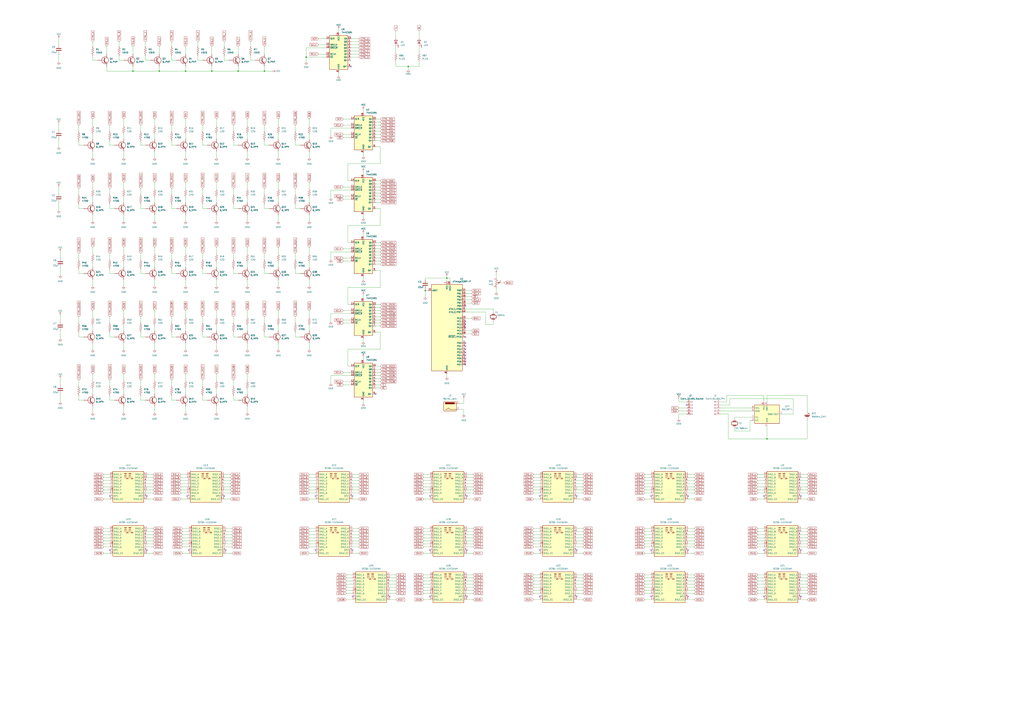
<source format=kicad_sch>
(kicad_sch (version 20250114) (generator "eeschema") (generator_version "9.0")
  (paper "A1")
  (junction (at 251.46 46.99))
  (junction (at 349.25 238.76))
  (junction (at 130.81 58.42))
  (junction (at 217.17 58.42))
  (junction (at 195.58 58.42))
  (junction (at 629.92 360.68))
  (junction (at 152.4 58.42))
  (junction (at 367.03 228.6))
  (junction (at 335.28 54.61))
  (junction (at 109.22 58.42))
  (junction (at 173.99 58.42))
  (no_connect (at 657.86 490.22))
  (no_connect (at 383.54 452.12))
  (no_connect (at 382.27 287.02))
  (no_connect (at 353.06 490.22))
  (no_connect (at 353.06 407.67))
  (no_connect (at 534.67 490.22))
  (no_connect (at 383.54 407.67))
  (no_connect (at 288.29 54.61))
  (no_connect (at 289.56 490.22))
  (no_connect (at 382.27 294.64))
  (no_connect (at 184.15 407.67))
  (no_connect (at 382.27 264.16))
  (no_connect (at 120.65 407.67))
  (no_connect (at 320.04 490.22))
  (no_connect (at 443.23 452.12))
  (no_connect (at 382.27 269.24))
  (no_connect (at 289.56 452.12))
  (no_connect (at 259.08 452.12))
  (no_connect (at 443.23 407.67))
  (no_connect (at 534.67 452.12))
  (no_connect (at 534.67 407.67))
  (no_connect (at 565.15 407.67))
  (no_connect (at 657.86 407.67))
  (no_connect (at 382.27 266.7))
  (no_connect (at 382.27 297.18))
  (no_connect (at 154.94 452.12))
  (no_connect (at 627.38 490.22))
  (no_connect (at 563.88 332.74))
  (no_connect (at 185.42 452.12))
  (no_connect (at 383.54 490.22))
  (no_connect (at 90.17 407.67))
  (no_connect (at 308.61 323.85))
  (no_connect (at 657.86 452.12))
  (no_connect (at 153.67 407.67))
  (no_connect (at 289.56 407.67))
  (no_connect (at 627.38 452.12))
  (no_connect (at 353.06 452.12))
  (no_connect (at 382.27 281.94))
  (no_connect (at 90.17 452.12))
  (no_connect (at 627.38 407.67))
  (no_connect (at 473.71 452.12))
  (no_connect (at 443.23 490.22))
  (no_connect (at 473.71 407.67))
  (no_connect (at 565.15 452.12))
  (no_connect (at 382.27 276.86))
  (no_connect (at 120.65 452.12))
  (no_connect (at 382.27 289.56))
  (no_connect (at 382.27 251.46))
  (no_connect (at 382.27 299.72))
  (no_connect (at 473.71 490.22))
  (no_connect (at 382.27 292.1))
  (no_connect (at 382.27 284.48))
  (no_connect (at 565.15 490.22))
  (no_connect (at 259.08 407.67))
  (wire (pts (xy 381 331.47) (xy 377.19 331.47)))
  (wire (pts (xy 166.37 102.87) (xy 166.37 107.95)))
  (wire (pts (xy 529.59 474.98) (xy 534.67 474.98)))
  (wire (pts (xy 289.56 444.5) (xy 294.64 444.5)))
  (wire (pts (xy 152.4 97.79) (xy 152.4 102.87)))
  (wire (pts (xy 529.59 447.04) (xy 534.67 447.04)))
  (wire (pts (xy 284.48 482.6) (xy 289.56 482.6)))
  (wire (pts (xy 49.53 219.71) (xy 49.53 226.06)))
  (wire (pts (xy 312.42 120.65) (xy 312.42 134.62)))
  (wire (pts (xy 289.56 405.13) (xy 294.64 405.13)))
  (wire (pts (xy 166.37 119.38) (xy 170.18 119.38)))
  (wire (pts (xy 344.17 50.8) (xy 344.17 54.61)))
  (wire (pts (xy 64.77 208.28) (xy 64.77 213.36)))
  (wire (pts (xy 228.6 229.87) (xy 228.6 234.95)))
  (wire (pts (xy 85.09 447.04) (xy 90.17 447.04)))
  (wire (pts (xy 152.4 255.27) (xy 152.4 260.35)))
  (wire (pts (xy 85.09 400.05) (xy 90.17 400.05)))
  (wire (pts (xy 64.77 115.57) (xy 64.77 119.38)))
  (wire (pts (xy 298.45 227.33) (xy 298.45 229.87)))
  (wire (pts (xy 438.15 485.14) (xy 443.23 485.14)))
  (wire (pts (xy 76.2 307.34) (xy 76.2 312.42)))
  (wire (pts (xy 308.61 115.57) (xy 312.42 115.57)))
  (wire (pts (xy 242.57 260.35) (xy 242.57 265.43)))
  (wire (pts (xy 529.59 487.68) (xy 534.67 487.68)))
  (wire (pts (xy 152.4 320.04) (xy 152.4 323.85)))
  (wire (pts (xy 288.29 41.91) (xy 294.64 41.91)))
  (wire (pts (xy 438.15 410.21) (xy 443.23 410.21)))
  (wire (pts (xy 599.44 327.66) (xy 651.51 327.66)))
  (wire (pts (xy 308.61 161.29) (xy 312.42 161.29)))
  (wire (pts (xy 615.95 354.33) (xy 603.25 354.33)))
  (wire (pts (xy 254 110.49) (xy 254 114.3)))
  (wire (pts (xy 438.15 480.06) (xy 443.23 480.06)))
  (wire (pts (xy 288.29 34.29) (xy 294.64 34.29)))
  (wire (pts (xy 90.17 260.35) (xy 90.17 265.43)))
  (wire (pts (xy 622.3 410.21) (xy 627.38 410.21)))
  (wire (pts (xy 48.26 101.6) (xy 48.26 106.68)))
  (wire (pts (xy 347.98 454.66) (xy 353.06 454.66)))
  (wire (pts (xy 473.71 447.04) (xy 478.79 447.04)))
  (wire (pts (xy 140.97 208.28) (xy 140.97 213.36)))
  (wire (pts (xy 281.94 153.67) (xy 288.29 153.67)))
  (wire (pts (xy 325.12 38.1) (xy 325.12 43.18)))
  (wire (pts (xy 320.04 487.68) (xy 325.12 487.68)))
  (wire (pts (xy 173.99 58.42) (xy 195.58 58.42)))
  (wire (pts (xy 563.88 340.36) (xy 557.53 340.36)))
  (wire (pts (xy 657.86 477.52) (xy 662.94 477.52)))
  (wire (pts (xy 565.15 487.68) (xy 570.23 487.68)))
  (wire (pts (xy 127 97.79) (xy 127 102.87)))
  (wire (pts (xy 109.22 38.1) (xy 109.22 44.45)))
  (wire (pts (xy 438.15 441.96) (xy 443.23 441.96)))
  (wire (pts (xy 217.17 220.98) (xy 217.17 224.79)))
  (wire (pts (xy 140.97 273.05) (xy 140.97 276.86)))
  (wire (pts (xy 76.2 203.2) (xy 76.2 208.28)))
  (wire (pts (xy 281.94 306.07) (xy 288.29 306.07)))
  (wire (pts (xy 657.86 434.34) (xy 662.94 434.34)))
  (wire (pts (xy 565.15 436.88) (xy 570.23 436.88)))
  (wire (pts (xy 97.79 45.72) (xy 97.79 49.53)))
  (wire (pts (xy 398.78 256.54) (xy 398.78 266.7)))
  (wire (pts (xy 383.54 474.98) (xy 388.62 474.98)))
  (wire (pts (xy 115.57 220.98) (xy 115.57 224.79)))
  (wire (pts (xy 76.2 267.97) (xy 76.2 271.78)))
  (wire (pts (xy 120.65 397.51) (xy 125.73 397.51)))
  (wire (pts (xy 367.03 228.6) (xy 349.25 228.6)))
  (wire (pts (xy 85.09 394.97) (xy 90.17 394.97)))
  (wire (pts (xy 438.15 397.51) (xy 443.23 397.51)))
  (wire (pts (xy 473.71 472.44) (xy 478.79 472.44)))
  (wire (pts (xy 49.53 323.85) (xy 49.53 330.2)))
  (wire (pts (xy 140.97 171.45) (xy 144.78 171.45)))
  (wire (pts (xy 308.61 148.59) (xy 312.42 148.59)))
  (wire (pts (xy 529.59 410.21) (xy 534.67 410.21)))
  (wire (pts (xy 347.98 394.97) (xy 353.06 394.97)))
  (wire (pts (xy 563.88 330.2) (xy 557.53 330.2)))
  (wire (pts (xy 217.17 273.05) (xy 217.17 276.86)))
  (wire (pts (xy 85.09 436.88) (xy 90.17 436.88)))
  (wire (pts (xy 473.71 449.58) (xy 478.79 449.58)))
  (wire (pts (xy 203.2 110.49) (xy 203.2 114.3)))
  (wire (pts (xy 438.15 492.76) (xy 443.23 492.76)))
  (wire (pts (xy 347.98 485.14) (xy 353.06 485.14)))
  (wire (pts (xy 64.77 312.42) (xy 64.77 317.5)))
  (wire (pts (xy 622.3 434.34) (xy 627.38 434.34)))
  (wire (pts (xy 298.45 242.57) (xy 298.45 245.11)))
  (wire (pts (xy 622.3 474.98) (xy 627.38 474.98)))
  (wire (pts (xy 115.57 328.93) (xy 119.38 328.93)))
  (wire (pts (xy 312.42 171.45) (xy 312.42 185.42)))
  (wire (pts (xy 382.27 274.32) (xy 387.35 274.32)))
  (wire (pts (xy 320.04 480.06) (xy 325.12 480.06)))
  (wire (pts (xy 166.37 273.05) (xy 166.37 276.86)))
  (wire (pts (xy 288.29 39.37) (xy 294.64 39.37)))
  (wire (pts (xy 622.3 394.97) (xy 627.38 394.97)))
  (wire (pts (xy 191.77 208.28) (xy 191.77 213.36)))
  (wire (pts (xy 203.2 149.86) (xy 203.2 154.94)))
  (wire (pts (xy 101.6 176.53) (xy 101.6 181.61)))
  (wire (pts (xy 242.57 119.38) (xy 246.38 119.38)))
  (wire (pts (xy 308.61 300.99) (xy 312.42 300.99)))
  (wire (pts (xy 166.37 208.28) (xy 166.37 213.36)))
  (wire (pts (xy 149.86 434.34) (xy 154.94 434.34)))
  (wire (pts (xy 382.27 241.3) (xy 387.35 241.3)))
  (wire (pts (xy 622.3 449.58) (xy 627.38 449.58)))
  (wire (pts (xy 622.3 454.66) (xy 627.38 454.66)))
  (wire (pts (xy 298.45 293.37) (xy 298.45 295.91)))
  (wire (pts (xy 473.71 405.13) (xy 478.79 405.13)))
  (wire (pts (xy 76.2 281.94) (xy 76.2 287.02)))
  (wire (pts (xy 308.61 250.19) (xy 312.42 250.19)))
  (wire (pts (xy 49.53 207.01) (xy 49.53 212.09)))
  (wire (pts (xy 325.12 25.4) (xy 325.12 30.48)))
  (wire (pts (xy 622.3 402.59) (xy 627.38 402.59)))
  (wire (pts (xy 289.56 394.97) (xy 294.64 394.97)))
  (wire (pts (xy 367.03 227.33) (xy 367.03 228.6)))
  (wire (pts (xy 90.17 224.79) (xy 93.98 224.79)))
  (wire (pts (xy 382.27 243.84) (xy 387.35 243.84)))
  (wire (pts (xy 115.57 102.87) (xy 115.57 107.95)))
  (wire (pts (xy 347.98 447.04) (xy 353.06 447.04)))
  (wire (pts (xy 254 97.79) (xy 254 102.87)))
  (wire (pts (xy 90.17 154.94) (xy 90.17 160.02)))
  (wire (pts (xy 288.29 156.21) (xy 271.78 156.21)))
  (wire (pts (xy 312.42 236.22) (xy 285.75 236.22)))
  (wire (pts (xy 217.17 154.94) (xy 217.17 160.02)))
  (wire (pts (xy 473.71 485.14) (xy 478.79 485.14)))
  (wire (pts (xy 76.2 320.04) (xy 76.2 323.85)))
  (wire (pts (xy 565.15 472.44) (xy 570.23 472.44)))
  (wire (pts (xy 529.59 480.06) (xy 534.67 480.06)))
  (wire (pts (xy 473.71 392.43) (xy 478.79 392.43)))
  (wire (pts (xy 115.57 273.05) (xy 115.57 276.86)))
  (wire (pts (xy 596.9 325.12) (xy 627.38 325.12)))
  (wire (pts (xy 85.09 402.59) (xy 90.17 402.59)))
  (wire (pts (xy 657.86 436.88) (xy 662.94 436.88)))
  (wire (pts (xy 308.61 267.97) (xy 312.42 267.97)))
  (wire (pts (xy 191.77 167.64) (xy 191.77 171.45)))
  (wire (pts (xy 377.19 336.55) (xy 381 336.55)))
  (wire (pts (xy 438.15 444.5) (xy 443.23 444.5)))
  (wire (pts (xy 308.61 217.17) (xy 312.42 217.17)))
  (wire (pts (xy 565.15 444.5) (xy 570.23 444.5)))
  (wire (pts (xy 152.4 334.01) (xy 152.4 339.09)))
  (wire (pts (xy 308.61 308.61) (xy 312.42 308.61)))
  (wire (pts (xy 166.37 224.79) (xy 170.18 224.79)))
  (wire (pts (xy 228.6 149.86) (xy 228.6 154.94)))
  (wire (pts (xy 217.17 38.1) (xy 217.17 44.45)))
  (wire (pts (xy 49.53 311.15) (xy 49.53 316.23)))
  (wire (pts (xy 76.2 110.49) (xy 76.2 114.3)))
  (wire (pts (xy 529.59 405.13) (xy 534.67 405.13)))
  (wire (pts (xy 76.2 45.72) (xy 76.2 49.53)))
  (wire (pts (xy 565.15 454.66) (xy 570.23 454.66)))
  (wire (pts (xy 254 203.2) (xy 254 208.28)))
  (wire (pts (xy 203.2 176.53) (xy 203.2 181.61)))
  (wire (pts (xy 228.6 281.94) (xy 228.6 287.02)))
  (wire (pts (xy 529.59 389.89) (xy 534.67 389.89)))
  (wire (pts (xy 598.17 360.68) (xy 629.92 360.68)))
  (wire (pts (xy 115.57 115.57) (xy 115.57 119.38)))
  (wire (pts (xy 177.8 149.86) (xy 177.8 154.94)))
  (wire (pts (xy 281.94 313.69) (xy 288.29 313.69)))
  (wire (pts (xy 629.92 360.68) (xy 662.94 360.68)))
  (wire (pts (xy 228.6 255.27) (xy 228.6 260.35)))
  (wire (pts (xy 254 267.97) (xy 254 271.78)))
  (wire (pts (xy 308.61 107.95) (xy 312.42 107.95)))
  (wire (pts (xy 127 176.53) (xy 127 181.61)))
  (wire (pts (xy 76.2 334.01) (xy 76.2 339.09)))
  (wire (pts (xy 140.97 115.57) (xy 140.97 119.38)))
  (wire (pts (xy 127 229.87) (xy 127 234.95)))
  (wire (pts (xy 64.77 171.45) (xy 68.58 171.45)))
  (wire (pts (xy 657.86 397.51) (xy 662.94 397.51)))
  (wire (pts (xy 152.4 281.94) (xy 152.4 287.02)))
  (wire (pts (xy 254 215.9) (xy 254 219.71)))
  (wire (pts (xy 657.86 444.5) (xy 662.94 444.5)))
  (wire (pts (xy 149.86 441.96) (xy 154.94 441.96)))
  (wire (pts (xy 622.3 397.51) (xy 627.38 397.51)))
  (wire (pts (xy 177.8 281.94) (xy 177.8 287.02)))
  (wire (pts (xy 149.86 449.58) (xy 154.94 449.58)))
  (wire (pts (xy 657.86 487.68) (xy 662.94 487.68)))
  (wire (pts (xy 367.03 228.6) (xy 369.57 228.6)))
  (wire (pts (xy 101.6 320.04) (xy 101.6 323.85)))
  (wire (pts (xy 76.2 255.27) (xy 76.2 260.35)))
  (wire (pts (xy 228.6 176.53) (xy 228.6 181.61)))
  (wire (pts (xy 85.09 392.43) (xy 90.17 392.43)))
  (wire (pts (xy 64.77 325.12) (xy 64.77 328.93)))
  (wire (pts (xy 152.4 58.42) (xy 130.81 58.42)))
  (wire (pts (xy 120.65 444.5) (xy 125.73 444.5)))
  (wire (pts (xy 383.54 397.51) (xy 388.62 397.51)))
  (wire (pts (xy 285.75 199.39) (xy 288.29 199.39)))
  (wire (pts (xy 185.42 449.58) (xy 190.5 449.58)))
  (wire (pts (xy 347.98 402.59) (xy 353.06 402.59)))
  (wire (pts (xy 565.15 394.97) (xy 570.23 394.97)))
  (wire (pts (xy 367.03 307.34) (xy 367.03 309.88)))
  (wire (pts (xy 261.62 31.75) (xy 267.97 31.75)))
  (wire (pts (xy 177.8 176.53) (xy 177.8 181.61)))
  (wire (pts (xy 349.25 228.6) (xy 349.25 229.87)))
  (wire (pts (xy 242.57 276.86) (xy 246.38 276.86)))
  (wire (pts (xy 140.97 45.72) (xy 140.97 49.53)))
  (wire (pts (xy 382.27 246.38) (xy 387.35 246.38)))
  (wire (pts (xy 565.15 400.05) (xy 570.23 400.05)))
  (wire (pts (xy 115.57 154.94) (xy 115.57 160.02)))
  (wire (pts (xy 228.6 267.97) (xy 228.6 271.78)))
  (wire (pts (xy 438.15 402.59) (xy 443.23 402.59)))
  (wire (pts (xy 308.61 257.81) (xy 312.42 257.81)))
  (wire (pts (xy 191.77 276.86) (xy 195.58 276.86)))
  (wire (pts (xy 177.8 229.87) (xy 177.8 234.95)))
  (wire (pts (xy 438.15 474.98) (xy 443.23 474.98)))
  (wire (pts (xy 308.61 316.23) (xy 312.42 316.23)))
  (wire (pts (xy 473.71 482.6) (xy 478.79 482.6)))
  (wire (pts (xy 473.71 434.34) (xy 478.79 434.34)))
  (wire (pts (xy 90.17 171.45) (xy 93.98 171.45)))
  (wire (pts (xy 599.44 332.74) (xy 599.44 327.66)))
  (wire (pts (xy 242.57 102.87) (xy 242.57 107.95)))
  (wire (pts (xy 166.37 171.45) (xy 170.18 171.45)))
  (wire (pts (xy 383.54 449.58) (xy 388.62 449.58)))
  (wire (pts (xy 48.26 44.45) (xy 48.26 50.8)))
  (wire (pts (xy 308.61 212.09) (xy 312.42 212.09)))
  (wire (pts (xy 185.42 447.04) (xy 190.5 447.04)))
  (wire (pts (xy 438.15 472.44) (xy 443.23 472.44)))
  (wire (pts (xy 289.56 389.89) (xy 294.64 389.89)))
  (wire (pts (xy 185.42 439.42) (xy 190.5 439.42)))
  (wire (pts (xy 308.61 313.69) (xy 312.42 313.69)))
  (wire (pts (xy 191.77 312.42) (xy 191.77 317.5)))
  (wire (pts (xy 217.17 102.87) (xy 217.17 107.95)))
  (wire (pts (xy 289.56 402.59) (xy 294.64 402.59)))
  (wire (pts (xy 438.15 439.42) (xy 443.23 439.42)))
  (wire (pts (xy 120.65 447.04) (xy 125.73 447.04)))
  (wire (pts (xy 271.78 257.81) (xy 271.78 264.16)))
  (wire (pts (xy 90.17 328.93) (xy 93.98 328.93)))
  (wire (pts (xy 184.15 402.59) (xy 189.23 402.59)))
  (wire (pts (xy 657.86 394.97) (xy 662.94 394.97)))
  (wire (pts (xy 101.6 267.97) (xy 101.6 271.78)))
  (wire (pts (xy 622.3 400.05) (xy 627.38 400.05)))
  (wire (pts (xy 308.61 255.27) (xy 312.42 255.27)))
  (wire (pts (xy 140.97 325.12) (xy 140.97 328.93)))
  (wire (pts (xy 438.15 394.97) (xy 443.23 394.97)))
  (wire (pts (xy 383.54 400.05) (xy 388.62 400.05)))
  (wire (pts (xy 320.04 474.98) (xy 325.12 474.98)))
  (wire (pts (xy 120.65 405.13) (xy 125.73 405.13)))
  (wire (pts (xy 657.86 472.44) (xy 662.94 472.44)))
  (wire (pts (xy 140.97 224.79) (xy 144.78 224.79)))
  (wire (pts (xy 657.86 439.42) (xy 662.94 439.42)))
  (wire (pts (xy 254 449.58) (xy 259.08 449.58)))
  (wire (pts (xy 254 281.94) (xy 254 287.02)))
  (wire (pts (xy 191.77 154.94) (xy 191.77 160.02)))
  (wire (pts (xy 85.09 441.96) (xy 90.17 441.96)))
  (wire (pts (xy 101.6 281.94) (xy 101.6 287.02)))
  (wire (pts (xy 228.6 203.2) (xy 228.6 208.28)))
  (wire (pts (xy 49.53 271.78) (xy 49.53 278.13)))
  (wire (pts (xy 64.77 119.38) (xy 68.58 119.38)))
  (wire (pts (xy 127 307.34) (xy 127 312.42)))
  (wire (pts (xy 308.61 153.67) (xy 312.42 153.67)))
  (wire (pts (xy 557.53 337.82) (xy 563.88 337.82)))
  (wire (pts (xy 203.2 203.2) (xy 203.2 208.28)))
  (wire (pts (xy 191.77 273.05) (xy 191.77 276.86)))
  (wire (pts (xy 203.2 124.46) (xy 203.2 129.54)))
  (wire (pts (xy 267.97 39.37) (xy 251.46 39.37)))
  (wire (pts (xy 325.12 54.61) (xy 325.12 50.8)))
  (wire (pts (xy 529.59 394.97) (xy 534.67 394.97)))
  (wire (pts (xy 383.54 454.66) (xy 388.62 454.66)))
  (wire (pts (xy 85.09 389.89) (xy 90.17 389.89)))
  (wire (pts (xy 195.58 38.1) (xy 195.58 44.45)))
  (wire (pts (xy 87.63 58.42) (xy 109.22 58.42)))
  (wire (pts (xy 90.17 220.98) (xy 90.17 224.79)))
  (wire (pts (xy 101.6 124.46) (xy 101.6 129.54)))
  (wire (pts (xy 217.17 208.28) (xy 217.17 213.36)))
  (wire (pts (xy 152.4 307.34) (xy 152.4 312.42)))
  (wire (pts (xy 177.8 215.9) (xy 177.8 219.71)))
  (wire (pts (xy 347.98 441.96) (xy 353.06 441.96)))
  (wire (pts (xy 565.15 439.42) (xy 570.23 439.42)))
  (wire (pts (xy 285.75 148.59) (xy 288.29 148.59)))
  (wire (pts (xy 662.94 345.44) (xy 662.94 360.68)))
  (wire (pts (xy 657.86 400.05) (xy 662.94 400.05)))
  (wire (pts (xy 529.59 492.76) (xy 534.67 492.76)))
  (wire (pts (xy 529.59 454.66) (xy 534.67 454.66)))
  (wire (pts (xy 85.09 410.21) (xy 90.17 410.21)))
  (wire (pts (xy 285.75 134.62) (xy 285.75 148.59)))
  (wire (pts (xy 271.78 105.41) (xy 271.78 111.76)))
  (wire (pts (xy 173.99 54.61) (xy 173.99 58.42)))
  (wire (pts (xy 101.6 215.9) (xy 101.6 219.71)))
  (wire (pts (xy 657.86 474.98) (xy 662.94 474.98)))
  (wire (pts (xy 308.61 204.47) (xy 312.42 204.47)))
  (wire (pts (xy 85.09 439.42) (xy 90.17 439.42)))
  (wire (pts (xy 383.54 434.34) (xy 388.62 434.34)))
  (wire (pts (xy 529.59 402.59) (xy 534.67 402.59)))
  (wire (pts (xy 320.04 492.76) (xy 325.12 492.76)))
  (wire (pts (xy 347.98 449.58) (xy 353.06 449.58)))
  (wire (pts (xy 603.25 354.33) (xy 603.25 351.79)))
  (wire (pts (xy 473.71 402.59) (xy 478.79 402.59)))
  (wire (pts (xy 191.77 325.12) (xy 191.77 328.93)))
  (wire (pts (xy 177.8 320.04) (xy 177.8 323.85)))
  (wire (pts (xy 184.15 397.51) (xy 189.23 397.51)))
  (wire (pts (xy 351.79 238.76) (xy 349.25 238.76)))
  (wire (pts (xy 185.42 444.5) (xy 190.5 444.5)))
  (wire (pts (xy 254 124.46) (xy 254 129.54)))
  (wire (pts (xy 347.98 436.88) (xy 353.06 436.88)))
  (wire (pts (xy 251.46 46.99) (xy 267.97 46.99)))
  (wire (pts (xy 162.56 34.29) (xy 162.56 38.1)))
  (wire (pts (xy 115.57 260.35) (xy 115.57 265.43)))
  (wire (pts (xy 127 110.49) (xy 127 114.3)))
  (wire (pts (xy 347.98 405.13) (xy 353.06 405.13)))
  (wire (pts (xy 347.98 397.51) (xy 353.06 397.51)))
  (wire (pts (xy 383.54 477.52) (xy 388.62 477.52)))
  (wire (pts (xy 278.13 59.69) (xy 278.13 62.23)))
  (wire (pts (xy 383.54 410.21) (xy 388.62 410.21)))
  (wire (pts (xy 657.86 454.66) (xy 662.94 454.66)))
  (wire (pts (xy 90.17 276.86) (xy 93.98 276.86)))
  (wire (pts (xy 473.71 410.21) (xy 478.79 410.21)))
  (wire (pts (xy 651.51 327.66) (xy 651.51 340.36)))
  (wire (pts (xy 191.77 119.38) (xy 195.58 119.38)))
  (wire (pts (xy 347.98 434.34) (xy 353.06 434.34)))
  (wire (pts (xy 217.17 260.35) (xy 217.17 265.43)))
  (wire (pts (xy 308.61 265.43) (xy 312.42 265.43)))
  (wire (pts (xy 76.2 124.46) (xy 76.2 129.54)))
  (wire (pts (xy 438.15 400.05) (xy 443.23 400.05)))
  (wire (pts (xy 598.17 340.36) (xy 591.82 340.36)))
  (wire (pts (xy 438.15 434.34) (xy 443.23 434.34)))
  (wire (pts (xy 383.54 482.6) (xy 388.62 482.6)))
  (wire (pts (xy 242.57 171.45) (xy 246.38 171.45)))
  (wire (pts (xy 622.3 482.6) (xy 627.38 482.6)))
  (wire (pts (xy 127 281.94) (xy 127 287.02)))
  (wire (pts (xy 298.45 278.13) (xy 298.45 280.67)))
  (wire (pts (xy 289.56 454.66) (xy 294.64 454.66)))
  (wire (pts (xy 127 267.97) (xy 127 271.78)))
  (wire (pts (xy 473.71 394.97) (xy 478.79 394.97)))
  (wire (pts (xy 289.56 434.34) (xy 294.64 434.34)))
  (wire (pts (xy 473.71 480.06) (xy 478.79 480.06)))
  (wire (pts (xy 308.61 158.75) (xy 312.42 158.75)))
  (wire (pts (xy 298.45 176.53) (xy 298.45 179.07)))
  (wire (pts (xy 162.56 45.72) (xy 162.56 49.53)))
  (wire (pts (xy 281.94 214.63) (xy 288.29 214.63)))
  (wire (pts (xy 438.15 392.43) (xy 443.23 392.43)))
  (wire (pts (xy 591.82 335.28) (xy 617.22 335.28)))
  (wire (pts (xy 130.81 54.61) (xy 130.81 58.42)))
  (wire (pts (xy 383.54 487.68) (xy 388.62 487.68)))
  (wire (pts (xy 383.54 485.14) (xy 388.62 485.14)))
  (wire (pts (xy 383.54 392.43) (xy 388.62 392.43)))
  (wire (pts (xy 217.17 58.42) (xy 223.52 58.42)))
  (wire (pts (xy 622.3 480.06) (xy 627.38 480.06)))
  (wire (pts (xy 228.6 124.46) (xy 228.6 129.54)))
  (wire (pts (xy 254 176.53) (xy 254 181.61)))
  (wire (pts (xy 120.65 434.34) (xy 125.73 434.34)))
  (wire (pts (xy 228.6 110.49) (xy 228.6 114.3)))
  (wire (pts (xy 529.59 441.96) (xy 534.67 441.96)))
  (wire (pts (xy 85.09 434.34) (xy 90.17 434.34)))
  (wire (pts (xy 120.65 410.21) (xy 125.73 410.21)))
  (wire (pts (xy 622.3 477.52) (xy 627.38 477.52)))
  (wire (pts (xy 308.61 252.73) (xy 312.42 252.73)))
  (wire (pts (xy 203.2 281.94) (xy 203.2 287.02)))
  (wire (pts (xy 289.56 410.21) (xy 294.64 410.21)))
  (wire (pts (xy 203.2 97.79) (xy 203.2 102.87)))
  (wire (pts (xy 203.2 229.87) (xy 203.2 234.95)))
  (wire (pts (xy 622.3 436.88) (xy 627.38 436.88)))
  (wire (pts (xy 76.2 49.53) (xy 80.01 49.53)))
  (wire (pts (xy 473.71 436.88) (xy 478.79 436.88)))
  (wire (pts (xy 281.94 161.29) (xy 288.29 161.29)))
  (wire (pts (xy 90.17 273.05) (xy 90.17 276.86)))
  (wire (pts (xy 228.6 97.79) (xy 228.6 102.87)))
  (wire (pts (xy 565.15 480.06) (xy 570.23 480.06)))
  (wire (pts (xy 288.29 44.45) (xy 294.64 44.45)))
  (wire (pts (xy 130.81 58.42) (xy 109.22 58.42)))
  (wire (pts (xy 473.71 397.51) (xy 478.79 397.51)))
  (wire (pts (xy 289.56 436.88) (xy 294.64 436.88)))
  (wire (pts (xy 383.54 441.96) (xy 388.62 441.96)))
  (wire (pts (xy 184.15 410.21) (xy 189.23 410.21)))
  (wire (pts (xy 85.09 397.51) (xy 90.17 397.51)))
  (wire (pts (xy 657.86 482.6) (xy 662.94 482.6)))
  (wire (pts (xy 627.38 325.12) (xy 627.38 330.2)))
  (wire (pts (xy 254 149.86) (xy 254 154.94)))
  (wire (pts (xy 622.3 492.76) (xy 627.38 492.76)))
  (wire (pts (xy 109.22 54.61) (xy 109.22 58.42)))
  (wire (pts (xy 254 162.56) (xy 254 166.37)))
  (wire (pts (xy 473.71 441.96) (xy 478.79 441.96)))
  (wire (pts (xy 281.94 262.89) (xy 288.29 262.89)))
  (wire (pts (xy 101.6 203.2) (xy 101.6 208.28)))
  (wire (pts (xy 185.42 434.34) (xy 190.5 434.34)))
  (wire (pts (xy 622.3 389.89) (xy 627.38 389.89)))
  (wire (pts (xy 148.59 402.59) (xy 153.67 402.59)))
  (wire (pts (xy 565.15 474.98) (xy 570.23 474.98)))
  (wire (pts (xy 152.4 229.87) (xy 152.4 234.95)))
  (wire (pts (xy 383.54 480.06) (xy 388.62 480.06)))
  (wire (pts (xy 184.15 394.97) (xy 189.23 394.97)))
  (wire (pts (xy 254 229.87) (xy 254 234.95)))
  (wire (pts (xy 347.98 482.6) (xy 353.06 482.6)))
  (wire (pts (xy 281.94 255.27) (xy 288.29 255.27)))
  (wire (pts (xy 97.79 49.53) (xy 101.6 49.53)))
  (wire (pts (xy 284.48 485.14) (xy 289.56 485.14)))
  (wire (pts (xy 149.86 436.88) (xy 154.94 436.88)))
  (wire (pts (xy 242.57 167.64) (xy 242.57 171.45)))
  (wire (pts (xy 288.29 31.75) (xy 294.64 31.75)))
  (wire (pts (xy 120.65 449.58) (xy 125.73 449.58)))
  (wire (pts (xy 115.57 171.45) (xy 119.38 171.45)))
  (wire (pts (xy 347.98 392.43) (xy 353.06 392.43)))
  (wire (pts (xy 298.45 140.97) (xy 298.45 143.51)))
  (wire (pts (xy 228.6 215.9) (xy 228.6 219.71)))
  (wire (pts (xy 140.97 102.87) (xy 140.97 107.95)))
  (wire (pts (xy 184.15 49.53) (xy 187.96 49.53)))
  (wire (pts (xy 90.17 325.12) (xy 90.17 328.93)))
  (wire (pts (xy 203.2 255.27) (xy 203.2 260.35)))
  (wire (pts (xy 657.86 447.04) (xy 662.94 447.04)))
  (wire (pts (xy 140.97 49.53) (xy 144.78 49.53)))
  (wire (pts (xy 254 392.43) (xy 259.08 392.43)))
  (wire (pts (xy 140.97 276.86) (xy 144.78 276.86)))
  (wire (pts (xy 382.27 254) (xy 405.13 254)))
  (wire (pts (xy 152.4 58.42) (xy 173.99 58.42)))
  (wire (pts (xy 347.98 480.06) (xy 353.06 480.06)))
  (wire (pts (xy 565.15 492.76) (xy 570.23 492.76)))
  (wire (pts (xy 173.99 38.1) (xy 173.99 44.45)))
  (wire (pts (xy 64.77 224.79) (xy 68.58 224.79)))
  (wire (pts (xy 565.15 485.14) (xy 570.23 485.14)))
  (wire (pts (xy 177.8 124.46) (xy 177.8 129.54)))
  (wire (pts (xy 166.37 328.93) (xy 170.18 328.93)))
  (wire (pts (xy 308.61 97.79) (xy 312.42 97.79)))
  (wire (pts (xy 115.57 224.79) (xy 119.38 224.79)))
  (wire (pts (xy 254 410.21) (xy 259.08 410.21)))
  (wire (pts (xy 622.3 441.96) (xy 627.38 441.96)))
  (wire (pts (xy 289.56 392.43) (xy 294.64 392.43)))
  (wire (pts (xy 288.29 308.61) (xy 271.78 308.61)))
  (wire (pts (xy 308.61 156.21) (xy 312.42 156.21)))
  (wire (pts (xy 166.37 276.86) (xy 170.18 276.86)))
  (wire (pts (xy 177.8 97.79) (xy 177.8 102.87)))
  (wire (pts (xy 148.59 410.21) (xy 153.67 410.21)))
  (wire (pts (xy 473.71 444.5) (xy 478.79 444.5)))
  (wire (pts (xy 622.3 444.5) (xy 627.38 444.5)))
  (wire (pts (xy 127 124.46) (xy 127 129.54)))
  (wire (pts (xy 49.53 259.08) (xy 49.53 264.16)))
  (wire (pts (xy 285.75 287.02) (xy 285.75 300.99)))
  (wire (pts (xy 438.15 405.13) (xy 443.23 405.13)))
  (wire (pts (xy 254 397.51) (xy 259.08 397.51)))
  (wire (pts (xy 288.29 257.81) (xy 271.78 257.81)))
  (wire (pts (xy 203.2 162.56) (xy 203.2 166.37)))
  (wire (pts (xy 217.17 115.57) (xy 217.17 119.38)))
  (wire (pts (xy 97.79 34.29) (xy 97.79 38.1)))
  (wire (pts (xy 254 405.13) (xy 259.08 405.13)))
  (wire (pts (xy 438.15 389.89) (xy 443.23 389.89)))
  (wire (pts (xy 152.4 215.9) (xy 152.4 219.71)))
  (wire (pts (xy 383.54 472.44) (xy 388.62 472.44)))
  (wire (pts (xy 657.86 402.59) (xy 662.94 402.59)))
  (wire (pts (xy 298.45 191.77) (xy 298.45 194.31)))
  (wire (pts (xy 565.15 449.58) (xy 570.23 449.58)))
  (wire (pts (xy 473.71 439.42) (xy 478.79 439.42)))
  (wire (pts (xy 254 255.27) (xy 254 260.35)))
  (wire (pts (xy 278.13 24.13) (xy 278.13 26.67)))
  (wire (pts (xy 148.59 405.13) (xy 153.67 405.13)))
  (wire (pts (xy 438.15 449.58) (xy 443.23 449.58)))
  (wire (pts (xy 383.54 439.42) (xy 388.62 439.42)))
  (wire (pts (xy 347.98 444.5) (xy 353.06 444.5)))
  (wire (pts (xy 203.2 307.34) (xy 203.2 312.42)))
  (wire (pts (xy 64.77 220.98) (xy 64.77 224.79)))
  (wire (pts (xy 288.29 207.01) (xy 271.78 207.01)))
  (wire (pts (xy 184.15 405.13) (xy 189.23 405.13)))
  (wire (pts (xy 565.15 477.52) (xy 570.23 477.52)))
  (wire (pts (xy 177.8 110.49) (xy 177.8 114.3)))
  (wire (pts (xy 382.27 248.92) (xy 387.35 248.92)))
  (wire (pts (xy 48.26 166.37) (xy 48.26 172.72)))
  (wire (pts (xy 177.8 267.97) (xy 177.8 271.78)))
  (wire (pts (xy 120.65 454.66) (xy 125.73 454.66)))
  (wire (pts (xy 565.15 389.89) (xy 570.23 389.89)))
  (wire (pts (xy 473.71 389.89) (xy 478.79 389.89)))
  (wire (pts (xy 529.59 439.42) (xy 534.67 439.42)))
  (wire (pts (xy 349.25 237.49) (xy 349.25 238.76)))
  (wire (pts (xy 288.29 36.83) (xy 294.64 36.83)))
  (wire (pts (xy 64.77 167.64) (xy 64.77 171.45)))
  (wire (pts (xy 254 454.66) (xy 259.08 454.66)))
  (wire (pts (xy 119.38 45.72) (xy 119.38 49.53)))
  (wire (pts (xy 565.15 392.43) (xy 570.23 392.43)))
  (wire (pts (xy 344.17 54.61) (xy 335.28 54.61)))
  (wire (pts (xy 383.54 436.88) (xy 388.62 436.88)))
  (wire (pts (xy 381 327.66) (xy 381 331.47)))
  (wire (pts (xy 148.59 397.51) (xy 153.67 397.51)))
  (wire (pts (xy 289.56 441.96) (xy 294.64 441.96)))
  (wire (pts (xy 308.61 113.03) (xy 312.42 113.03)))
  (wire (pts (xy 184.15 392.43) (xy 189.23 392.43)))
  (wire (pts (xy 217.17 167.64) (xy 217.17 171.45)))
  (wire (pts (xy 203.2 334.01) (xy 203.2 339.09)))
  (wire (pts (xy 289.56 397.51) (xy 294.64 397.51)))
  (wire (pts (xy 382.27 256.54) (xy 398.78 256.54)))
  (wire (pts (xy 140.97 328.93) (xy 144.78 328.93)))
  (wire (pts (xy 127 203.2) (xy 127 208.28)))
  (wire (pts (xy 48.26 31.75) (xy 48.26 36.83)))
  (wire (pts (xy 120.65 402.59) (xy 125.73 402.59)))
  (wire (pts (xy 140.97 34.29) (xy 140.97 38.1)))
  (wire (pts (xy 149.86 444.5) (xy 154.94 444.5)))
  (wire (pts (xy 203.2 215.9) (xy 203.2 219.71)))
  (wire (pts (xy 152.4 54.61) (xy 152.4 58.42)))
  (wire (pts (xy 127 162.56) (xy 127 166.37)))
  (wire (pts (xy 285.75 185.42) (xy 285.75 199.39)))
  (wire (pts (xy 657.86 480.06) (xy 662.94 480.06)))
  (wire (pts (xy 347.98 487.68) (xy 353.06 487.68)))
  (wire (pts (xy 271.78 156.21) (xy 271.78 162.56)))
  (wire (pts (xy 308.61 214.63) (xy 312.42 214.63)))
  (wire (pts (xy 312.42 185.42) (xy 285.75 185.42)))
  (wire (pts (xy 438.15 482.6) (xy 443.23 482.6)))
  (wire (pts (xy 320.04 485.14) (xy 325.12 485.14)))
  (wire (pts (xy 166.37 167.64) (xy 166.37 171.45)))
  (wire (pts (xy 195.58 54.61) (xy 195.58 58.42)))
  (wire (pts (xy 438.15 436.88) (xy 443.23 436.88)))
  (wire (pts (xy 115.57 312.42) (xy 115.57 317.5)))
  (wire (pts (xy 529.59 449.58) (xy 534.67 449.58)))
  (wire (pts (xy 281.94 163.83) (xy 288.29 163.83)))
  (wire (pts (xy 149.86 454.66) (xy 154.94 454.66)))
  (wire (pts (xy 101.6 229.87) (xy 101.6 234.95)))
  (wire (pts (xy 64.77 276.86) (xy 68.58 276.86)))
  (wire (pts (xy 657.86 392.43) (xy 662.94 392.43)))
  (wire (pts (xy 166.37 115.57) (xy 166.37 119.38)))
  (wire (pts (xy 308.61 260.35) (xy 312.42 260.35)))
  (wire (pts (xy 166.37 154.94) (xy 166.37 160.02)))
  (wire (pts (xy 191.77 260.35) (xy 191.77 265.43)))
  (wire (pts (xy 308.61 171.45) (xy 312.42 171.45)))
  (wire (pts (xy 285.75 236.22) (xy 285.75 250.19)))
  (wire (pts (xy 629.92 350.52) (xy 629.92 360.68)))
  (wire (pts (xy 242.57 208.28) (xy 242.57 213.36)))
  (wire (pts (xy 281.94 110.49) (xy 288.29 110.49)))
  (wire (pts (xy 347.98 474.98) (xy 353.06 474.98)))
  (wire (pts (xy 87.63 54.61) (xy 87.63 58.42)))
  (wire (pts (xy 529.59 397.51) (xy 534.67 397.51)))
  (wire (pts (xy 657.86 405.13) (xy 662.94 405.13)))
  (wire (pts (xy 64.77 273.05) (xy 64.77 276.86)))
  (wire (pts (xy 284.48 477.52) (xy 289.56 477.52)))
  (wire (pts (xy 184.15 389.89) (xy 189.23 389.89)))
  (wire (pts (xy 629.92 325.12) (xy 629.92 330.2)))
  (wire (pts (xy 166.37 325.12) (xy 166.37 328.93)))
  (wire (pts (xy 149.86 447.04) (xy 154.94 447.04)))
  (wire (pts (xy 344.17 38.1) (xy 344.17 43.18)))
  (wire (pts (xy 140.97 260.35) (xy 140.97 265.43)))
  (wire (pts (xy 289.56 449.58) (xy 294.64 449.58)))
  (wire (pts (xy 152.4 176.53) (xy 152.4 181.61)))
  (wire (pts (xy 254 441.96) (xy 259.08 441.96)))
  (wire (pts (xy 284.48 487.68) (xy 289.56 487.68)))
  (wire (pts (xy 369.57 231.14) (xy 369.57 228.6)))
  (wire (pts (xy 130.81 38.1) (xy 130.81 44.45)))
  (wire (pts (xy 64.77 102.87) (xy 64.77 107.95)))
  (wire (pts (xy 101.6 334.01) (xy 101.6 339.09)))
  (wire (pts (xy 308.61 100.33) (xy 312.42 100.33)))
  (wire (pts (xy 565.15 410.21) (xy 570.23 410.21)))
  (wire (pts (xy 308.61 207.01) (xy 312.42 207.01)))
  (wire (pts (xy 344.17 25.4) (xy 344.17 30.48)))
  (wire (pts (xy 308.61 102.87) (xy 312.42 102.87)))
  (wire (pts (xy 298.45 125.73) (xy 298.45 128.27)))
  (wire (pts (xy 405.13 264.16) (xy 405.13 266.7)))
  (wire (pts (xy 557.53 340.36) (xy 557.53 344.17)))
  (wire (pts (xy 115.57 167.64) (xy 115.57 171.45)))
  (wire (pts (xy 308.61 306.07) (xy 312.42 306.07)))
  (wire (pts (xy 312.42 273.05) (xy 312.42 287.02)))
  (wire (pts (xy 261.62 44.45) (xy 267.97 44.45)))
  (wire (pts (xy 281.94 212.09) (xy 288.29 212.09)))
  (wire (pts (xy 120.65 436.88) (xy 125.73 436.88)))
  (wire (pts (xy 622.3 447.04) (xy 627.38 447.04)))
  (wire (pts (xy 127 215.9) (xy 127 219.71)))
  (wire (pts (xy 177.8 307.34) (xy 177.8 312.42)))
  (wire (pts (xy 101.6 149.86) (xy 101.6 154.94)))
  (wire (pts (xy 557.53 335.28) (xy 563.88 335.28)))
  (wire (pts (xy 565.15 441.96) (xy 570.23 441.96)))
  (wire (pts (xy 383.54 389.89) (xy 388.62 389.89)))
  (wire (pts (xy 622.3 392.43) (xy 627.38 392.43)))
  (wire (pts (xy 85.09 454.66) (xy 90.17 454.66)))
  (wire (pts (xy 242.57 224.79) (xy 246.38 224.79)))
  (wire (pts (xy 205.74 49.53) (xy 209.55 49.53)))
  (wire (pts (xy 85.09 444.5) (xy 90.17 444.5)))
  (wire (pts (xy 48.26 153.67) (xy 48.26 158.75)))
  (wire (pts (xy 308.61 163.83) (xy 312.42 163.83)))
  (wire (pts (xy 251.46 39.37) (xy 251.46 46.99)))
  (wire (pts (xy 367.03 228.6) (xy 367.03 231.14)))
  (wire (pts (xy 48.26 114.3) (xy 48.26 120.65)))
  (wire (pts (xy 254 389.89) (xy 259.08 389.89)))
  (wire (pts (xy 308.61 151.13) (xy 312.42 151.13)))
  (wire (pts (xy 140.97 220.98) (xy 140.97 224.79)))
  (wire (pts (xy 254 444.5) (xy 259.08 444.5)))
  (wire (pts (xy 407.67 236.22) (xy 407.67 240.03)))
  (wire (pts (xy 281.94 316.23) (xy 288.29 316.23)))
  (wire (pts (xy 565.15 482.6) (xy 570.23 482.6)))
  (wire (pts (xy 120.65 441.96) (xy 125.73 441.96)))
  (wire (pts (xy 411.48 232.41) (xy 414.02 232.41)))
  (wire (pts (xy 148.59 392.43) (xy 153.67 392.43)))
  (wire (pts (xy 254 402.59) (xy 259.08 402.59)))
  (wire (pts (xy 565.15 405.13) (xy 570.23 405.13)))
  (wire (pts (xy 308.61 222.25) (xy 312.42 222.25)))
  (wire (pts (xy 64.77 328.93) (xy 68.58 328.93)))
  (wire (pts (xy 284.48 492.76) (xy 289.56 492.76)))
  (wire (pts (xy 281.94 102.87) (xy 288.29 102.87)))
  (wire (pts (xy 617.22 345.44) (xy 615.95 345.44)))
  (wire (pts (xy 308.61 110.49) (xy 312.42 110.49)))
  (wire (pts (xy 76.2 176.53) (xy 76.2 181.61)))
  (wire (pts (xy 529.59 400.05) (xy 534.67 400.05)))
  (wire (pts (xy 529.59 485.14) (xy 534.67 485.14)))
  (wire (pts (xy 529.59 436.88) (xy 534.67 436.88)))
  (wire (pts (xy 115.57 276.86) (xy 119.38 276.86)))
  (wire (pts (xy 320.04 472.44) (xy 325.12 472.44)))
  (wire (pts (xy 205.74 45.72) (xy 205.74 49.53)))
  (wire (pts (xy 565.15 447.04) (xy 570.23 447.04)))
  (wire (pts (xy 347.98 400.05) (xy 353.06 400.05)))
  (wire (pts (xy 657.86 492.76) (xy 662.94 492.76)))
  (wire (pts (xy 622.3 439.42) (xy 627.38 439.42)))
  (wire (pts (xy 254 434.34) (xy 259.08 434.34)))
  (wire (pts (xy 217.17 171.45) (xy 220.98 171.45)))
  (wire (pts (xy 335.28 54.61) (xy 325.12 54.61)))
  (wire (pts (xy 347.98 472.44) (xy 353.06 472.44)))
  (wire (pts (xy 285.75 300.99) (xy 288.29 300.99)))
  (wire (pts (xy 308.61 120.65) (xy 312.42 120.65)))
  (wire (pts (xy 191.77 115.57) (xy 191.77 119.38)))
  (wire (pts (xy 242.57 154.94) (xy 242.57 160.02)))
  (wire (pts (xy 184.15 45.72) (xy 184.15 49.53)))
  (wire (pts (xy 203.2 267.97) (xy 203.2 271.78)))
  (wire (pts (xy 591.82 332.74) (xy 599.44 332.74)))
  (wire (pts (xy 140.97 119.38) (xy 144.78 119.38)))
  (wire (pts (xy 438.15 454.66) (xy 443.23 454.66)))
  (wire (pts (xy 622.3 405.13) (xy 627.38 405.13)))
  (wire (pts (xy 383.54 394.97) (xy 388.62 394.97)))
  (wire (pts (xy 191.77 102.87) (xy 191.77 107.95)))
  (wire (pts (xy 185.42 454.66) (xy 190.5 454.66)))
  (wire (pts (xy 382.27 238.76) (xy 387.35 238.76)))
  (wire (pts (xy 308.61 105.41) (xy 312.42 105.41)))
  (wire (pts (xy 591.82 337.82) (xy 617.22 337.82)))
  (wire (pts (xy 349.25 238.76) (xy 349.25 243.84)))
  (wire (pts (xy 76.2 34.29) (xy 76.2 38.1)))
  (wire (pts (xy 281.94 265.43) (xy 288.29 265.43)))
  (wire (pts (xy 308.61 166.37) (xy 312.42 166.37)))
  (wire (pts (xy 529.59 434.34) (xy 534.67 434.34)))
  (wire (pts (xy 205.74 34.29) (xy 205.74 38.1)))
  (wire (pts (xy 271.78 207.01) (xy 271.78 213.36)))
  (wire (pts (xy 115.57 325.12) (xy 115.57 328.93)))
  (wire (pts (xy 347.98 439.42) (xy 353.06 439.42)))
  (wire (pts (xy 127 149.86) (xy 127 154.94)))
  (wire (pts (xy 90.17 312.42) (xy 90.17 317.5)))
  (wire (pts (xy 657.86 410.21) (xy 662.94 410.21)))
  (wire (pts (xy 438.15 487.68) (xy 443.23 487.68)))
  (wire (pts (xy 254 400.05) (xy 259.08 400.05)))
  (wire (pts (xy 76.2 162.56) (xy 76.2 166.37)))
  (wire (pts (xy 596.9 330.2) (xy 596.9 325.12)))
  (wire (pts (xy 191.77 220.98) (xy 191.77 224.79)))
  (wire (pts (xy 308.61 262.89) (xy 312.42 262.89)))
  (wire (pts (xy 598.17 340.36) (xy 598.17 360.68)))
  (wire (pts (xy 308.61 318.77) (xy 312.42 318.77)))
  (wire (pts (xy 184.15 400.05) (xy 189.23 400.05)))
  (wire (pts (xy 281.94 97.79) (xy 288.29 97.79)))
  (wire (pts (xy 251.46 46.99) (xy 251.46 50.8)))
  (wire (pts (xy 101.6 110.49) (xy 101.6 114.3)))
  (wire (pts (xy 284.48 474.98) (xy 289.56 474.98)))
  (wire (pts (xy 651.51 340.36) (xy 642.62 340.36)))
  (wire (pts (xy 320.04 482.6) (xy 325.12 482.6)))
  (wire (pts (xy 177.8 162.56) (xy 177.8 166.37)))
  (wire (pts (xy 398.78 266.7) (xy 405.13 266.7)))
  (wire (pts (xy 185.42 436.88) (xy 190.5 436.88)))
  (wire (pts (xy 191.77 224.79) (xy 195.58 224.79)))
  (wire (pts (xy 289.56 447.04) (xy 294.64 447.04)))
  (wire (pts (xy 217.17 54.61) (xy 217.17 58.42)))
  (wire (pts (xy 557.53 327.66) (xy 557.53 330.2)))
  (wire (pts (xy 162.56 49.53) (xy 166.37 49.53)))
  (wire (pts (xy 120.65 400.05) (xy 125.73 400.05)))
  (wire (pts (xy 184.15 34.29) (xy 184.15 38.1)))
  (wire (pts (xy 90.17 119.38) (xy 93.98 119.38)))
  (wire (pts (xy 185.42 441.96) (xy 190.5 441.96)))
  (wire (pts (xy 383.54 492.76) (xy 388.62 492.76)))
  (wire (pts (xy 76.2 97.79) (xy 76.2 102.87)))
  (wire (pts (xy 120.65 389.89) (xy 125.73 389.89)))
  (wire (pts (xy 382.27 261.62) (xy 387.35 261.62)))
  (wire (pts (xy 76.2 215.9) (xy 76.2 219.71)))
  (wire (pts (xy 242.57 115.57) (xy 242.57 119.38)))
  (wire (pts (xy 90.17 102.87) (xy 90.17 107.95)))
  (wire (pts (xy 177.8 255.27) (xy 177.8 260.35)))
  (wire (pts (xy 284.48 480.06) (xy 289.56 480.06)))
  (wire (pts (xy 308.61 201.93) (xy 312.42 201.93)))
  (wire (pts (xy 217.17 276.86) (xy 220.98 276.86)))
  (wire (pts (xy 90.17 208.28) (xy 90.17 213.36)))
  (wire (pts (xy 64.77 154.94) (xy 64.77 160.02)))
  (wire (pts (xy 473.71 400.05) (xy 478.79 400.05)))
  (wire (pts (xy 347.98 389.89) (xy 353.06 389.89)))
  (wire (pts (xy 308.61 209.55) (xy 312.42 209.55)))
  (wire (pts (xy 87.63 38.1) (xy 87.63 44.45)))
  (wire (pts (xy 140.97 312.42) (xy 140.97 317.5)))
  (wire (pts (xy 228.6 162.56) (xy 228.6 166.37)))
  (wire (pts (xy 217.17 58.42) (xy 195.58 58.42)))
  (wire (pts (xy 152.4 110.49) (xy 152.4 114.3)))
  (wire (pts (xy 140.97 154.94) (xy 140.97 160.02)))
  (wire (pts (xy 261.62 36.83) (xy 267.97 36.83)))
  (wire (pts (xy 127 320.04) (xy 127 323.85)))
  (wire (pts (xy 529.59 482.6) (xy 534.67 482.6)))
  (wire (pts (xy 115.57 119.38) (xy 119.38 119.38)))
  (wire (pts (xy 242.57 273.05) (xy 242.57 276.86)))
  (wire (pts (xy 152.4 162.56) (xy 152.4 166.37)))
  (wire (pts (xy 347.98 492.76) (xy 353.06 492.76)))
  (wire (pts (xy 76.2 149.86) (xy 76.2 154.94)))
  (wire (pts (xy 152.4 124.46) (xy 152.4 129.54)))
  (wire (pts (xy 119.38 49.53) (xy 123.19 49.53)))
  (wire (pts (xy 148.59 400.05) (xy 153.67 400.05)))
  (wire (pts (xy 529.59 392.43) (xy 534.67 392.43)))
  (wire (pts (xy 148.59 389.89) (xy 153.67 389.89)))
  (wire (pts (xy 101.6 255.27) (xy 101.6 260.35)))
  (wire (pts (xy 657.86 485.14) (xy 662.94 485.14)))
  (wire (pts (xy 438.15 447.04) (xy 443.23 447.04)))
  (wire (pts (xy 120.65 392.43) (xy 125.73 392.43)))
  (wire (pts (xy 383.54 447.04) (xy 388.62 447.04)))
  (wire (pts (xy 191.77 171.45) (xy 195.58 171.45)))
  (wire (pts (xy 662.94 337.82) (xy 662.94 325.12)))
  (wire (pts (xy 285.75 250.19) (xy 288.29 250.19)))
  (wire (pts (xy 76.2 229.87) (xy 76.2 234.95)))
  (wire (pts (xy 140.97 167.64) (xy 140.97 171.45)))
  (wire (pts (xy 64.77 260.35) (xy 64.77 265.43)))
  (wire (pts (xy 298.45 90.17) (xy 298.45 92.71)))
  (wire (pts (xy 101.6 97.79) (xy 101.6 102.87)))
  (wire (pts (xy 662.94 325.12) (xy 629.92 325.12)))
  (wire (pts (xy 473.71 477.52) (xy 478.79 477.52)))
  (wire (pts (xy 617.22 342.9) (xy 603.25 342.9)))
  (wire (pts (xy 405.13 254) (xy 405.13 256.54)))
  (wire (pts (xy 148.59 394.97) (xy 153.67 394.97)))
  (wire (pts (xy 85.09 449.58) (xy 90.17 449.58)))
  (wire (pts (xy 242.57 220.98) (xy 242.57 224.79)))
  (wire (pts (xy 177.8 334.01) (xy 177.8 339.09)))
  (wire (pts (xy 308.61 311.15) (xy 312.42 311.15)))
  (wire (pts (xy 603.25 342.9) (xy 603.25 344.17)))
  (wire (pts (xy 254 439.42) (xy 259.08 439.42)))
  (wire (pts (xy 166.37 260.35) (xy 166.37 265.43)))
  (wire (pts (xy 381 336.55) (xy 381 340.36)))
  (wire (pts (xy 166.37 220.98) (xy 166.37 224.79)))
  (wire (pts (xy 657.86 449.58) (xy 662.94 449.58)))
  (wire (pts (xy 591.82 330.2) (xy 596.9 330.2)))
  (wire (pts (xy 529.59 444.5) (xy 534.67 444.5)))
  (wire (pts (xy 288.29 46.99) (xy 294.64 46.99)))
  (wire (pts (xy 312.42 134.62) (xy 285.75 134.62)))
  (wire (pts (xy 152.4 149.86) (xy 152.4 154.94)))
  (wire (pts (xy 284.48 472.44) (xy 289.56 472.44)))
  (wire (pts (xy 289.56 400.05) (xy 294.64 400.05)))
  (wire (pts (xy 271.78 308.61) (xy 271.78 314.96)))
  (wire (pts (xy 320.04 477.52) (xy 325.12 477.52)))
  (wire (pts (xy 101.6 307.34) (xy 101.6 312.42)))
  (wire (pts (xy 281.94 113.03) (xy 288.29 113.03)))
  (wire (pts (xy 254 436.88) (xy 259.08 436.88)))
  (wire (pts (xy 101.6 162.56) (xy 101.6 166.37)))
  (wire (pts (xy 347.98 410.21) (xy 353.06 410.21)))
  (wire (pts (xy 119.38 34.29) (xy 119.38 38.1)))
  (wire (pts (xy 657.86 441.96) (xy 662.94 441.96)))
  (wire (pts (xy 115.57 208.28) (xy 115.57 213.36)))
  (wire (pts (xy 473.71 474.98) (xy 478.79 474.98)))
  (wire (pts (xy 312.42 287.02) (xy 285.75 287.02)))
  (wire (pts (xy 473.71 454.66) (xy 478.79 454.66)))
  (wire (pts (xy 127 255.27) (xy 127 260.35)))
  (wire (pts (xy 203.2 320.04) (xy 203.2 323.85)))
  (wire (pts (xy 565.15 434.34) (xy 570.23 434.34)))
  (wire (pts (xy 565.15 397.51) (xy 570.23 397.51)))
  (wire (pts (xy 335.28 54.61) (xy 335.28 57.15)))
  (wire (pts (xy 308.61 199.39) (xy 312.42 199.39)))
  (wire (pts (xy 622.3 487.68) (xy 627.38 487.68)))
  (wire (pts (xy 120.65 394.97) (xy 125.73 394.97)))
  (wire (pts (xy 177.8 203.2) (xy 177.8 208.28)))
  (wire (pts (xy 90.17 115.57) (xy 90.17 119.38)))
  (wire (pts (xy 407.67 224.79) (xy 407.67 228.6)))
  (wire (pts (xy 438.15 477.52) (xy 443.23 477.52)))
  (wire (pts (xy 565.15 402.59) (xy 570.23 402.59)))
  (wire (pts (xy 382.27 271.78) (xy 387.35 271.78)))
  (wire (pts (xy 383.54 402.59) (xy 388.62 402.59)))
  (wire (pts (xy 281.94 204.47) (xy 288.29 204.47)))
  (wire (pts (xy 149.86 439.42) (xy 154.94 439.42)))
  (wire (pts (xy 217.17 119.38) (xy 220.98 119.38)))
  (wire (pts (xy 288.29 105.41) (xy 271.78 105.41)))
  (wire (pts (xy 615.95 345.44) (xy 615.95 354.33)))
  (wire (pts (xy 152.4 38.1) (xy 152.4 44.45)))
  (wire (pts (xy 529.59 472.44) (xy 534.67 472.44)))
  (wire (pts (xy 383.54 405.13) (xy 388.62 405.13)))
  (wire (pts (xy 254 447.04) (xy 259.08 447.04)))
  (wire (pts (xy 622.3 485.14) (xy 627.38 485.14)))
  (wire (pts (xy 298.45 328.93) (xy 298.45 331.47)))
  (wire (pts (xy 473.71 492.76) (xy 478.79 492.76)))
  (wire (pts (xy 289.56 439.42) (xy 294.64 439.42)))
  (wire (pts (xy 308.61 303.53) (xy 312.42 303.53)))
  (wire (pts (xy 312.42 222.25) (xy 312.42 236.22)))
  (wire (pts (xy 152.4 203.2) (xy 152.4 208.28)))
  (wire (pts (xy 127 334.01) (xy 127 339.09)))
  (wire (pts (xy 529.59 477.52) (xy 534.67 477.52)))
  (wire (pts (xy 308.61 273.05) (xy 312.42 273.05)))
  (wire (pts (xy 120.65 439.42) (xy 125.73 439.42)))
  (wire (pts (xy 254 394.97) (xy 259.08 394.97)))
  (wire (pts (xy 383.54 444.5) (xy 388.62 444.5)))
  (wire (pts (xy 622.3 472.44) (xy 627.38 472.44)))
  (wire (pts (xy 85.09 405.13) (xy 90.17 405.13)))
  (wire (pts (xy 473.71 487.68) (xy 478.79 487.68)))
  (wire (pts (xy 191.77 328.93) (xy 195.58 328.93)))
  (wire (pts (xy 347.98 477.52) (xy 353.06 477.52)))
  (wire (pts (xy 657.86 389.89) (xy 662.94 389.89)))
  (wire (pts (xy 90.17 167.64) (xy 90.17 171.45)))
  (wire (pts (xy 166.37 312.42) (xy 166.37 317.5)))
  (wire (pts (xy 217.17 224.79) (xy 220.98 224.79)))
  (wire (pts (xy 152.4 267.97) (xy 152.4 271.78)))
  (global_label "CTRL_G" (shape input) (at 205.74 34.29 90) (property "Intersheetrefs" "${INTERSHEET_REFS}" (effects (hide yes))))
  (global_label "CTRL_DS8" (shape input) (at 312.42 115.57 0) (property "Intersheetrefs" "${INTERSHEET_REFS}" (effects (hide yes))))
  (global_label "DS11" (shape input) (at 189.23 410.21 0) (property "Intersheetrefs" "${INTERSHEET_REFS}" (effects (hide yes))))
  (global_label "DS26" (shape input) (at 101.6 255.27 90) (property "Intersheetrefs" "${INTERSHEET_REFS}" (effects (hide yes))))
  (global_label "DIG_G" (shape input) (at 529.59 449.58 180) (property "Intersheetrefs" "${INTERSHEET_REFS}" (effects (hide yes))))
  (global_label "DIG_E" (shape input) (at 125.73 400.05 0) (property "Intersheetrefs" "${INTERSHEET_REFS}" (effects (hide yes))))
  (global_label "DIG_D" (shape input) (at 662.94 397.51 0) (property "Intersheetrefs" "${INTERSHEET_REFS}" (effects (hide yes))))
  (global_label "DIG_F" (shape input) (at 388.62 447.04 0) (property "Intersheetrefs" "${INTERSHEET_REFS}" (effects (hide yes))))
  (global_label "DS37" (shape input) (at 177.8 307.34 90) (property "Intersheetrefs" "${INTERSHEET_REFS}" (effects (hide yes))))
  (global_label "DIG_F" (shape input) (at 190.5 447.04 0) (property "Intersheetrefs" "${INTERSHEET_REFS}" (effects (hide yes))))
  (global_label "DCLK" (shape input) (at 281.94 204.47 180) (property "Intersheetrefs" "${INTERSHEET_REFS}" (effects (hide yes))))
  (global_label "~{OE}" (shape input) (at 387.35 243.84 0) (property "Intersheetrefs" "${INTERSHEET_REFS}" (effects (hide yes))))
  (global_label "DIG_C" (shape input) (at 190.5 439.42 0) (property "Intersheetrefs" "${INTERSHEET_REFS}" (effects (hide yes))))
  (global_label "CTRL_A" (shape input) (at 294.64 31.75 0) (property "Intersheetrefs" "${INTERSHEET_REFS}" (effects (hide yes))))
  (global_label "DS32" (shape input) (at 254 255.27 90) (property "Intersheetrefs" "${INTERSHEET_REFS}" (effects (hide yes))))
  (global_label "DS29" (shape input) (at 662.94 492.76 0) (property "Intersheetrefs" "${INTERSHEET_REFS}" (effects (hide yes))))
  (global_label "CTRL_DS2" (shape input) (at 312.42 100.33 0) (property "Intersheetrefs" "${INTERSHEET_REFS}" (effects (hide yes))))
  (global_label "DIG_B" (shape input) (at 125.73 392.43 0) (property "Intersheetrefs" "${INTERSHEET_REFS}" (effects (hide yes))))
  (global_label "CTRL_DS11" (shape input) (at 312.42 153.67 0) (property "Intersheetrefs" "${INTERSHEET_REFS}" (effects (hide yes))))
  (global_label "DIG_G" (shape input) (at 148.59 405.13 180) (property "Intersheetrefs" "${INTERSHEET_REFS}" (effects (hide yes))))
  (global_label "DIG_A" (shape input) (at 438.15 389.89 180) (property "Intersheetrefs" "${INTERSHEET_REFS}" (effects (hide yes))))
  (global_label "CTRL_DS22" (shape input) (at 312.42 212.09 0) (property "Intersheetrefs" "${INTERSHEET_REFS}" (effects (hide yes))))
  (global_label "DS22" (shape input) (at 347.98 454.66 180) (property "Intersheetrefs" "${INTERSHEET_REFS}" (effects (hide yes))))
  (global_label "DIG_D" (shape input) (at 622.3 480.06 180) (property "Intersheetrefs" "${INTERSHEET_REFS}" (effects (hide yes))))
  (global_label "~{OE}" (shape input) (at 281.94 113.03 180) (property "Intersheetrefs" "${INTERSHEET_REFS}" (effects (hide yes))))
  (global_label "DIG_D" (shape input) (at 478.79 480.06 0) (property "Intersheetrefs" "${INTERSHEET_REFS}" (effects (hide yes))))
  (global_label "DIG_C" (shape input) (at 622.3 439.42 180) (property "Intersheetrefs" "${INTERSHEET_REFS}" (effects (hide yes))))
  (global_label "DIG_C" (shape input) (at 478.79 394.97 0) (property "Intersheetrefs" "${INTERSHEET_REFS}" (effects (hide yes))))
  (global_label "DIG_D" (shape input) (at 284.48 480.06 180) (property "Intersheetrefs" "${INTERSHEET_REFS}" (effects (hide yes))))
  (global_label "DCLK" (shape input) (at 387.35 241.3 0) (property "Intersheetrefs" "${INTERSHEET_REFS}" (effects (hide yes))))
  (global_label "DS2" (shape input) (at 101.6 97.79 90) (property "Intersheetrefs" "${INTERSHEET_REFS}" (effects (hide yes))))
  (global_label "DIG_F" (shape input) (at 478.79 447.04 0) (property "Intersheetrefs" "${INTERSHEET_REFS}" (effects (hide yes))))
  (global_label "DIG_G" (shape input) (at 438.15 405.13 180) (property "Intersheetrefs" "${INTERSHEET_REFS}" (effects (hide yes))))
  (global_label "DIG_D" (shape input) (at 347.98 441.96 180) (property "Intersheetrefs" "${INTERSHEET_REFS}" (effects (hide yes))))
  (global_label "DIG_A" (shape input) (at 388.62 389.89 0) (property "Intersheetrefs" "${INTERSHEET_REFS}" (effects (hide yes))))
  (global_label "DIG_B" (shape input) (at 347.98 392.43 180) (property "Intersheetrefs" "${INTERSHEET_REFS}" (effects (hide yes))))
  (global_label "DIG_C" (shape input) (at 529.59 477.52 180) (property "Intersheetrefs" "${INTERSHEET_REFS}" (effects (hide yes))))
  (global_label "DIG_C" (shape input) (at 570.23 394.97 0) (property "Intersheetrefs" "${INTERSHEET_REFS}" (effects (hide yes))))
  (global_label "CTRL_DS26" (shape input) (at 312.42 252.73 0) (property "Intersheetrefs" "${INTERSHEET_REFS}" (effects (hide yes))))
  (global_label "DIG_E" (shape input) (at 478.79 482.6 0) (property "Intersheetrefs" "${INTERSHEET_REFS}" (effects (hide yes))))
  (global_label "DIG_F" (shape input) (at 347.98 485.14 180) (property "Intersheetrefs" "${INTERSHEET_REFS}" (effects (hide yes))))
  (global_label "DIG_C" (shape input) (at 347.98 477.52 180) (property "Intersheetrefs" "${INTERSHEET_REFS}" (effects (hide yes))))
  (global_label "CTRL_DS15" (shape input) (at 217.17 154.94 90) (property "Intersheetrefs" "${INTERSHEET_REFS}" (effects (hide yes))))
  (global_label "DS26" (shape input) (at 149.86 454.66 180) (property "Intersheetrefs" "${INTERSHEET_REFS}" (effects (hide yes))))
  (global_label "DIG_A" (shape input) (at 529.59 389.89 180) (property "Intersheetrefs" "${INTERSHEET_REFS}" (effects (hide yes))))
  (global_label "CTRL_DS35" (shape input) (at 312.42 306.07 0) (property "Intersheetrefs" "${INTERSHEET_REFS}" (effects (hide yes))))
  (global_label "DIG_B" (shape input) (at 148.59 392.43 180) (property "Intersheetrefs" "${INTERSHEET_REFS}" (effects (hide yes))))
  (global_label "DIG_E" (shape input) (at 438.15 444.5 180) (property "Intersheetrefs" "${INTERSHEET_REFS}" (effects (hide yes))))
  (global_label "DS27" (shape input) (at 127 255.27 90) (property "Intersheetrefs" "${INTERSHEET_REFS}" (effects (hide yes))))
  (global_label "CTRL_DS3" (shape input) (at 115.57 102.87 90) (property "Intersheetrefs" "${INTERSHEET_REFS}" (effects (hide yes))))
  (global_label "DS28" (shape input) (at 85.09 454.66 180) (property "Intersheetrefs" "${INTERSHEET_REFS}" (effects (hide yes))))
  (global_label "DIG_B" (shape input) (at 125.73 436.88 0) (property "Intersheetrefs" "${INTERSHEET_REFS}" (effects (hide yes))))
  (global_label "DIG_D" (shape input) (at 149.86 441.96 180) (property "Intersheetrefs" "${INTERSHEET_REFS}" (effects (hide yes))))
  (global_label "DIG_E" (shape input) (at 662.94 444.5 0) (property "Intersheetrefs" "${INTERSHEET_REFS}" (effects (hide yes))))
  (global_label "DIG_E" (shape input) (at 622.3 444.5 180) (property "Intersheetrefs" "${INTERSHEET_REFS}" (effects (hide yes))))
  (global_label "DIG_B" (shape input) (at 438.15 436.88 180) (property "Intersheetrefs" "${INTERSHEET_REFS}" (effects (hide yes))))
  (global_label "DIG_C" (shape input) (at 85.09 394.97 180) (property "Intersheetrefs" "${INTERSHEET_REFS}" (effects (hide yes))))
  (global_label "BL" (shape input) (at 344.17 25.4 90) (property "Intersheetrefs" "${INTERSHEET_REFS}" (effects (hide yes))))
  (global_label "DIG_D" (shape input) (at 152.4 38.1 90) (property "Intersheetrefs" "${INTERSHEET_REFS}" (effects (hide yes))))
  (global_label "DIG_D" (shape input) (at 125.73 441.96 0) (property "Intersheetrefs" "${INTERSHEET_REFS}" (effects (hide yes))))
  (global_label "CTRL_DS14" (shape input) (at 312.42 161.29 0) (property "Intersheetrefs" "${INTERSHEET_REFS}" (effects (hide yes))))
  (global_label "CTRL_DS1" (shape input) (at 312.42 97.79 0) (property "Intersheetrefs" "${INTERSHEET_REFS}" (effects (hide yes))))
  (global_label "DIG_A" (shape input) (at 622.3 472.44 180) (property "Intersheetrefs" "${INTERSHEET_REFS}" (effects (hide yes))))
  (global_label "BL" (shape input) (at 312.42 318.77 0) (property "Intersheetrefs" "${INTERSHEET_REFS}" (effects (hide yes))))
  (global_label "DS31" (shape input) (at 228.6 255.27 90) (property "Intersheetrefs" "${INTERSHEET_REFS}" (effects (hide yes))))
  (global_label "RCLK" (shape input) (at 281.94 161.29 180) (property "Intersheetrefs" "${INTERSHEET_REFS}" (effects (hide yes))))
  (global_label "CTRL_DS13" (shape input) (at 312.42 158.75 0) (property "Intersheetrefs" "${INTERSHEET_REFS}" (effects (hide yes))))
  (global_label "CTRL_DS17" (shape input) (at 312.42 199.39 0) (property "Intersheetrefs" "${INTERSHEET_REFS}" (effects (hide yes))))
  (global_label "CTRL_DS30" (shape input) (at 191.77 260.35 90) (property "Intersheetrefs" "${INTERSHEET_REFS}" (effects (hide yes))))
  (global_label "DIG_E" (shape input) (at 570.23 482.6 0) (property "Intersheetrefs" "${INTERSHEET_REFS}" (effects (hide yes))))
  (global_label "DIG_G" (shape input) (at 622.3 449.58 180) (property "Intersheetrefs" "${INTERSHEET_REFS}" (effects (hide yes))))
  (global_label "DIG_G" (shape input) (at 478.79 449.58 0) (property "Intersheetrefs" "${INTERSHEET_REFS}" (effects (hide yes))))
  (global_label "DIG_C" (shape input) (at 189.23 394.97 0) (property "Intersheetrefs" "${INTERSHEET_REFS}" (effects (hide yes))))
  (global_label "DIG_A" (shape input) (at 662.94 389.89 0) (property "Intersheetrefs" "${INTERSHEET_REFS}" (effects (hide yes))))
  (global_label "DS35" (shape input) (at 388.62 492.76 0) (property "Intersheetrefs" "${INTERSHEET_REFS}" (effects (hide yes))))
  (global_label "DIG_F" (shape input) (at 85.09 447.04 180) (property "Intersheetrefs" "${INTERSHEET_REFS}" (effects (hide yes))))
  (global_label "DS8" (shape input) (at 254 97.79 90) (property "Intersheetrefs" "${INTERSHEET_REFS}" (effects (hide yes))))
  (global_label "DIG_A" (shape input) (at 189.23 389.89 0) (property "Intersheetrefs" "${INTERSHEET_REFS}" (effects (hide yes))))
  (global_label "DIG_A" (shape input) (at 85.09 434.34 180) (property "Intersheetrefs" "${INTERSHEET_REFS}" (effects (hide yes))))
  (global_label "SDA" (shape input) (at 557.53 337.82 180) (property "Intersheetrefs" "${INTERSHEET_REFS}" (effects (hide yes))))
  (global_label "DIG_F" (shape input) (at 622.3 402.59 180) (property "Intersheetrefs" "${INTERSHEET_REFS}" (effects (hide yes))))
  (global_label "CTRL_DS27" (shape input) (at 115.57 260.35 90) (property "Intersheetrefs" "${INTERSHEET_REFS}" (effects (hide yes))))
  (global_label "DIG_G" (shape input) (at 622.3 405.13 180) (property "Intersheetrefs" "${INTERSHEET_REFS}" (effects (hide yes))))
  (global_label "DIG_B" (shape input) (at 85.09 392.43 180) (property "Intersheetrefs" "${INTERSHEET_REFS}" (effects (hide yes))))
  (global_label "DIG_A" (shape input) (at 570.23 389.89 0) (property "Intersheetrefs" "${INTERSHEET_REFS}" (effects (hide yes))))
  (global_label "DIG_D" (shape input) (at 570.23 397.51 0) (property "Intersheetrefs" "${INTERSHEET_REFS}" (effects (hide yes))))
  (global_label "DIG_G" (shape input) (at 325.12 487.68 0) (property "Intersheetrefs" "${INTERSHEET_REFS}" (effects (hide yes))))
  (global_label "DIG_A" (shape input) (at 149.86 434.34 180) (property "Intersheetrefs" "${INTERSHEET_REFS}" (effects (hide yes))))
  (global_label "DIG_D" (shape input) (at 347.98 397.51 180) (property "Intersheetrefs" "${INTERSHEET_REFS}" (effects (hide yes))))
  (global_label "CTRL_C" (shape input) (at 119.38 34.29 90) (property "Intersheetrefs" "${INTERSHEET_REFS}" (effects (hide yes))))
  (global_label "DIG_C" (shape input) (at 388.62 394.97 0) (property "Intersheetrefs" "${INTERSHEET_REFS}" (effects (hide yes))))
  (global_label "DIG_G" (shape input) (at 529.59 487.68 180) (property "Intersheetrefs" "${INTERSHEET_REFS}" (effects (hide yes))))
  (global_label "DIG_D" (shape input) (at 125.73 397.51 0) (property "Intersheetrefs" "${INTERSHEET_REFS}" (effects (hide yes))))
  (global_label "CTRL_DS21" (shape input) (at 166.37 208.28 90) (property "Intersheetrefs" "${INTERSHEET_REFS}" (effects (hide yes))))
  (global_label "DIG_A" (shape input) (at 347.98 434.34 180) (property "Intersheetrefs" "${INTERSHEET_REFS}" (effects (hide yes))))
  (global_label "CTRL_F" (shape input) (at 184.15 34.29 90) (property "Intersheetrefs" "${INTERSHEET_REFS}" (effects (hide yes))))
  (global_label "DIG_C" (shape input) (at 388.62 477.52 0) (property "Intersheetrefs" "${INTERSHEET_REFS}" (effects (hide yes))))
  (global_label "DIG_E" (shape input) (at 478.79 444.5 0) (property "Intersheetrefs" "${INTERSHEET_REFS}" (effects (hide yes))))
  (global_label "DIG_G" (shape input) (at 570.23 449.58 0) (property "Intersheetrefs" "${INTERSHEET_REFS}" (effects (hide yes))))
  (global_label "DS10" (shape input) (at 254 410.21 180) (property "Intersheetrefs" "${INTERSHEET_REFS}" (effects (hide yes))))
  (global_label "DS36" (shape input) (at 347.98 492.76 180) (property "Intersheetrefs" "${INTERSHEET_REFS}" (effects (hide yes))))
  (global_label "SCLK" (shape input) (at 261.62 36.83 180) (property "Intersheetrefs" "${INTERSHEET_REFS}" (effects (hide yes))))
  (global_label "DS15" (shape input) (at 228.6 149.86 90) (property "Intersheetrefs" "${INTERSHEET_REFS}" (effects (hide yes))))
  (global_label "DIG_B" (shape input) (at 388.62 474.98 0) (property "Intersheetrefs" "${INTERSHEET_REFS}" (effects (hide yes))))
  (global_label "DIG_C" (shape input) (at 149.86 439.42 180) (property "Intersheetrefs" "${INTERSHEET_REFS}" (effects (hide yes))))
  (global_label "CTRL_DS1" (shape input) (at 64.77 102.87 90) (property "Intersheetrefs" "${INTERSHEET_REFS}" (effects (hide yes))))
  (global_label "DIG_D" (shape input) (at 622.3 441.96 180) (property "Intersheetrefs" "${INTERSHEET_REFS}" (effects (hide yes))))
  (global_label "DS25" (shape input) (at 76.2 255.27 90) (property "Intersheetrefs" "${INTERSHEET_REFS}" (effects (hide yes))))
  (global_label "DIG_G" (shape input) (at 478.79 487.68 0) (property "Intersheetrefs" "${INTERSHEET_REFS}" (effects (hide yes))))
  (global_label "DIG_F" (shape input) (at 149.86 447.04 180) (property "Intersheetrefs" "${INTERSHEET_REFS}" (effects (hide yes))))
  (global_label "DIG_C" (shape input) (at 130.81 38.1 90) (property "Intersheetrefs" "${INTERSHEET_REFS}" (effects (hide yes))))
  (global_label "DIG_F" (shape input) (at 347.98 447.04 180) (property "Intersheetrefs" "${INTERSHEET_REFS}" (effects (hide yes))))
  (global_label "DS18" (shape input) (at 529.59 454.66 180) (property "Intersheetrefs" "${INTERSHEET_REFS}" (effects (hide yes))))
  (global_label "DS5" (shape input) (at 177.8 97.79 90) (property "Intersheetrefs" "${INTERSHEET_REFS}" (effects (hide yes))))
  (global_label "CTRL_DS35" (shape input) (at 115.57 312.42 90) (property "Intersheetrefs" "${INTERSHEET_REFS}" (effects (hide yes))))
  (global_label "DIG_E" (shape input) (at 438.15 400.05 180) (property "Intersheetrefs" "${INTERSHEET_REFS}" (effects (hide yes))))
  (global_label "DIG_G" (shape input) (at 388.62 449.58 0) (property "Intersheetrefs" "${INTERSHEET_REFS}" (effects (hide yes))))
  (global_label "CTRL_DS5" (shape input) (at 312.42 107.95 0) (property "Intersheetrefs" "${INTERSHEET_REFS}" (effects (hide yes))))
  (global_label "CTRL_DS32" (shape input) (at 312.42 267.97 0) (property "Intersheetrefs" "${INTERSHEET_REFS}" (effects (hide yes))))
  (global_label "CTRL_F" (shape input) (at 294.64 44.45 0) (property "Intersheetrefs" "${INTERSHEET_REFS}" (effects (hide yes))))
  (global_label "DIG_A" (shape input) (at 125.73 389.89 0) (property "Intersheetrefs" "${INTERSHEET_REFS}" (effects (hide yes))))
  (global_label "~{OE}" (shape input) (at 281.94 163.83 180) (property "Intersheetrefs" "${INTERSHEET_REFS}" (effects (hide yes))))
  (global_label "CTRL_E" (shape input) (at 162.56 34.29 90) (property "Intersheetrefs" "${INTERSHEET_REFS}" (effects (hide yes))))
  (global_label "DIG_C" (shape input) (at 347.98 439.42 180) (property "Intersheetrefs" "${INTERSHEET_REFS}" (effects (hide yes))))
  (global_label "DS4" (shape input) (at 152.4 97.79 90) (property "Intersheetrefs" "${INTERSHEET_REFS}" (effects (hide yes))))
  (global_label "DIG_B" (shape input) (at 622.3 474.98 180) (property "Intersheetrefs" "${INTERSHEET_REFS}" (effects (hide yes))))
  (global_label "CTRL_DS37" (shape input) (at 312.42 311.15 0) (property "Intersheetrefs" "${INTERSHEET_REFS}" (effects (hide yes))))
  (global_label "SER" (shape input) (at 387.35 248.92 0) (property "Intersheetrefs" "${INTERSHEET_REFS}" (effects (hide yes))))
  (global_label "CTRL_DS20" (shape input) (at 312.42 207.01 0) (property "Intersheetrefs" "${INTERSHEET_REFS}" (effects (hide yes))))
  (global_label "DIG_A" (shape input) (at 622.3 434.34 180) (property "Intersheetrefs" "${INTERSHEET_REFS}" (effects (hide yes))))
  (global_label "DIG_G" (shape input) (at 125.73 405.13 0) (property "Intersheetrefs" "${INTERSHEET_REFS}" (effects (hide yes))))
  (global_label "DS12" (shape input) (at 152.4 149.86 90) (property "Intersheetrefs" "${INTERSHEET_REFS}" (effects (hide yes))))
  (global_label "CTRL_DS30" (shape input) (at 312.42 262.89 0) (property "Intersheetrefs" "${INTERSHEET_REFS}" (effects (hide yes))))
  (global_label "CTRL_DS29" (shape input) (at 312.42 260.35 0) (property "Intersheetrefs" "${INTERSHEET_REFS}" (effects (hide yes))))
  (global_label "DIG_F" (shape input) (at 570.23 485.14 0) (property "Intersheetrefs" "${INTERSHEET_REFS}" (effects (hide yes))))
  (global_label "DS5" (shape input) (at 478.79 410.21 0) (property "Intersheetrefs" "${INTERSHEET_REFS}" (effects (hide yes))))
  (global_label "DIG_B" (shape input) (at 189.23 392.43 0) (property "Intersheetrefs" "${INTERSHEET_REFS}" (effects (hide yes))))
  (global_label "DIG_B" (shape input) (at 388.62 436.88 0) (property "Intersheetrefs" "${INTERSHEET_REFS}" (effects (hide yes))))
  (global_label "DS28" (shape input) (at 152.4 255.27 90) (property "Intersheetrefs" "${INTERSHEET_REFS}" (effects (hide yes))))
  (global_label "DIG_B" (shape input) (at 388.62 392.43 0) (property "Intersheetrefs" "${INTERSHEET_REFS}" (effects (hide yes))))
  (global_label "CTRL_DS31" (shape input) (at 217.17 260.35 90) (property "Intersheetrefs" "${INTERSHEET_REFS}" (effects (hide yes))))
  (global_label "DIG_B" (shape input) (at 294.64 436.88 0) (property "Intersheetrefs" "${INTERSHEET_REFS}" (effects (hide yes))))
  (global_label "DIG_C" (shape input) (at 125.73 439.42 0) (property "Intersheetrefs" "${INTERSHEET_REFS}" (effects (hide yes))))
  (global_label "DIG_C" (shape input) (at 662.94 477.52 0) (property "Intersheetrefs" "${INTERSHEET_REFS}" (effects (hide yes))))
  (global_label "DIG_F" (shape input) (at 347.98 402.59 180) (property "Intersheetrefs" "${INTERSHEET_REFS}" (effects (hide yes))))
  (global_label "DIG_G" (shape input) (at 85.09 405.13 180) (property "Intersheetrefs" "${INTERSHEET_REFS}" (effects (hide yes))))
  (global_label "DIG_B" (shape input) (at 325.12 474.98 0) (property "Intersheetrefs" "${INTERSHEET_REFS}" (effects (hide yes))))
  (global_label "DIG_B" (shape input) (at 149.86 436.88 180) (property "Intersheetrefs" "${INTERSHEET_REFS}" (effects (hide yes))))
  (global_label "DIG_C" (shape input) (at 529.59 439.42 180) (property "Intersheetrefs" "${INTERSHEET_REFS}" (effects (hide yes))))
  (global_label "DS34" (shape input) (at 438.15 492.76 180) (property "Intersheetrefs" "${INTERSHEET_REFS}" (effects (hide yes))))
  (global_label "CTRL_DS23" (shape input) (at 312.42 214.63 0) (property "Intersheetrefs" "${INTERSHEET_REFS}" (effects (hide yes))))
  (global_label "CTRL_DS12" (shape input) (at 312.42 156.21 0) (property "Intersheetrefs" "${INTERSHEET_REFS}" (effects (hide yes))))
  (global_label "DIG_G" (shape input) (at 217.17 38.1 90) (property "Intersheetrefs" "${INTERSHEET_REFS}" (effects (hide yes))))
  (global_label "DS20" (shape input) (at 438.15 454.66 180) (property "Intersheetrefs" "${INTERSHEET_REFS}" (effects (hide yes))))
  (global_label "DIG_G" (shape input) (at 347.98 487.68 180) (property "Intersheetrefs" "${INTERSHEET_REFS}" (effects (hide yes))))
  (global_label "DIG_F" (shape input) (at 325.12 485.14 0) (property "Intersheetrefs" "${INTERSHEET_REFS}" (effects (hide yes))))
  (global_label "DIG_E" (shape input) (at 478.79 400.05 0) (property "Intersheetrefs" "${INTERSHEET_REFS}" (effects (hide yes))))
  (global_label "DS2" (shape input) (at 622.3 410.21 180) (property "Intersheetrefs" "${INTERSHEET_REFS}" (effects (hide yes))))
  (global_label "DIG_E" (shape input) (at 284.48 482.6 180) (property "Intersheetrefs" "${INTERSHEET_REFS}" (effects (hide yes))))
  (global_label "DIG_F" (shape input) (at 529.59 447.04 180) (property "Intersheetrefs" "${INTERSHEET_REFS}" (effects (hide yes))))
  (global_label "RCLK" (shape input) (at 281.94 110.49 180) (property "Intersheetrefs" "${INTERSHEET_REFS}" (effects (hide yes))))
  (global_label "DS23" (shape input) (at 294.64 454.66 0) (property "Intersheetrefs" "${INTERSHEET_REFS}" (effects (hide yes))))
  (global_label "DIG_E" (shape input) (at 325.12 482.6 0) (property "Intersheetrefs" "${INTERSHEET_REFS}" (effects (hide yes))))
  (global_label "DIG_C" (shape input) (at 662.94 439.42 0) (property "Intersheetrefs" "${INTERSHEET_REFS}" (effects (hide yes))))
  (global_label "DIG_D" (shape input) (at 190.5 441.96 0) (property "Intersheetrefs" "${INTERSHEET_REFS}" (effects (hide yes))))
  (global_label "DIG_C" (shape input) (at 478.79 439.42 0) (property "Intersheetrefs" "${INTERSHEET_REFS}" (effects (hide yes))))
  (global_label "DIG_A" (shape input) (at 529.59 434.34 180) (property "Intersheetrefs" "${INTERSHEET_REFS}" (effects (hide yes))))
  (global_label "DIG_B" (shape input) (at 347.98 436.88 180) (property "Intersheetrefs" "${INTERSHEET_REFS}" (effects (hide yes))))
  (global_label "DIG_E" (shape input) (at 189.23 400.05 0) (property "Intersheetrefs" "${INTERSHEET_REFS}" (effects (hide yes))))
  (global_label "DIG_G" (shape input) (at 662.94 449.58 0) (property "Intersheetrefs" "${INTERSHEET_REFS}" (effects (hide yes))))
  (global_label "SCL" (shape input) (at 557.53 335.28 180) (property "Intersheetrefs" "${INTERSHEET_REFS}" (effects (hide yes))))
  (global_label "DIG_D" (shape input) (at 388.62 441.96 0) (property "Intersheetrefs" "${INTERSHEET_REFS}" (effects (hide yes))))
  (global_label "DCLK" (shape input) (at 281.94 102.87 180) (property "Intersheetrefs" "${INTERSHEET_REFS}" (effects (hide yes))))
  (global_label "DIG_C" (shape input) (at 388.62 439.42 0) (property "Intersheetrefs" "${INTERSHEET_REFS}" (effects (hide yes))))
  (global_label "DS30" (shape input) (at 203.2 255.27 90) (property "Intersheetrefs" "${INTERSHEET_REFS}" (effects (hide yes))))
  (global_label "DIG_B" (shape input) (at 662.94 474.98 0) (property "Intersheetrefs" "${INTERSHEET_REFS}" (effects (hide yes))))
  (global_label "DS23" (shape input) (at 228.6 203.2 90) (property "Intersheetrefs" "${INTERSHEET_REFS}" (effects (hide yes))))
  (global_label "CTRL_DS19" (shape input) (at 115.57 208.28 90) (property "Intersheetrefs" "${INTERSHEET_REFS}" (effects (hide yes))))
  (global_label "DS33" (shape input) (at 478.79 492.76 0) (property "Intersheetrefs" "${INTERSHEET_REFS}" (effects (hide yes))))
  (global_label "DIG_A" (shape input) (at 438.15 434.34 180) (property "Intersheetrefs" "${INTERSHEET_REFS}" (effects (hide yes))))
  (global_label "CTRL_DS28" (shape input) (at 140.97 260.35 90) (property "Intersheetrefs" "${INTERSHEET_REFS}" (effects (hide yes))))
  (global_label "CTRL_B" (shape input) (at 97.79 34.29 90) (property "Intersheetrefs" "${INTERSHEET_REFS}" (effects (hide yes))))
  (global_label "DIG_D" (shape input) (at 662.94 480.06 0) (property "Intersheetrefs" "${INTERSHEET_REFS}" (effects (hide yes))))
  (global_label "CTRL_DS16" (shape input) (at 312.42 166.37 0) (property "Intersheetrefs" "${INTERSHEET_REFS}" (effects (hide yes))))
  (global_label "DIG_G" (shape input) (at 85.09 449.58 180) (property "Intersheetrefs" "${INTERSHEET_REFS}" (effects (hide yes))))
  (global_label "CTRL_DS17" (shape input) (at 64.77 208.28 90) (property "Intersheetrefs" "${INTERSHEET_REFS}" (effects (hide yes))))
  (global_label "DIG_C" (shape input) (at 284.48 477.52 180) (property "Intersheetrefs" "${INTERSHEET_REFS}" (effects (hide yes))))
  (global_label "DIG_B" (shape input) (at 284.48 474.98 180) (property "Intersheetrefs" "${INTERSHEET_REFS}" (effects (hide yes))))
  (global_label "DS15" (shape input) (at 662.94 454.66 0) (property "Intersheetrefs" "${INTERSHEET_REFS}" (effects (hide yes))))
  (global_label "CTRL_DS9" (shape input) (at 64.77 154.94 90) (property "Intersheetrefs" "${INTERSHEET_REFS}" (effects (hide yes))))
  (global_label "~{OE}" (shape input) (at 281.94 214.63 180) (property "Intersheetrefs" "${INTERSHEET_REFS}" (effects (hide yes))))
  (global_label "DIG_C" (shape input) (at 85.09 439.42 180) (property "Intersheetrefs" "${INTERSHEET_REFS}" (effects (hide yes))))
  (global_label "DIG_E" (shape input) (at 662.94 482.6 0) (property "Intersheetrefs" "${INTERSHEET_REFS}" (effects (hide yes))))
  (global_label "CTRL_DS36" (shape input) (at 312.42 308.61 0) (property "Intersheetrefs" "${INTERSHEET_REFS}" (effects (hide yes))))
  (global_label "CTRL_DS38" (shape input) (at 191.77 312.42 90) (property "Intersheetrefs" "${INTERSHEET_REFS}" (effects (hide yes))))
  (global_label "DIG_B" (shape input) (at 529.59 392.43 180) (property "Intersheetrefs" "${INTERSHEET_REFS}" (effects (hide yes))))
  (global_label "DIG_A" (shape input) (at 529.59 472.44 180) (property "Intersheetrefs" "${INTERSHEET_REFS}" (effects (hide yes))))
  (global_label "DIG_A" (shape input) (at 622.3 389.89 180) (property "Intersheetrefs" "${INTERSHEET_REFS}" (effects (hide yes))))
  (global_label "DIG_A" (shape input) (at 662.94 434.34 0) (property "Intersheetrefs" "${INTERSHEET_REFS}" (effects (hide yes))))
  (global_label "DIG_A" (shape input) (at 87.63 38.1 90) (property "Intersheetrefs" "${INTERSHEET_REFS}" (effects (hide yes))))
  (global_label "DIG_G" (shape input) (at 622.3 487.68 180) (property "Intersheetrefs" "${INTERSHEET_REFS}" (effects (hide yes))))
  (global_label "CTRL_DS24" (shape input) (at 312.42 217.17 0) (property "Intersheetrefs" "${INTERSHEET_REFS}" (effects (hide yes))))
  (global_label "DIG_D" (shape input) (at 478.79 441.96 0) (property "Intersheetrefs" "${INTERSHEET_REFS}" (effects (hide yes))))
  (global_label "DS16" (shape input) (at 622.3 454.66 180) (property "Intersheetrefs" "${INTERSHEET_REFS}" (effects (hide yes))))
  (global_label "DIG_G" (shape input) (at 347.98 449.58 180) (property "Intersheetrefs" "${INTERSHEET_REFS}" (effects (hide yes))))
  (global_label "DIG_C" (shape input) (at 148.59 394.97 180) (property "Intersheetrefs" "${INTERSHEET_REFS}" (effects (hide yes))))
  (global_label "DIG_F" (shape input) (at 438.15 402.59 180) (property "Intersheetrefs" "${INTERSHEET_REFS}" (effects (hide yes))))
  (global_label "DIG_G" (shape input) (at 388.62 405.13 0) (property "Intersheetrefs" "${INTERSHEET_REFS}" (effects (hide yes))))
  (global_label "CTRL_DS9" (shape input) (at 312.42 148.59 0) (property "Intersheetrefs" "${INTERSHEET_REFS}" (effects (hide yes))))
  (global_label "CTRL_D" (shape input) (at 140.97 34.29 90) (property "Intersheetrefs" "${INTERSHEET_REFS}" (effects (hide yes))))
  (global_label "DIG_A" (shape input) (at 347.98 389.89 180) (property "Intersheetrefs" "${INTERSHEET_REFS}" (effects (hide yes))))
  (global_label "DIG_C" (shape input) (at 294.64 394.97 0) (property "Intersheetrefs" "${INTERSHEET_REFS}" (effects (hide yes))))
  (global_label "CTRL_DS36" (shape input) (at 140.97 312.42 90) (property "Intersheetrefs" "${INTERSHEET_REFS}" (effects (hide yes))))
  (global_label "DS8" (shape input) (at 347.98 410.21 180) (property "Intersheetrefs" "${INTERSHEET_REFS}" (effects (hide yes))))
  (global_label "DIG_A" (shape input) (at 478.79 389.89 0) (property "Intersheetrefs" "${INTERSHEET_REFS}" (effects (hide yes))))
  (global_label "DIG_B" (shape input) (at 254 436.88 180) (property "Intersheetrefs" "${INTERSHEET_REFS}" (effects (hide yes))))
  (global_label "DIG_F" (shape input) (at 254 447.04 180) (property "Intersheetrefs" "${INTERSHEET_REFS}" (effects (hide yes))))
  (global_label "DIG_C" (shape input) (at 662.94 394.97 0) (property "Intersheetrefs" "${INTERSHEET_REFS}" (effects (hide yes))))
  (global_label "DIG_E" (shape input) (at 85.09 444.5 180) (property "Intersheetrefs" "${INTERSHEET_REFS}" (effects (hide yes))))
  (global_label "CTRL_DS25" (shape input) (at 312.42 250.19 0) (property "Intersheetrefs" "${INTERSHEET_REFS}" (effects (hide yes))))
  (global_label "DS38" (shape input) (at 284.48 492.76 180) (property "Intersheetrefs" "${INTERSHEET_REFS}" (effects (hide yes))))
  (global_label "DIG_C" (shape input) (at 294.64 439.42 0) (property "Intersheetrefs" "${INTERSHEET_REFS}" (effects (hide yes))))
  (global_label "DS21" (shape input) (at 388.62 454.66 0) (property "Intersheetrefs" "${INTERSHEET_REFS}" (effects (hide yes))))
  (global_label "DIG_F" (shape input) (at 125.73 402.59 0) (property "Intersheetrefs" "${INTERSHEET_REFS}" (effects (hide yes))))
  (global_label "RCLK" (shape input) (at 261.62 44.45 180) (property "Intersheetrefs" "${INTERSHEET_REFS}" (effects (hide yes))))
  (global_label "DIG_F" (shape input) (at 388.62 485.14 0) (property "Intersheetrefs" "${INTERSHEET_REFS}" (effects (hide yes))))
  (global_label "DIG_B" (shape input) (at 529.59 436.88 180) (property "Intersheetrefs" "${INTERSHEET_REFS}" (effects (hide yes))))
  (global_label "CTRL_A" (shape input) (at 76.2 34.29 90) (property "Intersheetrefs" "${INTERSHEET_REFS}" (effects (hide yes))))
  (global_label "DS20" (shape input) (at 152.4 203.2 90) (property "Intersheetrefs" "${INTERSHEET_REFS}" (effects (hide yes))))
  (global_label "DS14" (shape input) (at 85.09 410.21 180) (property "Intersheetrefs" "${INTERSHEET_REFS}" (effects (hide yes))))
  (global_label "DIG_F" (shape input) (at 148.59 402.59 180) (property "Intersheetrefs" "${INTERSHEET_REFS}" (effects (hide yes))))
  (global_label "DIG_A" (shape input) (at 284.48 472.44 180) (property "Intersheetrefs" "${INTERSHEET_REFS}" (effects (hide yes))))
  (global_label "DIG_F" (shape input) (at 284.48 485.14 180) (property "Intersheetrefs" "${INTERSHEET_REFS}" (effects (hide yes))))
  (global_label "DIG_G" (shape input) (at 125.73 449.58 0) (property "Intersheetrefs" "${INTERSHEET_REFS}" (effects (hide yes))))
  (global_label "CTRL_DS31" (shape input) (at 312.42 265.43 0) (property "Intersheetrefs" "${INTERSHEET_REFS}" (effects (hide yes))))
  (global_label "DIG_F" (shape input) (at 478.79 402.59 0) (property "Intersheetrefs" "${INTERSHEET_REFS}" (effects (hide yes))))
  (global_label "DIG_F" (shape input) (at 570.23 402.59 0) (property "Intersheetrefs" "${INTERSHEET_REFS}" (effects (hide yes))))
  (global_label "DIG_C" (shape input) (at 570.23 439.42 0) (property "Intersheetrefs" "${INTERSHEET_REFS}" (effects (hide yes))))
  (global_label "DIG_D" (shape input) (at 438.15 441.96 180) (property "Intersheetrefs" "${INTERSHEET_REFS}" (effects (hide yes))))
  (global_label "SER" (shape input) (at 261.62 31.75 180) (property "Intersheetrefs" "${INTERSHEET_REFS}" (effects (hide yes))))
  (global_label "CTRL_DS20" (shape input) (at 140.97 208.28 90) (property "Intersheetrefs" "${INTERSHEET_REFS}" (effects (hide yes))))
  (global_label "DS33" (shape input) (at 76.2 307.34 90) (property "Intersheetrefs" "${INTERSHEET_REFS}" (effects (hide yes))))
  (global_label "CTRL_DS37" (shape input) (at 166.37 312.42 90) (property "Intersheetrefs" "${INTERSHEET_REFS}" (effects (hide yes))))
  (global_label "DS16" (shape input) (at 254 149.86 90) (property "Intersheetrefs" "${INTERSHEET_REFS}" (effects (hide yes))))
  (global_label "DS3" (shape input) (at 570.23 410.21 0) (property "Intersheetrefs" "${INTERSHEET_REFS}" (effects (hide yes))))
  (global_label "DIG_E" (shape input) (at 85.09 400.05 180) (property "Intersheetrefs" "${INTERSHEET_REFS}" (effects (hide yes))))
  (global_label "TL" (shape input) (at 312.42 316.23 0) (property "Intersheetrefs" "${INTERSHEET_REFS}" (effects (hide yes))))
  (global_label "DS6" (shape input) (at 438.15 410.21 180) (property "Intersheetrefs" "${INTERSHEET_REFS}" (effects (hide yes))))
  (global_label "DIG_G" (shape input) (at 438.15 487.68 180) (property "Intersheetrefs" "${INTERSHEET_REFS}" (effects (hide yes))))
  (global_label "DIG_E" (shape input) (at 622.3 482.6 180) (property "Intersheetrefs" "${INTERSHEET_REFS}" (effects (hide yes))))
  (global_label "CTRL_DS29" (shape input) (at 166.37 260.35 90) (property "Intersheetrefs" "${INTERSHEET_REFS}" (effects (hide yes))))
  (global_label "DIG_D" (shape input) (at 85.09 397.51 180) (property "Intersheetrefs" "${INTERSHEET_REFS}" (effects (hide yes))))
  (global_label "DIG_E" (shape input) (at 662.94 400.05 0) (property "Intersheetrefs" "${INTERSHEET_REFS}" (effects (hide yes))))
  (global_label "DS4" (shape input) (at 529.59 410.21 180) (property "Intersheetrefs" "${INTERSHEET_REFS}" (effects (hide yes))))
  (global_label "DIG_A" (shape input) (at 347.98 472.44 180) (property "Intersheetrefs" "${INTERSHEET_REFS}" (effects (hide yes))))
  (global_label "RCLK" (shape input) (at 387.35 246.38 0) (property "Intersheetrefs" "${INTERSHEET_REFS}" (effects (hide yes))))
  (global_label "DIG_A" (shape input) (at 388.62 472.44 0) (property "Intersheetrefs" "${INTERSHEET_REFS}" (effects (hide yes))))
  (global_label "DIG_E" (shape input) (at 294.64 444.5 0) (property "Intersheetrefs" "${INTERSHEET_REFS}" (effects (hide yes))))
  (global_label "DIG_B" (shape input) (at 294.64 392.43 0) (property "Intersheetrefs" "${INTERSHEET_REFS}" (effects (hide yes))))
  (global_label "DIG_G" (shape input) (at 570.23 405.13 0) (property "Intersheetrefs" "${INTERSHEET_REFS}" (effects (hide yes))))
  (global_label "DS24" (shape input) (at 254 454.66 180) (property "Intersheetrefs" "${INTERSHEET_REFS}" (effects (hide yes))))
  (global_label "DIG_A" (shape input) (at 294.64 434.34 0) (property "Intersheetrefs" "${INTERSHEET_REFS}" (effects (hide yes))))
  (global_label "DIG_G" (shape input) (at 189.23 405.13 0) (property "Intersheetrefs" "${INTERSHEET_REFS}" (effects (hide yes))))
  (global_label "CTRL_E" (shape input) (at 294.64 41.91 0) (property "Intersheetrefs" "${INTERSHEET_REFS}" (effects (hide yes))))
  (global_label "DIG_G" (shape input) (at 570.23 487.68 0) (property "Intersheetrefs" "${INTERSHEET_REFS}" (effects (hide yes))))
  (global_label "DCLK" (shape input) (at 281.94 153.67 180) (property "Intersheetrefs" "${INTERSHEET_REFS}" (effects (hide yes))))
  (global_label "DIG_B" (shape input) (at 570.23 474.98 0) (property "Intersheetrefs" "${INTERSHEET_REFS}" (effects (hide yes))))
  (global_label "DIG_C" (shape input) (at 438.15 477.52 180) (property "Intersheetrefs" "${INTERSHEET_REFS}" (effects (hide yes))))
  (global_label "DIG_F" (shape input) (at 189.23 402.59 0) (property "Intersheetrefs" "${INTERSHEET_REFS}" (effects (hide yes))))
  (global_label "DIG_G" (shape input) (at 662.94 405.13 0) (property "Intersheetrefs" "${INTERSHEET_REFS}" (effects (hide yes))))
  (global_label "DIG_E" (shape input) (at 529.59 444.5 180) (property "Intersheetrefs" "${INTERSHEET_REFS}" (effects (hide yes))))
  (global_label "DCLK" (shape input) (at 281.94 255.27 180) (property "Intersheetrefs" "${INTERSHEET_REFS}" (effects (hide yes))))
  (global_label "DIG_E" (shape input) (at 254 400.05 180) (property "Intersheetrefs" "${INTERSHEET_REFS}" (effects (hide yes))))
  (global_label "DIG_E" (shape input) (at 173.99 38.1 90) (property "Intersheetrefs" "${INTERSHEET_REFS}" (effects (hide yes))))
  (global_label "DIG_G" (shape input) (at 190.5 449.58 0) (property "Intersheetrefs" "${INTERSHEET_REFS}" (effects (hide yes))))
  (global_label "CTRL_DS13" (shape input) (at 166.37 154.94 90) (property "Intersheetrefs" "${INTERSHEET_REFS}" (effects (hide yes))))
  (global_label "DIG_G" (shape input) (at 478.79 405.13 0) (property "Intersheetrefs" "${INTERSHEET_REFS}" (effects (hide yes))))
  (global_label "DIG_F" (shape input) (at 478.79 485.14 0) (property "Intersheetrefs" "${INTERSHEET_REFS}" (effects (hide yes))))
  (global_label "DIG_F" (shape input) (at 85.09 402.59 180) (property "Intersheetrefs" "${INTERSHEET_REFS}" (effects (hide yes))))
  (global_label "DIG_C" (shape input) (at 254 394.97 180) (property "Intersheetrefs" "${INTERSHEET_REFS}" (effects (hide yes))))
  (global_label "CTRL_DS32" (shape input) (at 242.57 260.35 90) (property "Intersheetrefs" "${INTERSHEET_REFS}" (effects (hide yes))))
  (global_label "DS13" (shape input) (at 177.8 149.86 90) (property "Intersheetrefs" "${INTERSHEET_REFS}" (effects (hide yes))))
  (global_label "DIG_F" (shape input) (at 438.15 447.04 180) (property "Intersheetrefs" "${INTERSHEET_REFS}" (effects (hide yes))))
  (global_label "DS35" (shape input) (at 127 307.34 90) (property "Intersheetrefs" "${INTERSHEET_REFS}" (effects (hide yes))))
  (global_label "CTRL_DS21" (shape input) (at 312.42 209.55 0) (property "Intersheetrefs" "${INTERSHEET_REFS}" (effects (hide yes))))
  (global_label "DIG_A" (shape input) (at 438.15 472.44 180) (property "Intersheetrefs" "${INTERSHEET_REFS}" (effects (hide yes))))
  (global_label "DS37" (shape input) (at 325.12 492.76 0) (property "Intersheetrefs" "${INTERSHEET_REFS}" (effects (hide yes))))
  (global_label "DIG_G" (shape input) (at 294.64 405.13 0) (property "Intersheetrefs" "${INTERSHEET_REFS}" (effects (hide yes))))
  (global_label "CTRL_DS18" (shape input) (at 312.42 201.93 0) (property "Intersheetrefs" "${INTERSHEET_REFS}" (effects (hide yes))))
  (global_label "DIG_F" (shape input) (at 662.94 485.14 0) (property "Intersheetrefs" "${INTERSHEET_REFS}" (effects (hide yes))))
  (global_label "CTRL_DS22" (shape input) (at 191.77 208.28 90) (property "Intersheetrefs" "${INTERSHEET_REFS}" (effects (hide yes))))
  (global_label "DS34" (shape input) (at 101.6 307.34 90) (property "Intersheetrefs" "${INTERSHEET_REFS}" (effects (hide yes))))
  (global_label "DIG_F" (shape input) (at 529.59 485.14 180) (property "Intersheetrefs" "${INTERSHEET_REFS}" (effects (hide yes))))
  (global_label "DIG_D" (shape input) (at 529.59 480.06 180) (property "Intersheetrefs" "${INTERSHEET_REFS}" (effects (hide yes))))
  (global_label "DIG_F" (shape input) (at 529.59 402.59 180) (property "Intersheetrefs" "${INTERSHEET_REFS}" (effects (hide yes))))
  (global_label "DIG_G" (shape input) (at 662.94 487.68 0) (property "Intersheetrefs" "${INTERSHEET_REFS}" (effects (hide yes))))
  (global_label "DIG_G" (shape input) (at 284.48 487.68 180) (property "Intersheetrefs" "${INTERSHEET_REFS}" (effects (hide yes))))
  (global_label "CTRL_C" (shape input) (at 294.64 36.83 0) (property "Intersheetrefs" "${INTERSHEET_REFS}" (effects (hide yes))))
  (global_label "DIG_D" (shape input) (at 254 397.51 180) (property "Intersheetrefs" "${INTERSHEET_REFS}" (effects (hide yes))))
  (global_label "CTRL_DS4" (shape input) (at 312.42 105.41 0) (property "Intersheetrefs" "${INTERSHEET_REFS}" (effects (hide yes))))
  (global_label "DIG_A" (shape input) (at 254 389.89 180) (property "Intersheetrefs" "${INTERSHEET_REFS}" (effects (hide yes))))
  (global_label "DIG_C" (shape input) (at 325.12 477.52 0) (property "Intersheetrefs" "${INTERSHEET_REFS}" (effects (hide yes))))
  (global_label "DS9" (shape input) (at 76.2 149.86 90) (property "Intersheetrefs" "${INTERSHEET_REFS}" (effects (hide yes))))
  (global_label "DIG_D" (shape input) (at 388.62 480.06 0) (property "Intersheetrefs" "${INTERSHEET_REFS}" (effects (hide yes))))
  (global_label "DS29" (shape input) (at 177.8 255.27 90) (property "Intersheetrefs" "${INTERSHEET_REFS}" (effects (hide yes))))
  (global_label "SDA" (shape input) (at 387.35 271.78 0) (property "Intersheetrefs" "${INTERSHEET_REFS}" (effects (hide yes))))
  (global_label "DIG_A" (shape input) (at 294.64 389.89 0) (property "Intersheetrefs" "${INTERSHEET_REFS}" (effects (hide yes))))
  (global_label "DS21" (shape input) (at 177.8 203.2 90) (property "Intersheetrefs" "${INTERSHEET_REFS}" (effects (hide yes))))
  (global_label "DS1" (shape input) (at 662.94 410.21 0) (property "Intersheetrefs" "${INTERSHEET_REFS}" (effects (hide yes))))
  (global_label "DS32" (shape input) (at 529.59 492.76 180) (property "Intersheetrefs" "${INTERSHEET_REFS}" (effects (hide yes))))
  (global_label "CTRL_DS28" (shape input) (at 312.42 257.81 0) (property "Intersheetrefs" "${INTERSHEET_REFS}" (effects (hide yes))))
  (global_label "DIG_D" (shape input) (at 148.59 397.51 180) (property "Intersheetrefs" "${INTERSHEET_REFS}" (effects (hide yes))))
  (global_label "DIG_G" (shape input) (at 438.15 449.58 180) (property "Intersheetrefs" "${INTERSHEET_REFS}" (effects (hide yes))))
  (global_label "DS36" (shape input) (at 152.4 307.34 90) (property "Intersheetrefs" "${INTERSHEET_REFS}" (effects (hide yes))))
  (global_label "CTRL_DS27" (shape input) (at 312.42 255.27 0) (property "Intersheetrefs" "${INTERSHEET_REFS}" (effects (hide yes))))
  (global_label "DIG_A" (shape input) (at 478.79 434.34 0) (property "Intersheetrefs" "${INTERSHEET_REFS}" (effects (hide yes))))
  (global_label "~{OE}" (shape input) (at 281.94 316.23 180) (property "Intersheetrefs" "${INTERSHEET_REFS}" (effects (hide yes))))
  (global_label "CTRL_DS34" (shape input) (at 90.17 312.42 90) (property "Intersheetrefs" "${INTERSHEET_REFS}" (effects (hide yes))))
  (global_label "DS18" (shape input) (at 101.6 203.2 90) (property "Intersheetrefs" "${INTERSHEET_REFS}" (effects (hide yes))))
  (global_label "DIG_F" (shape input) (at 294.64 402.59 0) (property "Intersheetrefs" "${INTERSHEET_REFS}" (effects (hide yes))))
  (global_label "DIG_F" (shape input) (at 294.64 447.04 0) (property "Intersheetrefs" "${INTERSHEET_REFS}" (effects (hide yes))))
  (global_label "DIG_A" (shape input) (at 254 434.34 180) (property "Intersheetrefs" "${INTERSHEET_REFS}" (effects (hide yes))))
  (global_label "DIG_A" (shape input) (at 388.62 434.34 0) (property "Intersheetrefs" "${INTERSHEET_REFS}" (effects (hide yes))))
  (global_label "CTRL_DS15" (shape input) (at 312.42 163.83 0) (property "Intersheetrefs" "${INTERSHEET_REFS}" (effects (hide yes))))
  (global_label "DIG_B" (shape input) (at 529.59 474.98 180) (property "Intersheetrefs" "${INTERSHEET_REFS}" (effects (hide yes))))
  (global_label "CTRL_DS19" (shape input) (at 312.42 204.47 0) (property "Intersheetrefs" "${INTERSHEET_REFS}" (effects (hide yes))))
  (global_label "DIG_A" (shape input) (at 570.23 472.44 0) (property "Intersheetrefs" "${INTERSHEET_REFS}" (effects (hide yes))))
  (global_label "DS31" (shape input) (at 570.23 492.76 0) (property "Intersheetrefs" "${INTERSHEET_REFS}" (effects (hide yes))))
  (global_label "~{OE}" (shape input) (at 281.94 265.43 180) (property "Intersheetrefs" "${INTERSHEET_REFS}" (effects (hide yes))))
  (global_label "CTRL_DS7" (shape input) (at 217.17 102.87 90) (property "Intersheetrefs" "${INTERSHEET_REFS}" (effects (hide yes))))
  (global_label "CTRL_DS3" (shape input) (at 312.42 102.87 0) (property "Intersheetrefs" "${INTERSHEET_REFS}" (effects (hide yes))))
  (global_label "DIG_D" (shape input) (at 570.23 480.06 0) (property "Intersheetrefs" "${INTERSHEET_REFS}" (effects (hide yes))))
  (global_label "DIG_E" (shape input) (at 529.59 482.6 180) (property "Intersheetrefs" "${INTERSHEET_REFS}" (effects (hide yes))))
  (global_label "CTRL_DS16" (shape input) (at 242.57 154.94 90) (property "Intersheetrefs" "${INTERSHEET_REFS}" (effects (hide yes))))
  (global_label "CTRL_DS18" (shape input) (at 90.17 208.28 90) (property "Intersheetrefs" "${INTERSHEET_REFS}" (effects (hide yes))))
  (global_label "DIG_E" (shape input) (at 622.3 400.05 180) (property "Intersheetrefs" "${INTERSHEET_REFS}" (effects (hide yes))))
  (global_label "DIG_F" (shape input) (at 662.94 447.04 0) (property "Intersheetrefs" "${INTERSHEET_REFS}" (effects (hide yes))))
  (global_label "DIG_G" (shape input) (at 149.86 449.58 180) (property "Intersheetrefs" "${INTERSHEET_REFS}" (effects (hide yes))))
  (global_label "DIG_D" (shape input) (at 388.62 397.51 0) (property "Intersheetrefs" "${INTERSHEET_REFS}" (effects (hide yes))))
  (global_label "CTRL_DS34" (shape input) (at 312.42 303.53 0) (property "Intersheetrefs" "${INTERSHEET_REFS}" (effects (hide yes))))
  (global_label "DIG_B" (shape input) (at 622.3 392.43 180) (property "Intersheetrefs" "${INTERSHEET_REFS}" (effects (hide yes))))
  (global_label "DIG_C" (shape input) (at 529.59 394.97 180) (property "Intersheetrefs" "${INTERSHEET_REFS}" (effects (hide yes))))
  (global_label "DIG_D" (shape input) (at 254 441.96 180) (property "Intersheetrefs" "${INTERSHEET_REFS}" (effects (hide yes))))
  (global_label "RCLK" (shape input) (at 281.94 212.09 180) (property "Intersheetrefs" "${INTERSHEET_REFS}" (effects (hide yes))))
  (global_label "DIG_D" (shape input) (at 438.15 480.06 180) (property "Intersheetrefs" "${INTERSHEET_REFS}" (effects (hide yes))))
  (global_label "SCLK" (shape input) (at 387.35 238.76 0) (property "Intersheetrefs" "${INTERSHEET_REFS}" (effects (hide yes))))
  (global_label "DIG_D" (shape input) (at 325.12 480.06 0) (property "Intersheetrefs" "${INTERSHEET_REFS}" (effects (hide yes))))
  (global_label "DIG_A" (shape input) (at 662.94 472.44 0) (property "Intersheetrefs" "${INTERSHEET_REFS}" (effects (hide yes))))
  (global_label "CTRL_DS25" (shape input) (at 64.77 260.35 90) (property "Intersheetrefs" "${INTERSHEET_REFS}" (effects (hide yes))))
  (global_label "DS19" (shape input) (at 478.79 454.66 0) (property "Intersheetrefs" "${INTERSHEET_REFS}" (effects (hide yes))))
  (global_label "DIG_C" (shape input) (at 622.3 394.97 180) (property "Intersheetrefs" "${INTERSHEET_REFS}" (effects (hide yes))))
  (global_label "DIG_D" (shape input) (at 570.23 441.96 0) (property "Intersheetrefs" "${INTERSHEET_REFS}" (effects (hide yes))))
  (global_label "DS3" (shape input) (at 127 97.79 90) (property "Intersheetrefs" "${INTERSHEET_REFS}" (effects (hide yes))))
  (global_label "DIG_D" (shape input) (at 438.15 397.51 180) (property "Intersheetrefs" "${INTERSHEET_REFS}" (effects (hide yes))))
  (global_label "DIG_G" (shape input) (at 388.62 487.68 0) (property "Intersheetrefs" "${INTERSHEET_REFS}" (effects (hide yes))))
  (global_label "DS19" (shape input) (at 127 203.2 90) (property "Intersheetrefs" "${INTERSHEET_REFS}" (effects (hide yes))))
  (global_label "DIG_A" (shape input) (at 570.23 434.34 0) (property "Intersheetrefs" "${INTERSHEET_REFS}" (effects (hide yes))))
  (global_label "DIG_E" (shape input) (at 254 444.5 180) (property "Intersheetrefs" "${INTERSHEET_REFS}" (effects (hide yes))))
  (global_label "DIG_D" (shape input) (at 622.3 397.51 180) (property "Intersheetrefs" "${INTERSHEET_REFS}" (effects (hide yes))))
  (global_label "TL" (shape input) (at 325.12 25.4 90) (property "Intersheetrefs" "${INTERSHEET_REFS}" (effects (hide yes))))
  (global_label "DS7" (shape input) (at 228.6 97.79 90) (property "Intersheetrefs" "${INTERSHEET_REFS}" (effects (hide yes))))
  (global_label "CTRL_DS24" (shape input) (at 242.57 208.28 90) (property "Intersheetrefs" "${INTERSHEET_REFS}" (effects (hide yes))))
  (global_label "DIG_C" (shape input) (at 438.15 439.42 180) (property "Intersheetrefs" "${INTERSHEET_REFS}" (effects (hide yes))))
  (global_label "DIG_C" (shape input) (at 347.98 394.97 180) (property "Intersheetrefs" "${INTERSHEET_REFS}" (effects (hide yes))))
  (global_label "DS17" (shape input) (at 570.23 454.66 0) (property "Intersheetrefs" "${INTERSHEET_REFS}" (effects (hide yes))))
  (global_label "DIG_D" (shape input) (at 662.94 441.96 0) (property "Intersheetrefs" "${INTERSHEET_REFS}" (effects (hide yes))))
  (global_label "DIG_D" (shape input) (at 478.79 397.51 0) (property "Intersheetrefs" "${INTERSHEET_REFS}" (effects (hide yes))))
  (global_label "DS11" (shape input) (at 127 149.86 90) (property "Intersheetrefs" "${INTERSHEET_REFS}" (effects (hide yes))))
  (global_label "DIG_A" (shape input) (at 125.73 434.34 0) (property "Intersheetrefs" "${INTERSHEET_REFS}" (effects (hide yes))))
  (global_label "DIG_D" (shape input) (at 294.64 441.96 0) (property "Intersheetrefs" "${INTERSHEET_REFS}" (effects (hide yes))))
  (global_label "RCLK" (shape input) (at 281.94 313.69 180) (property "Intersheetrefs" "${INTERSHEET_REFS}" (effects (hide yes))))
  (global_label "DS9" (shape input) (at 294.64 410.21 0) (property "Intersheetrefs" "${INTERSHEET_REFS}" (effects (hide yes))))
  (global_label "DIG_C" (shape input) (at 254 439.42 180) (property "Intersheetrefs" "${INTERSHEET_REFS}" (effects (hide yes))))
  (global_label "DIG_F" (shape input) (at 438.15 485.14 180) (property "Intersheetrefs" "${INTERSHEET_REFS}" (effects (hide yes))))
  (global_label "DIG_A" (shape input) (at 478.79 472.44 0) (property "Intersheetrefs" "${INTERSHEET_REFS}" (effects (hide yes))))
  (global_label "DIG_B" (shape input) (at 570.23 436.88 0) (property "Intersheetrefs" "${INTERSHEET_REFS}" (effects (hide yes))))
  (global_label "BADJ" (shape input) (at 387.35 261.62 0) (property "Intersheetrefs" "${INTERSHEET_REFS}" (effects (hide yes))))
  (global_label "CTRL_DS33" (shape input) (at 64.77 312.42 90) (property "Intersheetrefs" "${INTERSHEET_REFS}" (effects (hide yes))))
  (global_label "CTRL_DS5" (shape input) (at 166.37 102.87 90) (property "Intersheetrefs" "${INTERSHEET_REFS}" (effects (hide yes))))
  (global_label "CTRL_B" (shape input) (at 294.64 34.29 0) (property "Intersheetrefs" "${INTERSHEET_REFS}" (effects (hide yes))))
  (global_label "DIG_C" (shape input) (at 438.15 394.97 180) (property "Intersheetrefs" "${INTERSHEET_REFS}" (effects (hide yes))))
  (global_label "CTRL_DS6" (shape input) (at 191.77 102.87 90) (property "Intersheetrefs" "${INTERSHEET_REFS}" (effects (hide yes))))
  (global_label "CTRL_DS11" (shape input) (at 115.57 154.94 90) (property "Intersheetrefs" "${INTERSHEET_REFS}" (effects (hide yes))))
  (global_label "DIG_B" (shape input) (at 254 392.43 180) (property "Intersheetrefs" "${INTERSHEET_REFS}" (effects (hide yes))))
  (global_label "CTRL_DS8" (shape input) (at 242.57 102.87 90) (property "Intersheetrefs" "${INTERSHEET_REFS}" (effects (hide yes))))
  (global_label "DIG_G" (shape input) (at 254 405.13 180) (property "Intersheetrefs" "${INTERSHEET_REFS}" (effects (hide yes))))
  (global_label "DIG_E" (shape input) (at 388.62 482.6 0) (property "Intersheetrefs" "${INTERSHEET_REFS}" (effects (hide yes))))
  (global_label "DS13" (shape input) (at 125.73 410.21 0) (property "Intersheetrefs" "${INTERSHEET_REFS}" (effects (hide yes))))
  (global_label "DIG_E" (shape input) (at 149.86 444.5 180) (property "Intersheetrefs" "${INTERSHEET_REFS}" (effects (hide yes))))
  (global_label "DIG_F" (shape input) (at 254 402.59 180) (property "Intersheetrefs" "${INTERSHEET_REFS}" (effects (hide yes))))
  (global_label "DIG_G" (shape input) (at 294.64 449.58 0) (property "Intersheetrefs" "${INTERSHEET_REFS}" (effects (hide yes))))
  (global_label "DIG_G" (shape input) (at 254 449.58 180) (property "Intersheetrefs" "${INTERSHEET_REFS}" (effects (hide yes))))
  (global_label "DIG_E" (shape input) (at 125.73 444.5 0) (property "Intersheetrefs" "${INTERSHEET_REFS}" (effects (hide yes))))
  (global_label "CTRL_DS12" (shape input) (at 140.97 154.94 90) (property "Intersheetrefs" "${INTERSHEET_REFS}" (effects (hide yes))))
  (global_label "DIG_E" (shape input) (at 388.62 400.05 0) (property "Intersheetrefs" "${INTERSHEET_REFS}" (effects (hide yes))))
  (global_label "DS17" (shape input) (at 76.2 203.2 90) (property "Intersheetrefs" "${INTERSHEET_REFS}" (effects (hide yes))))
  (global_label "DS25" (shape input) (at 190.5 454.66 0) (property "Intersheetrefs" "${INTERSHEET_REFS}" (effects (hide yes))))
  (global_label "DIG_D" (shape input) (at 529.59 441.96 180) (property "Intersheetrefs" "${INTERSHEET_REFS}" (effects (hide yes))))
  (global_label "DIG_A" (shape input) (at 148.59 389.89 180) (property "Intersheetrefs" "${INTERSHEET_REFS}" (effects (hide yes))))
  (global_label "DS7" (shape input) (at 388.62 410.21 0) (property "Intersheetrefs" "${INTERSHEET_REFS}" (effects (hide yes))))
  (global_label "DIG_D" (shape input) (at 529.59 397.51 180) (property "Intersheetrefs" "${INTERSHEET_REFS}" (effects (hide yes))))
  (global_label "DIG_B" (shape input) (at 347.98 474.98 180) (property "Intersheetrefs" "${INTERSHEET_REFS}" (effects (hide yes))))
  (global_label "CTRL_DS26" (shape input) (at 90.17 260.35 90) (property "Intersheetrefs" "${INTERSHEET_REFS}" (effects (hide yes))))
  (global_label "DIG_B" (shape input) (at 478.79 392.43 0) (property "Intersheetrefs" "${INTERSHEET_REFS}" (effects (hide yes))))
  (global_label "DIG_B" (shape input) (at 570.23 392.43 0) (property "Intersheetrefs" "${INTERSHEET_REFS}" (effects (hide yes))))
  (global_label "DIG_A" (shape input) (at 190.5 434.34 0) (property "Intersheetrefs" "${INTERSHEET_REFS}" (effects (hide yes))))
  (global_label "DIG_E" (shape input) (at 570.23 400.05 0) (property "Intersheetrefs" "${INTERSHEET_REFS}" (effects (hide yes))))
  (global_label "CTRL_DS10" (shape input) (at 90.17 154.94 90) (property "Intersheetrefs" "${INTERSHEET_REFS}" (effects (hide yes))))
  (global_label "DCLK" (shape input) (at 281.94 306.07 180) (property "Intersheetrefs" "${INTERSHEET_REFS}" (effects (hide yes))))
  (global_label "DIG_B" (shape input) (at 85.09 436.88 180) (property "Intersheetrefs" "${INTERSHEET_REFS}" (effects (hide yes))))
  (global_label "DIG_D" (shape input) (at 347.98 480.06 180) (property "Intersheetrefs" "${INTERSHEET_REFS}" (effects (hide yes))))
  (global_label "CTRL_D" (shape input) (at 294.64 39.37 0) (property "Intersheetrefs" "${INTERSHEET_REFS}" (effects (hide yes))))
  (global_label "DIG_F" (shape input) (at 622.3 447.04 180) (property "Intersheetrefs" "${INTERSHEET_REFS}" (effects (hide yes))))
  (global_label "DIG_E" (shape input) (at 388.62 444.5 0) (property "Intersheetrefs" "${INTERSHEET_REFS}" (effects (hide yes))))
  (global_label "DS10" (shape input) (at 101.6 149.86 90) (property "Intersheetrefs" "${INTERSHEET_REFS}" (effects (hide yes))))
  (global_label "DIG_B" (shape input) (at 662.94 436.88 0) (property "Intersheetrefs" "${INTERSHEET_REFS}" (effects (hide yes))))
  (global_label "DIG_F" (shape input) (at 125.73 447.04 0) (property "Intersheetrefs" "${INTERSHEET_REFS}" (effects (hide yes))))
  (global_label "DIG_E" (shape input) (at 148.59 400.05 180) (property "Intersheetrefs" "${INTERSHEET_REFS}" (effects (hide yes))))
  (global_label "DIG_E" (shape input) (at 347.98 482.6 180) (property "Intersheetrefs" "${INTERSHEET_REFS}" (effects (hide yes))))
  (global_label "DS38" (shape input) (at 203.2 307.34 90) (property "Intersheetrefs" "${INTERSHEET_REFS}" (effects (hide yes))))
  (global_label "CTRL_DS6" (shape input) (at 312.42 110.49 0) (property "Intersheetrefs" "${INTERSHEET_REFS}" (effects (hide yes))))
  (global_label "DIG_B" (shape input) (at 438.15 474.98 180) (property "Intersheetrefs" "${INTERSHEET_REFS}" (effects (hide yes))))
  (global_label "DIG_B" (shape input) (at 109.22 38.1 90) (property "Intersheetrefs" "${INTERSHEET_REFS}" (effects (hide yes))))
  (global_label "DS14" (shape input) (at 203.2 149.86 90) (property "Intersheetrefs" "${INTERSHEET_REFS}" (effects (hide yes))))
  (global_label "DIG_G" (shape input) (at 529.59 405.13 180) (property "Intersheetrefs" "${INTERSHEET_REFS}" (effects (hide yes))))
  (global_label "DIG_F" (shape input) (at 195.58 38.1 90) (property "Intersheetrefs" "${INTERSHEET_REFS}" (effects (hide yes))))
  (global_label "DIG_F" (shape input) (at 662.94 402.59 0) (property "Intersheetrefs" "${INTERSHEET_REFS}" (effects (hide yes))))
  (global_label "DIG_E" (shape input) (at 190.5 444.5 0) (property "Intersheetrefs" "${INTERSHEET_REFS}" (effects (hide yes))))
  (global_label "DS12" (shape input) (at 148.59 410.21 180) (property "Intersheetrefs" "${INTERSHEET_REFS}" (effects (hide yes))))
  (global_label "DIG_D" (shape input) (at 189.23 397.51 0) (property "Intersheetrefs" "${INTERSHEET_REFS}" (effects (hide yes))))
  (global_label "CTRL_DS14" (shape input) (at 191.77 154.94 90) (property "Intersheetrefs" "${INTERSHEET_REFS}" (effects (hide yes))))
  (global_label "BADJ" (shape input) (at 414.02 232.41 0) (property "Intersheetrefs" "${INTERSHEET_REFS}" (effects (hide yes))))
  (global_label "DIG_F" (shape input) (at 622.3 485.14 180) (property "Intersheetrefs" "${INTERSHEET_REFS}" (effects (hide yes))))
  (global_label "DS1" (shape input) (at 76.2 97.79 90) (property "Intersheetrefs" "${INTERSHEET_REFS}" (effects (hide yes))))
  (global_label "DIG_C" (shape input) (at 570.23 477.52 0) (property "Intersheetrefs" "${INTERSHEET_REFS}" (effects (hide yes))))
  (global_label "DS24" (shape input) (at 254 203.2 90) (property "Intersheetrefs" "${INTERSHEET_REFS}" (effects (hide yes))))
  (global_label "CTRL_DS10" (shape input) (at 312.42 151.13 0) (property "Intersheetrefs" "${INTERSHEET_REFS}" (effects (hide yes))))
  (global_label "DS30" (shape input) (at 622.3 492.76 180) (property "Intersheetrefs" "${INTERSHEET_REFS}" (effects (hide yes))))
  (global_label "DIG_B" (shape input) (at 478.79 474.98 0) (property "Intersheetrefs" "${INTERSHEET_REFS}" (effects (hide yes))))
  (global_label "SER" (shape input) (at 281.94 97.79 180) (property "Intersheetrefs" "${INTERSHEET_REFS}" (effects (hide yes))))
  (global_label "DIG_B" (shape input) (at 478.79 436.88 0) (property "Intersheetrefs" "${INTERSHEET_REFS}" (effects (hide yes))))
  (global_label "RCLK" (shape input) (at 281.94 262.89 180) (property "Intersheetrefs" "${INTERSHEET_REFS}" (effects (hide yes))))
  (global_label "DIG_E" (shape input) (at 529.59 400.05 180) (property "Intersheetrefs" "${INTERSHEET_REFS}" (effects (hide yes))))
  (global_label "CTRL_DS23" (shape input) (at 217.17 208.28 90) (property "Intersheetrefs" "${INTERSHEET_REFS}" (effects (hide yes))))
  (global_label "DIG_E" (shape input) (at 438.15 482.6 180) (property "Intersheetrefs" "${INTERSHEET_REFS}" (effects (hide yes))))
  (global_label "DIG_D" (shape input) (at 85.09 441.96 180) (property "Intersheetrefs" "${INTERSHEET_REFS}" (effects (hide yes))))
  (global_label "DIG_E" (shape input) (at 347.98 400.05 180) (property "Intersheetrefs" "${INTERSHEET_REFS}" (effects (hide yes))))
  (global_label "CTRL_DS7" (shape input) (at 312.42 113.03 0) (property "Intersheetrefs" "${INTERSHEET_REFS}" (effects (hide yes))))
  (global_label "CTRL_DS4" (shape input) (at 140.97 102.87 90) (property "Intersheetrefs" "${INTERSHEET_REFS}" (effects (hide yes))))
  (global_label "DIG_A" (shape input) (at 85.09 389.89 180) (property "Intersheetrefs" "${INTERSHEET_REFS}" (effects (hide yes))))
  (global_label "DIG_G" (shape input) (at 347.98 405.13 180) (property "Intersheetrefs" "${INTERSHEET_REFS}" (effects (hide yes))))
  (global_label "CTRL_DS38" (shape input) (at 312.42 313.69 0) (property "Intersheetrefs" "${INTERSHEET_REFS}" (effects (hide yes))))
  (global_label "DIG_F" (shape input) (at 388.62 402.59 0) (property "Intersheetrefs" "${INTERSHEET_REFS}" (effects (hide yes))))
  (global_label "DS27" (shape input) (at 125.73 454.66 0) (property "Intersheetrefs" "${INTERSHEET_REFS}" (effects (hide yes))))
  (global_label "DIG_E" (shape input) (at 347.98 444.5 180) (property "Intersheetrefs" "${INTERSHEET_REFS}" (effects (hide yes))))
  (global_label "DIG_A" (shape input) (at 325.12 472.44 0) (property "Intersheetrefs" "${INTERSHEET_REFS}" (effects (hide yes))))
  (global_label "DIG_F" (shape input) (at 570.23 447.04 0) (property "Intersheetrefs" "${INTERSHEET_REFS}" (effects (hide yes))))
  (global_label "CTRL_DS33" (shape input) (at 312.42 300.99 0) (property "Intersheetrefs" "${INTERSHEET_REFS}" (effects (hide yes))))
  (global_label "DIG_C" (shape input) (at 622.3 477.52 180) (property "Intersheetrefs" "${INTERSHEET_REFS}" (effects (hide yes))))
  (global_label "SCL" (shape input) (at 387.35 274.32 0) (property "Intersheetrefs" "${INTERSHEET_REFS}" (effects (hide yes))))
  (global_label "DIG_B" (shape input) (at 662.94 392.43 0) (property "Intersheetrefs" "${INTERSHEET_REFS}" (effects (hide yes))))
  (global_label "DIG_C" (shape input) (at 125.73 394.97 0) (property "Intersheetrefs" "${INTERSHEET_REFS}" (effects (hide yes))))
  (global_label "CTRL_DS2" (shape input) (at 90.17 102.87 90) (property "Intersheetrefs" "${INTERSHEET_REFS}" (effects (hide yes))))
  (global_label "DIG_B" (shape input) (at 190.5 436.88 0) (property "Intersheetrefs" "${INTERSHEET_REFS}" (effects (hide yes))))
  (global_label "DIG_C" (shape input) (at 478.79 477.52 0) (property "Intersheetrefs" "${INTERSHEET_REFS}" (effects (hide yes))))
  (global_label "DIG_D" (shape input) (at 294.64 397.51 0) (property "Intersheetrefs" "${INTERSHEET_REFS}" (effects (hide yes))))
  (global_label "DS6" (shape input) (at 203.2 97.79 90) (property "Intersheetrefs" "${INTERSHEET_REFS}" (effects (hide yes))))
  (global_label "CTRL_G" (shape input) (at 294.64 46.99 0) (property "Intersheetrefs" "${INTERSHEET_REFS}" (effects (hide yes))))
  (global_label "DIG_E" (shape input) (at 294.64 400.05 0) (property "Intersheetrefs" "${INTERSHEET_REFS}" (effects (hide yes))))
  (global_label "DIG_E" (shape input) (at 570.23 444.5 0) (property "Intersheetrefs" "${INTERSHEET_REFS}" (effects (hide yes))))
  (global_label "DS22" (shape input) (at 203.2 203.2 90) (property "Intersheetrefs" "${INTERSHEET_REFS}" (effects (hide yes))))
  (global_label "DIG_B" (shape input) (at 438.15 392.43 180) (property "Intersheetrefs" "${INTERSHEET_REFS}" (effects (hide yes))))
  (global_label "DIG_B" (shape input) (at 622.3 436.88 180) (property "Intersheetrefs" "${INTERSHEET_REFS}" (effects (hide yes))))
  (symbol (lib_id "power:GND") (at 177.8 339.09 0) (unit 1)
    (property "Reference" "#PWR054" (effects (hide yes)))
    (property "Value" "GND" (at 177.8 344.17 0))
    (property "Description" "Power symbol creates a global label with name \"GND\" , ground" (effects (hide yes)))
  )
  (symbol (lib_id "Device:R_US") (at 205.74 41.91 0) (unit 1)
    (property "Reference" "R7" (at 208.28 40.6399 0) (effects (justify left)))
    (property "Value" "10kΩ" (at 208.28 43.1799 0) (effects (justify left)))
    (property "Description" "Resistor, US symbol" (effects (hide yes)))
  )
  (symbol (lib_id "power:GND") (at 254 287.02 0) (unit 1)
    (property "Reference" "#PWR049" (effects (hide yes)))
    (property "Value" "GND" (at 254 292.1 0))
    (property "Description" "Power symbol creates a global label with name \"GND\" , ground" (effects (hide yes)))
  )
  (symbol (lib_id "power:VCC") (at 367.03 227.33 0) (unit 1)
    (property "Reference" "#PWR05" (effects (hide yes)))
    (property "Value" "VCC" (at 367.03 223.774 0))
    (property "Description" "Power symbol creates a global label with name \"VCC\"" (effects (hide yes)))
  )
  (symbol (lib_id "Device:Q_PNP") (at 85.09 49.53 0) (unit 1)
    (property "Reference" "Q1" (at 90.17 48.2599 0) (effects (justify left)))
    (property "Value" "Q_PNP" (at 90.17 50.7999 0) (effects (justify left)))
    (property "Description" "PNP bipolar junction transistor" (effects (hide yes)))
  )
  (symbol (lib_id "power:VCC") (at 381 327.66 0) (unit 1)
    (property "Reference" "#PWR059" (effects (hide yes)))
    (property "Value" "VCC" (at 381 324.104 0))
    (property "Description" "Power symbol creates a global label with name \"VCC\"" (effects (hide yes)))
  )
  (symbol (lib_id "power:GND") (at 203.2 287.02 0) (unit 1)
    (property "Reference" "#PWR045" (effects (hide yes)))
    (property "Value" "GND" (at 203.2 292.1 0))
    (property "Description" "Power symbol creates a global label with name \"GND\" , ground" (effects (hide yes)))
  )
  (symbol (lib_id "Display_Character:DC56-11CGKWA") (at 549.91 482.6 0) (unit 1)
    (property "Reference" "U23" (at 549.91 464.82 0))
    (property "Value" "DC56-11CGKWA" (at 549.91 467.36 0))
    (property "Footprint" "Display_7Segment:DA56-11CGKWA" (effects (hide yes)))
    (property "Datasheet" "http://www.kingbright.com/attachments/file/psearch/000/00/00/DC56-11CGKWA(Ver.7A).pdf" (effects (hide yes)))
    (property "Description" "Double digit 7 segment green LED common cathode" (effects (hide yes)))
  )
  (symbol (lib_id "Device:R_US") (at 140.97 163.83 0) (unit 1)
    (property "Reference" "R30" (at 143.51 162.5599 0) (effects (justify left)))
    (property "Value" "470Ω" (at 143.51 165.0999 0) (effects (justify left)))
    (property "Description" "Resistor, US symbol" (effects (hide yes)))
  )
  (symbol (lib_id "Device:R_US") (at 325.12 46.99 0) (unit 1)
    (property "Reference" "R86" (at 327.66 45.7199 0) (effects (justify left)))
    (property "Value" "R_US" (at 327.66 48.2599 0) (effects (justify left)))
    (property "Description" "Resistor, US symbol" (effects (hide yes)))
  )
  (symbol (lib_id "Connector:Conn_01x05_Socket") (at 568.96 335.28 0) (unit 1)
    (property "Reference" "J2" (at 565.658 325.12 0) (effects (justify left)))
    (property "Value" "Conn_01x05_Socket" (at 558.8 327.66 0) (effects (justify left)))
    (property "Description" "Generic connector, single row, 01x05, script generated" (effects (hide yes)))
  )
  (symbol (lib_id "Device:Q_NPN") (at 149.86 276.86 0) (unit 1)
    (property "Reference" "Q31" (at 154.94 275.5899 0) (effects (justify left)))
    (property "Value" "Q_NPN" (at 154.94 278.1299 0) (effects (justify left)))
    (property "Description" "NPN bipolar junction transistor" (effects (hide yes)))
  )
  (symbol (lib_id "Device:R_US") (at 64.77 163.83 0) (unit 1)
    (property "Reference" "R24" (at 67.31 162.5599 0) (effects (justify left)))
    (property "Value" "470Ω" (at 67.31 165.0999 0) (effects (justify left)))
    (property "Description" "Resistor, US symbol" (effects (hide yes)))
  )
  (symbol (lib_id "Device:Q_NPN") (at 73.66 224.79 0) (unit 1)
    (property "Reference" "Q24" (at 78.74 223.5199 0) (effects (justify left)))
    (property "Value" "Q_NPN" (at 78.74 226.0599 0) (effects (justify left)))
    (property "Description" "NPN bipolar junction transistor" (effects (hide yes)))
  )
  (symbol (lib_id "74xx:74HC595") (at 298.45 311.15 0) (unit 1)
    (property "Reference" "U8" (at 300.5933 293.37 0) (effects (justify left)))
    (property "Value" "74HC595" (at 300.5933 295.91 0) (effects (justify left)))
    (property "Datasheet" "http://www.ti.com/lit/ds/symlink/sn74hc595.pdf" (effects (hide yes)))
    (property "Description" "8-bit serial in/out Shift Register 3-State Outputs" (effects (hide yes)))
  )
  (symbol (lib_id "Device:Q_NPN") (at 175.26 171.45 0) (unit 1)
    (property "Reference" "Q20" (at 180.34 170.1799 0) (effects (justify left)))
    (property "Value" "Q_NPN" (at 180.34 172.7199 0) (effects (justify left)))
    (property "Description" "NPN bipolar junction transistor" (effects (hide yes)))
  )
  (symbol (lib_id "Device:R_Potentiometer_US") (at 407.67 232.41 0) (unit 1)
    (property "Reference" "RV1" (at 405.13 231.1399 0) (effects (justify right)))
    (property "Value" "4kΩ" (at 405.13 233.6799 0) (effects (justify right)))
    (property "Description" "Potentiometer, US symbol" (effects (hide yes)))
  )
  (symbol (lib_id "Device:Q_NPN") (at 149.86 328.93 0) (unit 1)
    (property "Reference" "Q43" (at 154.94 327.6599 0) (effects (justify left)))
    (property "Value" "Q_NPN" (at 154.94 330.1999 0) (effects (justify left)))
    (property "Description" "NPN bipolar junction transistor" (effects (hide yes)))
  )
  (symbol (lib_id "power:GND") (at 49.53 278.13 0) (unit 1)
    (property "Reference" "#PWR077" (effects (hide yes)))
    (property "Value" "GND" (at 49.53 283.21 0))
    (property "Description" "Power symbol creates a global label with name \"GND\" , ground" (effects (hide yes)))
  )
  (symbol (lib_id "Device:C") (at 48.26 162.56 0) (unit 1)
    (property "Reference" "C5" (at 42.418 160.528 0) (effects (justify left)))
    (property "Value" "22μF" (at 42.164 164.846 0) (effects (justify left)))
    (property "Description" "Unpolarized capacitor" (effects (hide yes)))
  )
  (symbol (lib_id "Device:R_US") (at 64.77 217.17 0) (unit 1)
    (property "Reference" "R40" (at 67.31 215.8999 0) (effects (justify left)))
    (property "Value" "470Ω" (at 67.31 218.4399 0) (effects (justify left)))
    (property "Description" "Resistor, US symbol" (effects (hide yes)))
  )
  (symbol (lib_id "Device:Q_NPN") (at 200.66 224.79 0) (unit 1)
    (property "Reference" "Q34" (at 205.74 223.5199 0) (effects (justify left)))
    (property "Value" "Q_NPN" (at 205.74 226.0599 0) (effects (justify left)))
    (property "Description" "NPN bipolar junction transistor" (effects (hide yes)))
  )
  (symbol (lib_id "power:VCC") (at 298.45 90.17 0) (unit 1)
    (property "Reference" "#PWR03" (effects (hide yes)))
    (property "Value" "VCC" (at 298.45 86.106 0))
    (property "Description" "Power symbol creates a global label with name \"VCC\"" (effects (hide yes)))
  )
  (symbol (lib_id "Device:Q_NPN") (at 251.46 224.79 0) (unit 1)
    (property "Reference" "Q38" (at 256.54 223.5199 0) (effects (justify left)))
    (property "Value" "Q_NPN" (at 256.54 226.0599 0) (effects (justify left)))
    (property "Description" "NPN bipolar junction transistor" (effects (hide yes)))
  )
  (symbol (lib_id "Device:R_US") (at 101.6 264.16 0) (unit 1)
    (property "Reference" "R59" (at 104.14 262.8899 0) (effects (justify left)))
    (property "Value" "12Ω" (at 104.14 265.4299 0) (effects (justify left)))
    (property "Description" "Resistor, US symbol" (effects (hide yes)))
  )
  (symbol (lib_id "Device:R_US") (at 76.2 158.75 0) (unit 1)
    (property "Reference" "R25" (at 78.74 157.4799 0) (effects (justify left)))
    (property "Value" "12Ω" (at 78.74 160.0199 0) (effects (justify left)))
    (property "Description" "Resistor, US symbol" (effects (hide yes)))
  )
  (symbol (lib_id "Display_Character:DC56-11CGKWA") (at 642.62 482.6 0) (unit 1)
    (property "Reference" "U24" (at 642.62 464.82 0))
    (property "Value" "DC56-11CGKWA" (at 642.62 467.36 0))
    (property "Footprint" "Display_7Segment:DA56-11CGKWA" (effects (hide yes)))
    (property "Datasheet" "http://www.kingbright.com/attachments/file/psearch/000/00/00/DC56-11CGKWA(Ver.7A).pdf" (effects (hide yes)))
    (property "Description" "Double digit 7 segment green LED common cathode" (effects (hide yes)))
  )
  (symbol (lib_id "Device:R_US") (at 254 158.75 0) (unit 1)
    (property "Reference" "R39" (at 256.54 157.4799 0) (effects (justify left)))
    (property "Value" "12Ω" (at 256.54 160.0199 0) (effects (justify left)))
    (property "Description" "Resistor, US symbol" (effects (hide yes)))
  )
  (symbol (lib_id "Device:R_US") (at 254 264.16 0) (unit 1)
    (property "Reference" "R71" (at 256.54 262.8899 0) (effects (justify left)))
    (property "Value" "12Ω" (at 256.54 265.4299 0) (effects (justify left)))
    (property "Description" "Resistor, US symbol" (effects (hide yes)))
  )
  (symbol (lib_id "Device:Q_NPN") (at 149.86 224.79 0) (unit 1)
    (property "Reference" "Q30" (at 154.94 223.5199 0) (effects (justify left)))
    (property "Value" "Q_NPN" (at 154.94 226.0599 0) (effects (justify left)))
    (property "Description" "NPN bipolar junction transistor" (effects (hide yes)))
  )
  (symbol (lib_id "Device:R_US") (at 177.8 106.68 0) (unit 1)
    (property "Reference" "R17" (at 180.34 105.4099 0) (effects (justify left)))
    (property "Value" "12Ω" (at 180.34 107.9499 0) (effects (justify left)))
    (property "Description" "Resistor, US symbol" (effects (hide yes)))
  )
  (symbol (lib_id "power:GND") (at 278.13 62.23 0) (unit 1)
    (property "Reference" "#PWR021" (effects (hide yes)))
    (property "Value" "GND" (at 278.13 65.786 0))
    (property "Description" "Power symbol creates a global label with name \"GND\" , ground" (effects (hide yes)))
  )
  (symbol (lib_id "power:GND") (at 76.2 181.61 0) (unit 1)
    (property "Reference" "#PWR026" (effects (hide yes)))
    (property "Value" "GND" (at 76.2 186.69 0))
    (property "Description" "Power symbol creates a global label with name \"GND\" , ground" (effects (hide yes)))
  )
  (symbol (lib_id "Device:LED") (at 325.12 34.29 90) (unit 1)
    (property "Reference" "D1" (at 328.93 34.6074 90) (effects (justify right)))
    (property "Value" "LED" (at 328.93 37.1474 90) (effects (justify right)))
    (property "Description" "Light emitting diode" (effects (hide yes)))
    (property "Sim.Pins" "1=K 2=A" (effects (hide yes)))
  )
  (symbol (lib_id "Device:Q_NPN") (at 99.06 328.93 0) (unit 1)
    (property "Reference" "Q41" (at 104.14 327.6599 0) (effects (justify left)))
    (property "Value" "Q_NPN" (at 104.14 330.1999 0) (effects (justify left)))
    (property "Description" "NPN bipolar junction transistor" (effects (hide yes)))
  )
  (symbol (lib_id "Device:R_US") (at 228.6 106.68 0) (unit 1)
    (property "Reference" "R21" (at 231.14 105.4099 0) (effects (justify left)))
    (property "Value" "12Ω" (at 231.14 107.9499 0) (effects (justify left)))
    (property "Description" "Resistor, US symbol" (effects (hide yes)))
  )
  (symbol (lib_id "power:GND") (at 228.6 287.02 0) (unit 1)
    (property "Reference" "#PWR047" (effects (hide yes)))
    (property "Value" "GND" (at 228.6 292.1 0))
    (property "Description" "Power symbol creates a global label with name \"GND\" , ground" (effects (hide yes)))
  )
  (symbol (lib_id "Device:Q_PNP") (at 214.63 49.53 0) (unit 1)
    (property "Reference" "Q7" (at 219.71 48.2599 0) (effects (justify left)))
    (property "Value" "Q_PNP" (at 219.71 50.7999 0) (effects (justify left)))
    (property "Description" "PNP bipolar junction transistor" (effects (hide yes)))
  )
  (symbol (lib_id "Device:Q_NPN") (at 251.46 276.86 0) (unit 1)
    (property "Reference" "Q39" (at 256.54 275.5899 0) (effects (justify left)))
    (property "Value" "Q_NPN" (at 256.54 278.1299 0) (effects (justify left)))
    (property "Description" "NPN bipolar junction transistor" (effects (hide yes)))
  )
  (symbol (lib_id "Device:R_US") (at 166.37 111.76 0) (unit 1)
    (property "Reference" "R16" (at 168.91 110.4899 0) (effects (justify left)))
    (property "Value" "470Ω" (at 168.91 113.0299 0) (effects (justify left)))
    (property "Description" "Resistor, US symbol" (effects (hide yes)))
  )
  (symbol (lib_id "Device:C") (at 49.53 320.04 0) (unit 1)
    (property "Reference" "C8" (at 43.688 318.008 0) (effects (justify left)))
    (property "Value" "22μF" (at 43.434 322.326 0) (effects (justify left)))
    (property "Description" "Unpolarized capacitor" (effects (hide yes)))
  )
  (symbol (lib_id "power:GND") (at 101.6 287.02 0) (unit 1)
    (property "Reference" "#PWR037" (effects (hide yes)))
    (property "Value" "GND" (at 101.6 292.1 0))
    (property "Description" "Power symbol creates a global label with name \"GND\" , ground" (effects (hide yes)))
  )
  (symbol (lib_id "power:VCC") (at 298.45 191.77 0) (unit 1)
    (property "Reference" "#PWR014" (effects (hide yes)))
    (property "Value" "VCC" (at 298.45 187.96 0))
    (property "Description" "Power symbol creates a global label with name \"VCC\"" (effects (hide yes)))
  )
  (symbol (lib_id "Device:R_US") (at 90.17 217.17 0) (unit 1)
    (property "Reference" "R42" (at 92.71 215.8999 0) (effects (justify left)))
    (property "Value" "470Ω" (at 92.71 218.4399 0) (effects (justify left)))
    (property "Description" "Resistor, US symbol" (effects (hide yes)))
  )
  (symbol (lib_id "Display_Character:DC56-11CGKWA") (at 168.91 400.05 0) (unit 1)
    (property "Reference" "U13" (at 168.91 382.27 0))
    (property "Value" "DC56-11CGKWA" (at 168.91 384.81 0))
    (property "Footprint" "Display_7Segment:DA56-11CGKWA" (effects (hide yes)))
    (property "Datasheet" "http://www.kingbright.com/attachments/file/psearch/000/00/00/DC56-11CGKWA(Ver.7A).pdf" (effects (hide yes)))
    (property "Description" "Double digit 7 segment green LED common cathode" (effects (hide yes)))
  )
  (symbol (lib_id "Device:Q_NPN") (at 200.66 119.38 0) (unit 1)
    (property "Reference" "Q13" (at 205.74 118.1099 0) (effects (justify left)))
    (property "Value" "Q_NPN" (at 205.74 120.6499 0) (effects (justify left)))
    (property "Description" "NPN bipolar junction transistor" (effects (hide yes)))
  )
  (symbol (lib_id "power:GND") (at 298.45 229.87 0) (unit 1)
    (property "Reference" "#PWR015" (effects (hide yes)))
    (property "Value" "GND" (at 298.45 233.68 0))
    (property "Description" "Power symbol creates a global label with name \"GND\" , ground" (effects (hide yes)))
  )
  (symbol (lib_id "Display_Character:DC56-11CGKWA") (at 105.41 444.5 0) (unit 1)
    (property "Reference" "U15" (at 105.41 426.72 0))
    (property "Value" "DC56-11CGKWA" (at 105.41 429.26 0))
    (property "Footprint" "Display_7Segment:DA56-11CGKWA" (effects (hide yes)))
    (property "Datasheet" "http://www.kingbright.com/attachments/file/psearch/000/00/00/DC56-11CGKWA(Ver.7A).pdf" (effects (hide yes)))
    (property "Description" "Double digit 7 segment green LED common cathode" (effects (hide yes)))
  )
  (symbol (lib_id "Device:Q_PNP") (at 193.04 49.53 0) (unit 1)
    (property "Reference" "Q6" (at 198.12 48.2599 0) (effects (justify left)))
    (property "Value" "Q_PNP" (at 198.12 50.7999 0) (effects (justify left)))
    (property "Description" "PNP bipolar junction transistor" (effects (hide yes)))
  )
  (symbol (lib_id "Device:R_US") (at 203.2 158.75 0) (unit 1)
    (property "Reference" "R35" (at 205.74 157.4799 0) (effects (justify left)))
    (property "Value" "12Ω" (at 205.74 160.0199 0) (effects (justify left)))
    (property "Description" "Resistor, US symbol" (effects (hide yes)))
  )
  (symbol (lib_id "power:GND") (at 49.53 330.2 0) (unit 1)
    (property "Reference" "#PWR079" (effects (hide yes)))
    (property "Value" "GND" (at 49.53 335.28 0))
    (property "Description" "Power symbol creates a global label with name \"GND\" , ground" (effects (hide yes)))
  )
  (symbol (lib_id "power:GND") (at 298.45 128.27 0) (unit 1)
    (property "Reference" "#PWR04" (effects (hide yes)))
    (property "Value" "GND" (at 298.45 132.588 0))
    (property "Description" "Power symbol creates a global label with name \"GND\" , ground" (effects (hide yes)))
  )
  (symbol (lib_id "Device:R_US") (at 140.97 41.91 0) (unit 1)
    (property "Reference" "R4" (at 143.51 40.6399 0) (effects (justify left)))
    (property "Value" "10kΩ" (at 143.51 43.1799 0) (effects (justify left)))
    (property "Description" "Resistor, US symbol" (effects (hide yes)))
  )
  (symbol (lib_id "Device:R_US") (at 177.8 264.16 0) (unit 1)
    (property "Reference" "R65" (at 180.34 262.8899 0) (effects (justify left)))
    (property "Value" "12Ω" (at 180.34 265.4299 0) (effects (justify left)))
    (property "Description" "Resistor, US symbol" (effects (hide yes)))
  )
  (symbol (lib_id "power:VCC") (at 298.45 140.97 0) (unit 1)
    (property "Reference" "#PWR012" (effects (hide yes)))
    (property "Value" "VCC" (at 298.45 136.906 0))
    (property "Description" "Power symbol creates a global label with name \"VCC\"" (effects (hide yes)))
  )
  (symbol (lib_id "Device:R_US") (at 127 106.68 0) (unit 1)
    (property "Reference" "R13" (at 129.54 105.4099 0) (effects (justify left)))
    (property "Value" "12Ω" (at 129.54 107.9499 0) (effects (justify left)))
    (property "Description" "Resistor, US symbol" (effects (hide yes)))
  )
  (symbol (lib_id "Device:Q_NPN") (at 200.66 328.93 0) (unit 1)
    (property "Reference" "Q45" (at 205.74 327.6599 0) (effects (justify left)))
    (property "Value" "Q_NPN" (at 205.74 330.1999 0) (effects (justify left)))
    (property "Description" "NPN bipolar junction transistor" (effects (hide yes)))
  )
  (symbol (lib_id "Device:R_US") (at 64.77 269.24 0) (unit 1)
    (property "Reference" "R56" (at 67.31 267.9699 0) (effects (justify left)))
    (property "Value" "470Ω" (at 67.31 270.5099 0) (effects (justify left)))
    (property "Description" "Resistor, US symbol" (effects (hide yes)))
  )
  (symbol (lib_id "Display_Character:DC56-11CGKWA") (at 549.91 444.5 0) (unit 1)
    (property "Reference" "U20" (at 549.91 426.72 0))
    (property "Value" "DC56-11CGKWA" (at 549.91 429.26 0))
    (property "Footprint" "Display_7Segment:DA56-11CGKWA" (effects (hide yes)))
    (property "Datasheet" "http://www.kingbright.com/attachments/file/psearch/000/00/00/DC56-11CGKWA(Ver.7A).pdf" (effects (hide yes)))
    (property "Description" "Double digit 7 segment green LED common cathode" (effects (hide yes)))
  )
  (symbol (lib_id "Device:R_US") (at 115.57 321.31 0) (unit 1)
    (property "Reference" "R76" (at 118.11 320.0399 0) (effects (justify left)))
    (property "Value" "470Ω" (at 118.11 322.5799 0) (effects (justify left)))
    (property "Description" "Resistor, US symbol" (effects (hide yes)))
  )
  (symbol (lib_id "power:GND") (at 152.4 287.02 0) (unit 1)
    (property "Reference" "#PWR041" (effects (hide yes)))
    (property "Value" "GND" (at 152.4 292.1 0))
    (property "Description" "Power symbol creates a global label with name \"GND\" , ground" (effects (hide yes)))
  )
  (symbol (lib_id "74xx:74HC595") (at 298.45 209.55 0) (unit 1)
    (property "Reference" "U6" (at 300.5933 191.77 0) (effects (justify left)))
    (property "Value" "74HC595" (at 300.5933 194.31 0) (effects (justify left)))
    (property "Datasheet" "http://www.ti.com/lit/ds/symlink/sn74hc595.pdf" (effects (hide yes)))
    (property "Description" "8-bit serial in/out Shift Register 3-State Outputs" (effects (hide yes)))
  )
  (symbol (lib_id "Device:Q_NPN") (at 149.86 171.45 0) (unit 1)
    (property "Reference" "Q19" (at 154.94 170.1799 0) (effects (justify left)))
    (property "Value" "Q_NPN" (at 154.94 172.7199 0) (effects (justify left)))
    (property "Description" "NPN bipolar junction transistor" (effects (hide yes)))
  )
  (symbol (lib_id "Display_Character:DC56-11CGKWA") (at 549.91 400.05 0) (unit 1)
    (property "Reference" "U4" (at 549.91 382.27 0))
    (property "Value" "DC56-11CGKWA" (at 549.91 384.81 0))
    (property "Footprint" "Display_7Segment:DA56-11CGKWA" (effects (hide yes)))
    (property "Datasheet" "http://www.kingbright.com/attachments/file/psearch/000/00/00/DC56-11CGKWA(Ver.7A).pdf" (effects (hide yes)))
    (property "Description" "Double digit 7 segment green LED common cathode" (effects (hide yes)))
  )
  (symbol (lib_id "Device:R_US") (at 76.2 264.16 0) (unit 1)
    (property "Reference" "R57" (at 78.74 262.8899 0) (effects (justify left)))
    (property "Value" "12Ω" (at 78.74 265.4299 0) (effects (justify left)))
    (property "Description" "Resistor, US symbol" (effects (hide yes)))
  )
  (symbol (lib_id "Display_Character:DC56-11CGKWA") (at 170.18 444.5 0) (unit 1)
    (property "Reference" "U16" (at 170.18 426.72 0))
    (property "Value" "DC56-11CGKWA" (at 170.18 429.26 0))
    (property "Footprint" "Display_7Segment:DA56-11CGKWA" (effects (hide yes)))
    (property "Datasheet" "http://www.kingbright.com/attachments/file/psearch/000/00/00/DC56-11CGKWA(Ver.7A).pdf" (effects (hide yes)))
    (property "Description" "Double digit 7 segment green LED common cathode" (effects (hide yes)))
  )
  (symbol (lib_id "Device:R_US") (at 127 316.23 0) (unit 1)
    (property "Reference" "R77" (at 129.54 314.9599 0) (effects (justify left)))
    (property "Value" "12Ω" (at 129.54 317.4999 0) (effects (justify left)))
    (property "Description" "Resistor, US symbol" (effects (hide yes)))
  )
  (symbol (lib_id "Connector:Conn_01x05_Pin") (at 586.74 335.28 0) (unit 1)
    (property "Reference" "J1" (at 587.375 325.12 0))
    (property "Value" "Conn_01x05_Pin" (at 587.375 327.66 0))
    (property "Description" "Generic connector, single row, 01x05, script generated" (effects (hide yes)))
  )
  (symbol (lib_id "Device:R_US") (at 90.17 321.31 0) (unit 1)
    (property "Reference" "R74" (at 92.71 320.0399 0) (effects (justify left)))
    (property "Value" "470Ω" (at 92.71 322.5799 0) (effects (justify left)))
    (property "Description" "Resistor, US symbol" (effects (hide yes)))
  )
  (symbol (lib_id "power:GND") (at 48.26 50.8 0) (unit 1)
    (property "Reference" "#PWR081" (effects (hide yes)))
    (property "Value" "GND" (at 48.26 55.88 0))
    (property "Description" "Power symbol creates a global label with name \"GND\" , ground" (effects (hide yes)))
  )
  (symbol (lib_id "Device:R_US") (at 217.17 111.76 0) (unit 1)
    (property "Reference" "R20" (at 219.71 110.4899 0) (effects (justify left)))
    (property "Value" "470Ω" (at 219.71 113.0299 0) (effects (justify left)))
    (property "Description" "Resistor, US symbol" (effects (hide yes)))
  )
  (symbol (lib_id "power:GND") (at 228.6 181.61 0) (unit 1)
    (property "Reference" "#PWR032" (effects (hide yes)))
    (property "Value" "GND" (at 228.6 186.69 0))
    (property "Description" "Power symbol creates a global label with name \"GND\" , ground" (effects (hide yes)))
  )
  (symbol (lib_id "Device:R_US") (at 115.57 217.17 0) (unit 1)
    (property "Reference" "R44" (at 118.11 215.8999 0) (effects (justify left)))
    (property "Value" "470Ω" (at 118.11 218.4399 0) (effects (justify left)))
    (property "Description" "Resistor, US symbol" (effects (hide yes)))
  )
  (symbol (lib_id "Device:R_US") (at 254 106.68 0) (unit 1)
    (property "Reference" "R23" (at 256.54 105.4099 0) (effects (justify left)))
    (property "Value" "12Ω" (at 256.54 107.9499 0) (effects (justify left)))
    (property "Description" "Resistor, US symbol" (effects (hide yes)))
  )
  (symbol (lib_id "power:GND") (at 48.26 120.65 0) (unit 1)
    (property "Reference" "#PWR070" (effects (hide yes)))
    (property "Value" "GND" (at 48.26 125.73 0))
    (property "Description" "Power symbol creates a global label with name \"GND\" , ground" (effects (hide yes)))
  )
  (symbol (lib_id "power:GND") (at 254 181.61 0) (unit 1)
    (property "Reference" "#PWR033" (effects (hide yes)))
    (property "Value" "GND" (at 254 186.69 0))
    (property "Description" "Power symbol creates a global label with name \"GND\" , ground" (effects (hide yes)))
  )
  (symbol (lib_id "Device:R_US") (at 228.6 264.16 0) (unit 1)
    (property "Reference" "R69" (at 231.14 262.8899 0) (effects (justify left)))
    (property "Value" "12Ω" (at 231.14 265.4299 0) (effects (justify left)))
    (property "Description" "Resistor, US symbol" (effects (hide yes)))
  )
  (symbol (lib_id "power:GND") (at 152.4 339.09 0) (unit 1)
    (property "Reference" "#PWR053" (effects (hide yes)))
    (property "Value" "GND" (at 152.4 344.17 0))
    (property "Description" "Power symbol creates a global label with name \"GND\" , ground" (effects (hide yes)))
  )
  (symbol (lib_id "power:GND") (at 101.6 234.95 0) (unit 1)
    (property "Reference" "#PWR036" (effects (hide yes)))
    (property "Value" "GND" (at 101.6 240.03 0))
    (property "Description" "Power symbol creates a global label with name \"GND\" , ground" (effects (hide yes)))
  )
  (symbol (lib_id "power:GND") (at 271.78 314.96 0) (unit 1)
    (property "Reference" "#PWR065" (effects (hide yes)))
    (property "Value" "GND" (at 271.78 319.278 0))
    (property "Description" "Power symbol creates a global label with name \"GND\" , ground" (effects (hide yes)))
  )
  (symbol (lib_id "power:GND") (at 271.78 264.16 0) (unit 1)
    (property "Reference" "#PWR064" (effects (hide yes)))
    (property "Value" "GND" (at 271.78 268.478 0))
    (property "Description" "Power symbol creates a global label with name \"GND\" , ground" (effects (hide yes)))
  )
  (symbol (lib_id "Display_Character:DC56-11CGKWA") (at 368.3 400.05 0) (unit 1)
    (property "Reference" "U11" (at 368.3 382.27 0))
    (property "Value" "DC56-11CGKWA" (at 368.3 384.81 0))
    (property "Footprint" "Display_7Segment:DA56-11CGKWA" (effects (hide yes)))
    (property "Datasheet" "http://www.kingbright.com/attachments/file/psearch/000/00/00/DC56-11CGKWA(Ver.7A).pdf" (effects (hide yes)))
    (property "Description" "Double digit 7 segment green LED common cathode" (effects (hide yes)))
  )
  (symbol (lib_id "power:VCC") (at 407.67 224.79 0) (unit 1)
    (property "Reference" "#PWR069" (effects (hide yes)))
    (property "Value" "VCC" (at 407.67 220.726 0))
    (property "Description" "Power symbol creates a global label with name \"VCC\"" (effects (hide yes)))
  )
  (symbol (lib_id "power:VCC") (at 49.53 311.15 0) (unit 1)
    (property "Reference" "#PWR078" (effects (hide yes)))
    (property "Value" "VCC" (at 49.53 307.594 0))
    (property "Description" "Power symbol creates a global label with name \"VCC\"" (effects (hide yes)))
  )
  (symbol (lib_id "Device:R_US") (at 76.2 316.23 0) (unit 1)
    (property "Reference" "R73" (at 78.74 314.9599 0) (effects (justify left)))
    (property "Value" "12Ω" (at 78.74 317.4999 0) (effects (justify left)))
    (property "Description" "Resistor, US symbol" (effects (hide yes)))
  )
  (symbol (lib_id "power:GND") (at 251.46 50.8 0) (unit 1)
    (property "Reference" "#PWR066" (effects (hide yes)))
    (property "Value" "GND" (at 251.46 55.118 0))
    (property "Description" "Power symbol creates a global label with name \"GND\" , ground" (effects (hide yes)))
  )
  (symbol (lib_id "Device:C") (at 48.26 110.49 0) (unit 1)
    (property "Reference" "C4" (at 42.418 108.458 0) (effects (justify left)))
    (property "Value" "22μF" (at 42.164 112.776 0) (effects (justify left)))
    (property "Description" "Unpolarized capacitor" (effects (hide yes)))
  )
  (symbol (lib_id "Device:R_US") (at 127 212.09 0) (unit 1)
    (property "Reference" "R45" (at 129.54 210.8199 0) (effects (justify left)))
    (property "Value" "12Ω" (at 129.54 213.3599 0) (effects (justify left)))
    (property "Description" "Resistor, US symbol" (effects (hide yes)))
  )
  (symbol (lib_id "Device:C") (at 49.53 267.97 0) (unit 1)
    (property "Reference" "C7" (at 43.688 265.938 0) (effects (justify left)))
    (property "Value" "22μF" (at 43.434 270.256 0) (effects (justify left)))
    (property "Description" "Unpolarized capacitor" (effects (hide yes)))
  )
  (symbol (lib_id "Device:Q_NPN") (at 251.46 119.38 0) (unit 1)
    (property "Reference" "Q15" (at 256.54 118.1099 0) (effects (justify left)))
    (property "Value" "Q_NPN" (at 256.54 120.6499 0) (effects (justify left)))
    (property "Description" "NPN bipolar junction transistor" (effects (hide yes)))
  )
  (symbol (lib_id "power:VCC") (at 298.45 293.37 0) (unit 1)
    (property "Reference" "#PWR018" (effects (hide yes)))
    (property "Value" "VCC" (at 298.45 289.814 0))
    (property "Description" "Power symbol creates a global label with name \"VCC\"" (effects (hide yes)))
  )
  (symbol (lib_id "Device:R_US") (at 177.8 158.75 0) (unit 1)
    (property "Reference" "R33" (at 180.34 157.4799 0) (effects (justify left)))
    (property "Value" "12Ω" (at 180.34 160.0199 0) (effects (justify left)))
    (property "Description" "Resistor, US symbol" (effects (hide yes)))
  )
  (symbol (lib_id "power:GND") (at 228.6 129.54 0) (unit 1)
    (property "Reference" "#PWR024" (effects (hide yes)))
    (property "Value" "GND" (at 228.6 134.62 0))
    (property "Description" "Power symbol creates a global label with name \"GND\" , ground" (effects (hide yes)))
  )
  (symbol (lib_id "Device:R_US") (at 228.6 212.09 0) (unit 1)
    (property "Reference" "R53" (at 231.14 210.8199 0) (effects (justify left)))
    (property "Value" "12Ω" (at 231.14 213.3599 0) (effects (justify left)))
    (property "Description" "Resistor, US symbol" (effects (hide yes)))
  )
  (symbol (lib_id "power:GND") (at 203.2 339.09 0) (unit 1)
    (property "Reference" "#PWR055" (effects (hide yes)))
    (property "Value" "GND" (at 203.2 344.17 0))
    (property "Description" "Power symbol creates a global label with name \"GND\" , ground" (effects (hide yes)))
  )
  (symbol (lib_id "power:GND") (at 152.4 129.54 0) (unit 1)
    (property "Reference" "#PWR011" (effects (hide yes)))
    (property "Value" "GND" (at 152.4 134.62 0))
    (property "Description" "Power symbol creates a global label with name \"GND\" , ground" (effects (hide yes)))
  )
  (symbol (lib_id "power:GND") (at 271.78 213.36 0) (unit 1)
    (property "Reference" "#PWR063" (effects (hide yes)))
    (property "Value" "GND" (at 271.78 217.678 0))
    (property "Description" "Power symbol creates a global label with name \"GND\" , ground" (effects (hide yes)))
  )
  (symbol (lib_id "Device:Crystal") (at 405.13 260.35 90) (unit 1)
    (property "Reference" "Y1" (at 406.4 256.794 90) (effects (justify right)))
    (property "Value" "16MHz" (at 408.178 259.08 90) (effects (justify right)))
    (property "Description" "Two pin crystal" (effects (hide yes)))
  )
  (symbol (lib_id "Device:R_US") (at 203.2 106.68 0) (unit 1)
    (property "Reference" "R19" (at 205.74 105.4099 0) (effects (justify left)))
    (property "Value" "12Ω" (at 205.74 107.9499 0) (effects (justify left)))
    (property "Description" "Resistor, US symbol" (effects (hide yes)))
  )
  (symbol (lib_id "74xx:74HC595") (at 278.13 41.91 0) (unit 1)
    (property "Reference" "U9" (at 280.2733 24.13 0) (effects (justify left)))
    (property "Value" "74HC595" (at 280.2733 26.67 0) (effects (justify left)))
    (property "Datasheet" "http://www.ti.com/lit/ds/symlink/sn74hc595.pdf" (effects (hide yes)))
    (property "Description" "8-bit serial in/out Shift Register 3-State Outputs" (effects (hide yes)))
  )
  (symbol (lib_id "power:GND") (at 203.2 181.61 0) (unit 1)
    (property "Reference" "#PWR031" (effects (hide yes)))
    (property "Value" "GND" (at 203.2 186.69 0))
    (property "Description" "Power symbol creates a global label with name \"GND\" , ground" (effects (hide yes)))
  )
  (symbol (lib_id "Device:R_US") (at 101.6 212.09 0) (unit 1)
    (property "Reference" "R43" (at 104.14 210.8199 0) (effects (justify left)))
    (property "Value" "12Ω" (at 104.14 213.3599 0) (effects (justify left)))
    (property "Description" "Resistor, US symbol" (effects (hide yes)))
  )
  (symbol (lib_id "Device:R_US") (at 115.57 269.24 0) (unit 1)
    (property "Reference" "R60" (at 118.11 267.9699 0) (effects (justify left)))
    (property "Value" "470Ω" (at 118.11 270.5099 0) (effects (justify left)))
    (property "Description" "Resistor, US symbol" (effects (hide yes)))
  )
  (symbol (lib_id "Device:R_US") (at 152.4 316.23 0) (unit 1)
    (property "Reference" "R79" (at 154.94 314.9599 0) (effects (justify left)))
    (property "Value" "12Ω" (at 154.94 317.4999 0) (effects (justify left)))
    (property "Description" "Resistor, US symbol" (effects (hide yes)))
  )
  (symbol (lib_id "Device:Q_NPN") (at 175.26 328.93 0) (unit 1)
    (property "Reference" "Q44" (at 180.34 327.6599 0) (effects (justify left)))
    (property "Value" "Q_NPN" (at 180.34 330.1999 0) (effects (justify left)))
    (property "Description" "NPN bipolar junction transistor" (effects (hide yes)))
  )
  (symbol (lib_id "power:GND") (at 127 339.09 0) (unit 1)
    (property "Reference" "#PWR052" (effects (hide yes)))
    (property "Value" "GND" (at 127 344.17 0))
    (property "Description" "Power symbol creates a global label with name \"GND\" , ground" (effects (hide yes)))
  )
  (symbol (lib_id "Device:C") (at 49.53 215.9 0) (unit 1)
    (property "Reference" "C6" (at 43.688 213.868 0) (effects (justify left)))
    (property "Value" "22μF" (at 43.434 218.186 0) (effects (justify left)))
    (property "Description" "Unpolarized capacitor" (effects (hide yes)))
  )
  (symbol (lib_id "Display_Character:DC56-11CGKWA") (at 304.8 482.6 0) (unit 1)
    (property "Reference" "U25" (at 304.8 464.82 0))
    (property "Value" "DC56-11CGKWA" (at 304.8 467.36 0))
    (property "Footprint" "Display_7Segment:DA56-11CGKWA" (effects (hide yes)))
    (property "Datasheet" "http://www.kingbright.com/attachments/file/psearch/000/00/00/DC56-11CGKWA(Ver.7A).pdf" (effects (hide yes)))
    (property "Description" "Double digit 7 segment green LED common cathode" (effects (hide yes)))
  )
  (symbol (lib_id "power:GND") (at 76.2 287.02 0) (unit 1)
    (property "Reference" "#PWR035" (effects (hide yes)))
    (property "Value" "GND" (at 76.2 292.1 0))
    (property "Description" "Power symbol creates a global label with name \"GND\" , ground" (effects (hide yes)))
  )
  (symbol (lib_id "power:GND") (at 127 181.61 0) (unit 1)
    (property "Reference" "#PWR028" (effects (hide yes)))
    (property "Value" "GND" (at 127 186.69 0))
    (property "Description" "Power symbol creates a global label with name \"GND\" , ground" (effects (hide yes)))
  )
  (symbol (lib_id "power:GND") (at 101.6 339.09 0) (unit 1)
    (property "Reference" "#PWR051" (effects (hide yes)))
    (property "Value" "GND" (at 101.6 344.17 0))
    (property "Description" "Power symbol creates a global label with name \"GND\" , ground" (effects (hide yes)))
  )
  (symbol (lib_id "Device:Q_NPN") (at 200.66 276.86 0) (unit 1)
    (property "Reference" "Q35" (at 205.74 275.5899 0) (effects (justify left)))
    (property "Value" "Q_NPN" (at 205.74 278.1299 0) (effects (justify left)))
    (property "Description" "NPN bipolar junction transistor" (effects (hide yes)))
  )
  (symbol (lib_id "Device:Q_NPN") (at 99.06 119.38 0) (unit 1)
    (property "Reference" "Q9" (at 104.14 118.1099 0) (effects (justify left)))
    (property "Value" "Q_NPN" (at 104.14 120.6499 0) (effects (justify left)))
    (property "Description" "NPN bipolar junction transistor" (effects (hide yes)))
  )
  (symbol (lib_id "power:GND") (at 127 129.54 0) (unit 1)
    (property "Reference" "#PWR010" (effects (hide yes)))
    (property "Value" "GND" (at 127 134.62 0))
    (property "Description" "Power symbol creates a global label with name \"GND\" , ground" (effects (hide yes)))
  )
  (symbol (lib_id "power:GND") (at 177.8 129.54 0) (unit 1)
    (property "Reference" "#PWR022" (effects (hide yes)))
    (property "Value" "GND" (at 177.8 134.62 0))
    (property "Description" "Power symbol creates a global label with name \"GND\" , ground" (effects (hide yes)))
  )
  (symbol (lib_id "power:GND") (at 298.45 280.67 0) (unit 1)
    (property "Reference" "#PWR017" (effects (hide yes)))
    (property "Value" "GND" (at 298.45 284.48 0))
    (property "Description" "Power symbol creates a global label with name \"GND\" , ground" (effects (hide yes)))
  )
  (symbol (lib_id "Device:Q_NPN") (at 124.46 119.38 0) (unit 1)
    (property "Reference" "Q10" (at 129.54 118.1099 0) (effects (justify left)))
    (property "Value" "Q_NPN" (at 129.54 120.6499 0) (effects (justify left)))
    (property "Description" "NPN bipolar junction transistor" (effects (hide yes)))
  )
  (symbol (lib_id "Display_Character:DC56-11CGKWA") (at 458.47 482.6 0) (unit 1)
    (property "Reference" "U22" (at 458.47 464.82 0))
    (property "Value" "DC56-11CGKWA" (at 458.47 467.36 0))
    (property "Footprint" "Display_7Segment:DA56-11CGKWA" (effects (hide yes)))
    (property "Datasheet" "http://www.kingbright.com/attachments/file/psearch/000/00/00/DC56-11CGKWA(Ver.7A).pdf" (effects (hide yes)))
    (property "Description" "Double digit 7 segment green LED common cathode" (effects (hide yes)))
  )
  (symbol (lib_id "power:VCC") (at 48.26 31.75 0) (unit 1)
    (property "Reference" "#PWR080" (effects (hide yes)))
    (property "Value" "VCC" (at 48.26 28.194 0))
    (property "Description" "Power symbol creates a global label with name \"VCC\"" (effects (hide yes)))
  )
  (symbol (lib_id "Device:Crystal") (at 603.25 347.98 90) (unit 1)
    (property "Reference" "Y2" (at 606.552 347.98 90) (effects (justify right)))
    (property "Value" "32.768kHz" (at 603.758 352.044 90) (effects (justify right)))
    (property "Description" "Two pin crystal" (effects (hide yes)))
  )
  (symbol (lib_id "Device:R_US") (at 140.97 111.76 0) (unit 1)
    (property "Reference" "R14" (at 143.51 110.4899 0) (effects (justify left)))
    (property "Value" "470Ω" (at 143.51 113.0299 0) (effects (justify left)))
    (property "Description" "Resistor, US symbol" (effects (hide yes)))
  )
  (symbol (lib_id "Device:R_US") (at 152.4 106.68 0) (unit 1)
    (property "Reference" "R15" (at 154.94 105.4099 0) (effects (justify left)))
    (property "Value" "12Ω" (at 154.94 107.9499 0) (effects (justify left)))
    (property "Description" "Resistor, US symbol" (effects (hide yes)))
  )
  (symbol (lib_id "power:GND") (at 127 234.95 0) (unit 1)
    (property "Reference" "#PWR038" (effects (hide yes)))
    (property "Value" "GND" (at 127 240.03 0))
    (property "Description" "Power symbol creates a global label with name \"GND\" , ground" (effects (hide yes)))
  )
  (symbol (lib_id "Device:Q_NPN") (at 149.86 119.38 0) (unit 1)
    (property "Reference" "Q11" (at 154.94 118.1099 0) (effects (justify left)))
    (property "Value" "Q_NPN" (at 154.94 120.6499 0) (effects (justify left)))
    (property "Description" "NPN bipolar junction transistor" (effects (hide yes)))
  )
  (symbol (lib_id "Device:LED") (at 344.17 34.29 90) (unit 1)
    (property "Reference" "D2" (at 347.98 34.6074 90) (effects (justify right)))
    (property "Value" "LED" (at 347.98 37.1474 90) (effects (justify right)))
    (property "Description" "Light emitting diode" (effects (hide yes)))
    (property "Sim.Pins" "1=K 2=A" (effects (hide yes)))
  )
  (symbol (lib_id "power:GND") (at 203.2 129.54 0) (unit 1)
    (property "Reference" "#PWR023" (effects (hide yes)))
    (property "Value" "GND" (at 203.2 134.62 0))
    (property "Description" "Power symbol creates a global label with name \"GND\" , ground" (effects (hide yes)))
  )
  (symbol (lib_id "Display_Character:DC56-11CGKWA") (at 368.3 482.6 0) (unit 1)
    (property "Reference" "U26" (at 368.3 464.82 0))
    (property "Value" "DC56-11CGKWA" (at 368.3 467.36 0))
    (property "Footprint" "Display_7Segment:DA56-11CGKWA" (effects (hide yes)))
    (property "Datasheet" "http://www.kingbright.com/attachments/file/psearch/000/00/00/DC56-11CGKWA(Ver.7A).pdf" (effects (hide yes)))
    (property "Description" "Double digit 7 segment green LED common cathode" (effects (hide yes)))
  )
  (symbol (lib_id "Device:R_US") (at 127 264.16 0) (unit 1)
    (property "Reference" "R61" (at 129.54 262.8899 0) (effects (justify left)))
    (property "Value" "12Ω" (at 129.54 265.4299 0) (effects (justify left)))
    (property "Description" "Resistor, US symbol" (effects (hide yes)))
  )
  (symbol (lib_id "Device:R_US") (at 152.4 158.75 0) (unit 1)
    (property "Reference" "R31" (at 154.94 157.4799 0) (effects (justify left)))
    (property "Value" "12Ω" (at 154.94 160.0199 0) (effects (justify left)))
    (property "Description" "Resistor, US symbol" (effects (hide yes)))
  )
  (symbol (lib_id "power:GND") (at 76.2 234.95 0) (unit 1)
    (property "Reference" "#PWR034" (effects (hide yes)))
    (property "Value" "GND" (at 76.2 240.03 0))
    (property "Description" "Power symbol creates a global label with name \"GND\" , ground" (effects (hide yes)))
  )
  (symbol (lib_id "Device:Q_NPN") (at 124.46 328.93 0) (unit 1)
    (property "Reference" "Q42" (at 129.54 327.6599 0) (effects (justify left)))
    (property "Value" "Q_NPN" (at 129.54 330.1999 0) (effects (justify left)))
    (property "Description" "NPN bipolar junction transistor" (effects (hide yes)))
  )
  (symbol (lib_id "Device:R_US") (at 76.2 212.09 0) (unit 1)
    (property "Reference" "R41" (at 78.74 210.8199 0) (effects (justify left)))
    (property "Value" "12Ω" (at 78.74 213.3599 0) (effects (justify left)))
    (property "Description" "Resistor, US symbol" (effects (hide yes)))
  )
  (symbol (lib_id "power:GND") (at 101.6 181.61 0) (unit 1)
    (property "Reference" "#PWR027" (effects (hide yes)))
    (property "Value" "GND" (at 101.6 186.69 0))
    (property "Description" "Power symbol creates a global label with name \"GND\" , ground" (effects (hide yes)))
  )
  (symbol (lib_id "power:VCC") (at 48.26 101.6 0) (unit 1)
    (property "Reference" "#PWR071" (effects (hide yes)))
    (property "Value" "VCC" (at 48.26 98.044 0))
    (property "Description" "Power symbol creates a global label with name \"VCC\"" (effects (hide yes)))
  )
  (symbol (lib_id "Device:R_US") (at 76.2 106.68 0) (unit 1)
    (property "Reference" "R9" (at 78.74 105.4099 0) (effects (justify left)))
    (property "Value" "12Ω" (at 78.74 107.9499 0) (effects (justify left)))
    (property "Description" "Resistor, US symbol" (effects (hide yes)))
  )
  (symbol (lib_id "74xx:74HC595") (at 298.45 158.75 0) (unit 1)
    (property "Reference" "U5" (at 300.5933 140.97 0) (effects (justify left)))
    (property "Value" "74HC595" (at 300.5933 143.51 0) (effects (justify left)))
    (property "Datasheet" "http://www.ti.com/lit/ds/symlink/sn74hc595.pdf" (effects (hide yes)))
    (property "Description" "8-bit serial in/out Shift Register 3-State Outputs" (effects (hide yes)))
  )
  (symbol (lib_id "Device:Q_NPN") (at 99.06 171.45 0) (unit 1)
    (property "Reference" "Q17" (at 104.14 170.1799 0) (effects (justify left)))
    (property "Value" "Q_NPN" (at 104.14 172.7199 0) (effects (justify left)))
    (property "Description" "NPN bipolar junction transistor" (effects (hide yes)))
  )
  (symbol (lib_id "Device:R_US") (at 76.2 41.91 0) (unit 1)
    (property "Reference" "R1" (at 78.74 40.6399 0) (effects (justify left)))
    (property "Value" "10kΩ" (at 78.74 43.1799 0) (effects (justify left)))
    (property "Description" "Resistor, US symbol" (effects (hide yes)))
  )
  (symbol (lib_id "Device:R_US") (at 140.97 269.24 0) (unit 1)
    (property "Reference" "R62" (at 143.51 267.9699 0) (effects (justify left)))
    (property "Value" "470Ω" (at 143.51 270.5099 0) (effects (justify left)))
    (property "Description" "Resistor, US symbol" (effects (hide yes)))
  )
  (symbol (lib_id "Device:R_US") (at 101.6 106.68 0) (unit 1)
    (property "Reference" "R11" (at 104.14 105.4099 0) (effects (justify left)))
    (property "Value" "12Ω" (at 104.14 107.9499 0) (effects (justify left)))
    (property "Description" "Resistor, US symbol" (effects (hide yes)))
  )
  (symbol (lib_id "Device:Q_NPN") (at 124.46 276.86 0) (unit 1)
    (property "Reference" "Q29" (at 129.54 275.5899 0) (effects (justify left)))
    (property "Value" "Q_NPN" (at 129.54 278.1299 0) (effects (justify left)))
    (property "Description" "NPN bipolar junction transistor" (effects (hide yes)))
  )
  (symbol (lib_id "Device:Q_NPN") (at 251.46 171.45 0) (unit 1)
    (property "Reference" "Q23" (at 256.54 170.1799 0) (effects (justify left)))
    (property "Value" "Q_NPN" (at 256.54 172.7199 0) (effects (justify left)))
    (property "Description" "NPN bipolar junction transistor" (effects (hide yes)))
  )
  (symbol (lib_id "Device:R_US") (at 140.97 217.17 0) (unit 1)
    (property "Reference" "R46" (at 143.51 215.8999 0) (effects (justify left)))
    (property "Value" "470Ω" (at 143.51 218.4399 0) (effects (justify left)))
    (property "Description" "Resistor, US symbol" (effects (hide yes)))
  )
  (symbol (lib_id "Device:R_US") (at 101.6 158.75 0) (unit 1)
    (property "Reference" "R27" (at 104.14 157.4799 0) (effects (justify left)))
    (property "Value" "12Ω" (at 104.14 160.0199 0) (effects (justify left)))
    (property "Description" "Resistor, US symbol" (effects (hide yes)))
  )
  (symbol (lib_id "Device:R_US") (at 64.77 321.31 0) (unit 1)
    (property "Reference" "R72" (at 67.31 320.0399 0) (effects (justify left)))
    (property "Value" "470Ω" (at 67.31 322.5799 0) (effects (justify left)))
    (property "Description" "Resistor, US symbol" (effects (hide yes)))
  )
  (symbol (lib_id "Device:Q_NPN") (at 175.26 224.79 0) (unit 1)
    (property "Reference" "Q32" (at 180.34 223.5199 0) (effects (justify left)))
    (property "Value" "Q_NPN" (at 180.34 226.0599 0) (effects (justify left)))
    (property "Description" "NPN bipolar junction transistor" (effects (hide yes)))
  )
  (symbol (lib_id "Device:R_US") (at 203.2 212.09 0) (unit 1)
    (property "Reference" "R51" (at 205.74 210.8199 0) (effects (justify left)))
    (property "Value" "12Ω" (at 205.74 213.3599 0) (effects (justify left)))
    (property "Description" "Resistor, US symbol" (effects (hide yes)))
  )
  (symbol (lib_id "Device:R_US") (at 217.17 217.17 0) (unit 1)
    (property "Reference" "R52" (at 219.71 215.8999 0) (effects (justify left)))
    (property "Value" "470Ω" (at 219.71 218.4399 0) (effects (justify left)))
    (property "Description" "Resistor, US symbol" (effects (hide yes)))
  )
  (symbol (lib_id "Device:C") (at 48.26 40.64 0) (unit 1)
    (property "Reference" "C9" (at 42.418 38.608 0) (effects (justify left)))
    (property "Value" "22μF" (at 42.164 42.926 0) (effects (justify left)))
    (property "Description" "Unpolarized capacitor" (effects (hide yes)))
  )
  (symbol (lib_id "Timer_RTC:DS1307+") (at 629.92 340.36 0) (unit 1)
    (property "Reference" "U27" (at 646.43 333.9398 0))
    (property "Value" "DS1307+" (at 646.43 336.4798 0))
    (property "Footprint" "Package_DIP:DIP-8_W7.62mm" (effects (hide yes)))
    (property "Datasheet" "https://datasheets.maximintegrated.com/en/ds/DS1307.pdf" (effects (hide yes)))
    (property "Description" "64 x 8, Serial, I2C Real-time clock, 4.5V to 5.5V VCC, 0°C to +70°C, DIP-8" (effects (hide yes)))
  )
  (symbol (lib_id "power:GND") (at 101.6 129.54 0) (unit 1)
    (property "Reference" "#PWR09" (effects (hide yes)))
    (property "Value" "GND" (at 101.6 134.62 0))
    (property "Description" "Power symbol creates a global label with name \"GND\" , ground" (effects (hide yes)))
  )
  (symbol (lib_id "power:GND") (at 48.26 172.72 0) (unit 1)
    (property "Reference" "#PWR073" (effects (hide yes)))
    (property "Value" "GND" (at 48.26 177.8 0))
    (property "Description" "Power symbol creates a global label with name \"GND\" , ground" (effects (hide yes)))
  )
  (symbol (lib_id "Display_Character:DC56-11CGKWA") (at 642.62 400.05 0) (unit 1)
    (property "Reference" "U3" (at 642.62 382.27 0))
    (property "Value" "DC56-11CGKWA" (at 642.62 384.81 0))
    (property "Footprint" "Display_7Segment:DA56-11CGKWA" (effects (hide yes)))
    (property "Datasheet" "http://www.kingbright.com/attachments/file/psearch/000/00/00/DC56-11CGKWA(Ver.7A).pdf" (effects (hide yes)))
    (property "Description" "Double digit 7 segment green LED common cathode" (effects (hide yes)))
  )
  (symbol (lib_id "Device:R_US") (at 64.77 111.76 0) (unit 1)
    (property "Reference" "R8" (at 67.31 110.4899 0) (effects (justify left)))
    (property "Value" "470Ω" (at 67.31 113.0299 0) (effects (justify left)))
    (property "Description" "Resistor, US symbol" (effects (hide yes)))
  )
  (symbol (lib_id "Display_Character:DC56-11CGKWA") (at 368.3 444.5 0) (unit 1)
    (property "Reference" "U18" (at 368.3 426.72 0))
    (property "Value" "DC56-11CGKWA" (at 368.3 429.26 0))
    (property "Footprint" "Display_7Segment:DA56-11CGKWA" (effects (hide yes)))
    (property "Datasheet" "http://www.kingbright.com/attachments/file/psearch/000/00/00/DC56-11CGKWA(Ver.7A).pdf" (effects (hide yes)))
    (property "Description" "Double digit 7 segment green LED common cathode" (effects (hide yes)))
  )
  (symbol (lib_id "power:VCC") (at 48.26 153.67 0) (unit 1)
    (property "Reference" "#PWR072" (effects (hide yes)))
    (property "Value" "VCC" (at 48.26 150.114 0))
    (property "Description" "Power symbol creates a global label with name \"VCC\"" (effects (hide yes)))
  )
  (symbol (lib_id "power:GND") (at 152.4 234.95 0) (unit 1)
    (property "Reference" "#PWR040" (effects (hide yes)))
    (property "Value" "GND" (at 152.4 240.03 0))
    (property "Description" "Power symbol creates a global label with name \"GND\" , ground" (effects (hide yes)))
  )
  (symbol (lib_id "Device:R_US") (at 191.77 269.24 0) (unit 1)
    (property "Reference" "R66" (at 194.31 267.9699 0) (effects (justify left)))
    (property "Value" "470Ω" (at 194.31 270.5099 0) (effects (justify left)))
    (property "Description" "Resistor, US symbol" (effects (hide yes)))
  )
  (symbol (lib_id "Device:R_US") (at 344.17 46.99 0) (unit 1)
    (property "Reference" "R87" (at 346.71 45.7199 0) (effects (justify left)))
    (property "Value" "R_US" (at 346.71 48.2599 0) (effects (justify left)))
    (property "Description" "Resistor, US symbol" (effects (hide yes)))
  )
  (symbol (lib_id "Display_Character:DC56-11CGKWA") (at 274.32 400.05 0) (unit 1)
    (property "Reference" "U12" (at 274.32 382.27 0))
    (property "Value" "DC56-11CGKWA" (at 274.32 384.81 0))
    (property "Footprint" "Display_7Segment:DA56-11CGKWA" (effects (hide yes)))
    (property "Datasheet" "http://www.kingbright.com/attachments/file/psearch/000/00/00/DC56-11CGKWA(Ver.7A).pdf" (effects (hide yes)))
    (property "Description" "Double digit 7 segment green LED common cathode" (effects (hide yes)))
  )
  (symbol (lib_id "Device:R_US") (at 140.97 321.31 0) (unit 1)
    (property "Reference" "R78" (at 143.51 320.0399 0) (effects (justify left)))
    (property "Value" "470Ω" (at 143.51 322.5799 0) (effects (justify left)))
    (property "Description" "Resistor, US symbol" (effects (hide yes)))
  )
  (symbol (lib_id "Device:Q_PNP") (at 128.27 49.53 0) (unit 1)
    (property "Reference" "Q3" (at 133.35 48.2599 0) (effects (justify left)))
    (property "Value" "Q_PNP" (at 133.35 50.7999 0) (effects (justify left)))
    (property "Description" "PNP bipolar junction transistor" (effects (hide yes)))
  )
  (symbol (lib_id "Device:Q_NPN") (at 226.06 276.86 0) (unit 1)
    (property "Reference" "Q37" (at 231.14 275.5899 0) (effects (justify left)))
    (property "Value" "Q_NPN" (at 231.14 278.1299 0) (effects (justify left)))
    (property "Description" "NPN bipolar junction transistor" (effects (hide yes)))
  )
  (symbol (lib_id "74xx:74HC595") (at 298.45 260.35 0) (unit 1)
    (property "Reference" "U7" (at 300.5933 242.57 0) (effects (justify left)))
    (property "Value" "74HC595" (at 300.5933 245.11 0) (effects (justify left)))
    (property "Datasheet" "http://www.ti.com/lit/ds/symlink/sn74hc595.pdf" (effects (hide yes)))
    (property "Description" "8-bit serial in/out Shift Register 3-State Outputs" (effects (hide yes)))
  )
  (symbol (lib_id "MCU_Microchip_ATmega:ATmega328P-P") (at 367.03 269.24 0) (unit 1)
    (property "Reference" "U1" (at 379.222 229.108 0))
    (property "Value" "ATmega328P-P" (at 379.222 231.394 0))
    (property "Footprint" "Package_DIP:DIP-28_W7.62mm" (effects (hide yes)))
    (property "Datasheet" "http://ww1.microchip.com/downloads/en/DeviceDoc/ATmega328_P%20AVR%20MCU%20with%20picoPower%20Technology%20Data%20Sheet%2040001984A.pdf" (effects (hide yes)))
    (property "Description" "20MHz, 32kB Flash, 2kB SRAM, 1kB EEPROM, DIP-28" (effects (hide yes)))
  )
  (symbol (lib_id "Device:R_US") (at 97.79 41.91 0) (unit 1)
    (property "Reference" "R2" (at 100.33 40.6399 0) (effects (justify left)))
    (property "Value" "10kΩ" (at 100.33 43.1799 0) (effects (justify left)))
    (property "Description" "Resistor, US symbol" (effects (hide yes)))
  )
  (symbol (lib_id "Device:Battery_Cell") (at 662.94 342.9 0) (unit 1)
    (property "Reference" "BT1" (at 666.75 339.7884 0) (effects (justify left)))
    (property "Value" "Battery_Cell" (at 666.75 342.3284 0) (effects (justify left)))
    (property "Description" "Single-cell battery" (effects (hide yes)))
  )
  (symbol (lib_id "Device:C") (at 349.25 233.68 0) (unit 1)
    (property "Reference" "C3" (at 343.408 231.648 0) (effects (justify left)))
    (property "Value" "22μF" (at 343.154 235.966 0) (effects (justify left)))
    (property "Description" "Unpolarized capacitor" (effects (hide yes)))
  )
  (symbol (lib_id "Device:R_US") (at 191.77 321.31 0) (unit 1)
    (property "Reference" "R82" (at 194.31 320.0399 0) (effects (justify left)))
    (property "Value" "470Ω" (at 194.31 322.5799 0) (effects (justify left)))
    (property "Description" "Resistor, US symbol" (effects (hide yes)))
  )
  (symbol (lib_id "power:GND") (at 177.8 234.95 0) (unit 1)
    (property "Reference" "#PWR042" (effects (hide yes)))
    (property "Value" "GND" (at 177.8 240.03 0))
    (property "Description" "Power symbol creates a global label with name \"GND\" , ground" (effects (hide yes)))
  )
  (symbol (lib_id "Device:Q_NPN") (at 73.66 171.45 0) (unit 1)
    (property "Reference" "Q16" (at 78.74 170.1799 0) (effects (justify left)))
    (property "Value" "Q_NPN" (at 78.74 172.7199 0) (effects (justify left)))
    (property "Description" "NPN bipolar junction transistor" (effects (hide yes)))
  )
  (symbol (lib_id "Device:R_US") (at 242.57 111.76 0) (unit 1)
    (property "Reference" "R22" (at 245.11 110.4899 0) (effects (justify left)))
    (property "Value" "470Ω" (at 245.11 113.0299 0) (effects (justify left)))
    (property "Description" "Resistor, US symbol" (effects (hide yes)))
  )
  (symbol (lib_id "Device:Q_NPN") (at 73.66 328.93 0) (unit 1)
    (property "Reference" "Q40" (at 78.74 327.6599 0) (effects (justify left)))
    (property "Value" "Q_NPN" (at 78.74 330.1999 0) (effects (justify left)))
    (property "Description" "NPN bipolar junction transistor" (effects (hide yes)))
  )
  (symbol (lib_id "Device:Q_NPN") (at 200.66 171.45 0) (unit 1)
    (property "Reference" "Q21" (at 205.74 170.1799 0) (effects (justify left)))
    (property "Value" "Q_NPN" (at 205.74 172.7199 0) (effects (justify left)))
    (property "Description" "NPN bipolar junction transistor" (effects (hide yes)))
  )
  (symbol (lib_id "Device:R_US") (at 90.17 111.76 0) (unit 1)
    (property "Reference" "R10" (at 92.71 110.4899 0) (effects (justify left)))
    (property "Value" "470Ω" (at 92.71 113.0299 0) (effects (justify left)))
    (property "Description" "Resistor, US symbol" (effects (hide yes)))
  )
  (symbol (lib_id "Device:Q_NPN") (at 175.26 119.38 0) (unit 1)
    (property "Reference" "Q12" (at 180.34 118.1099 0) (effects (justify left)))
    (property "Value" "Q_NPN" (at 180.34 120.6499 0) (effects (justify left)))
    (property "Description" "NPN bipolar junction transistor" (effects (hide yes)))
  )
  (symbol (lib_id "Device:R_US") (at 119.38 41.91 0) (unit 1)
    (property "Reference" "R3" (at 121.92 40.6399 0) (effects (justify left)))
    (property "Value" "10kΩ" (at 121.92 43.1799 0) (effects (justify left)))
    (property "Description" "Resistor, US symbol" (effects (hide yes)))
  )
  (symbol (lib_id "Device:R_US") (at 177.8 316.23 0) (unit 1)
    (property "Reference" "R81" (at 180.34 314.9599 0) (effects (justify left)))
    (property "Value" "12Ω" (at 180.34 317.4999 0) (effects (justify left)))
    (property "Description" "Resistor, US symbol" (effects (hide yes)))
  )
  (symbol (lib_id "Device:R_US") (at 166.37 321.31 0) (unit 1)
    (property "Reference" "R80" (at 168.91 320.0399 0) (effects (justify left)))
    (property "Value" "470Ω" (at 168.91 322.5799 0) (effects (justify left)))
    (property "Description" "Resistor, US symbol" (effects (hide yes)))
  )
  (symbol (lib_id "Display_Character:DC56-11CGKWA") (at 105.41 400.05 0) (unit 1)
    (property "Reference" "U14" (at 105.41 382.27 0))
    (property "Value" "DC56-11CGKWA" (at 105.41 384.81 0))
    (property "Footprint" "Display_7Segment:DA56-11CGKWA" (effects (hide yes)))
    (property "Datasheet" "http://www.kingbright.com/attachments/file/psearch/000/00/00/DC56-11CGKWA(Ver.7A).pdf" (effects (hide yes)))
    (property "Description" "Double digit 7 segment green LED common cathode" (effects (hide yes)))
  )
  (symbol (lib_id "power:GND") (at 152.4 181.61 0) (unit 1)
    (property "Reference" "#PWR029" (effects (hide yes)))
    (property "Value" "GND" (at 152.4 186.69 0))
    (property "Description" "Power symbol creates a global label with name \"GND\" , ground" (effects (hide yes)))
  )
  (symbol (lib_id "power:GND") (at 557.53 344.17 0) (unit 1)
    (property "Reference" "#PWR057" (effects (hide yes)))
    (property "Value" "GND" (at 557.53 348.234 0))
    (property "Description" "Power symbol creates a global label with name \"GND\" , ground" (effects (hide yes)))
  )
  (symbol (lib_id "Device:Q_NPN") (at 226.06 224.79 0) (unit 1)
    (property "Reference" "Q36" (at 231.14 223.5199 0) (effects (justify left)))
    (property "Value" "Q_NPN" (at 231.14 226.0599 0) (effects (justify left)))
    (property "Description" "NPN bipolar junction transistor" (effects (hide yes)))
  )
  (symbol (lib_id "Device:R_US") (at 203.2 316.23 0) (unit 1)
    (property "Reference" "R83" (at 205.74 314.9599 0) (effects (justify left)))
    (property "Value" "12Ω" (at 205.74 317.4999 0) (effects (justify left)))
    (property "Description" "Resistor, US symbol" (effects (hide yes)))
  )
  (symbol (lib_id "Device:R_US") (at 217.17 163.83 0) (unit 1)
    (property "Reference" "R36" (at 219.71 162.5599 0) (effects (justify left)))
    (property "Value" "470Ω" (at 219.71 165.0999 0) (effects (justify left)))
    (property "Description" "Resistor, US symbol" (effects (hide yes)))
  )
  (symbol (lib_id "power:GND") (at 335.28 57.15 0) (unit 1)
    (property "Reference" "#PWR067" (effects (hide yes)))
    (property "Value" "GND" (at 335.28 60.706 0))
    (property "Description" "Power symbol creates a global label with name \"GND\" , ground" (effects (hide yes)))
  )
  (symbol (lib_id "power:GND") (at 127 287.02 0) (unit 1)
    (property "Reference" "#PWR039" (effects (hide yes)))
    (property "Value" "GND" (at 127 292.1 0))
    (property "Description" "Power symbol creates a global label with name \"GND\" , ground" (effects (hide yes)))
  )
  (symbol (lib_id "Device:Q_NPN") (at 124.46 224.79 0) (unit 1)
    (property "Reference" "Q28" (at 129.54 223.5199 0) (effects (justify left)))
    (property "Value" "Q_NPN" (at 129.54 226.0599 0) (effects (justify left)))
    (property "Description" "NPN bipolar junction transistor" (effects (hide yes)))
  )
  (symbol (lib_id "Device:R_US") (at 184.15 41.91 0) (unit 1)
    (property "Reference" "R6" (at 186.69 40.6399 0) (effects (justify left)))
    (property "Value" "10kΩ" (at 186.69 43.1799 0) (effects (justify left)))
    (property "Description" "Resistor, US symbol" (effects (hide yes)))
  )
  (symbol (lib_id "power:GND") (at 177.8 287.02 0) (unit 1)
    (property "Reference" "#PWR043" (effects (hide yes)))
    (property "Value" "GND" (at 177.8 292.1 0))
    (property "Description" "Power symbol creates a global label with name \"GND\" , ground" (effects (hide yes)))
  )
  (symbol (lib_id "74xx:74HC595") (at 298.45 107.95 0) (unit 1)
    (property "Reference" "U2" (at 300.5933 90.17 0) (effects (justify left)))
    (property "Value" "74HC595" (at 300.5933 92.71 0) (effects (justify left)))
    (property "Datasheet" "http://www.ti.com/lit/ds/symlink/sn74hc595.pdf" (effects (hide yes)))
    (property "Description" "8-bit serial in/out Shift Register 3-State Outputs" (effects (hide yes)))
  )
  (symbol (lib_id "Device:Q_NPN") (at 175.26 276.86 0) (unit 1)
    (property "Reference" "Q33" (at 180.34 275.5899 0) (effects (justify left)))
    (property "Value" "Q_NPN" (at 180.34 278.1299 0) (effects (justify left)))
    (property "Description" "NPN bipolar junction transistor" (effects (hide yes)))
  )
  (symbol (lib_id "power:GND") (at 298.45 331.47 0) (unit 1)
    (property "Reference" "#PWR019" (effects (hide yes)))
    (property "Value" "GND" (at 298.45 335.28 0))
    (property "Description" "Power symbol creates a global label with name \"GND\" , ground" (effects (hide yes)))
  )
  (symbol (lib_id "Device:R_US") (at 191.77 217.17 0) (unit 1)
    (property "Reference" "R50" (at 194.31 215.8999 0) (effects (justify left)))
    (property "Value" "470Ω" (at 194.31 218.4399 0) (effects (justify left)))
    (property "Description" "Resistor, US symbol" (effects (hide yes)))
  )
  (symbol (lib_id "Display_Character:DC56-11CGKWA") (at 458.47 444.5 0) (unit 1)
    (property "Reference" "U19" (at 458.47 426.72 0))
    (property "Value" "DC56-11CGKWA" (at 458.47 429.26 0))
    (property "Footprint" "Display_7Segment:DA56-11CGKWA" (effects (hide yes)))
    (property "Datasheet" "http://www.kingbright.com/attachments/file/psearch/000/00/00/DC56-11CGKWA(Ver.7A).pdf" (effects (hide yes)))
    (property "Description" "Double digit 7 segment green LED common cathode" (effects (hide yes)))
  )
  (symbol (lib_id "power:VCC") (at 223.52 58.42 270) (unit 1)
    (property "Reference" "#PWR02" (effects (hide yes)))
    (property "Value" "VCC" (at 226.568 58.42 90) (effects (justify left)))
    (property "Description" "Power symbol creates a global label with name \"VCC\"" (effects (hide yes)))
  )
  (symbol (lib_id "Device:R_US") (at 191.77 111.76 0) (unit 1)
    (property "Reference" "R18" (at 194.31 110.4899 0) (effects (justify left)))
    (property "Value" "470Ω" (at 194.31 113.0299 0) (effects (justify left)))
    (property "Description" "Resistor, US symbol" (effects (hide yes)))
  )
  (symbol (lib_id "power:GND") (at 228.6 234.95 0) (unit 1)
    (property "Reference" "#PWR046" (effects (hide yes)))
    (property "Value" "GND" (at 228.6 240.03 0))
    (property "Description" "Power symbol creates a global label with name \"GND\" , ground" (effects (hide yes)))
  )
  (symbol (lib_id "power:GND") (at 271.78 111.76 0) (unit 1)
    (property "Reference" "#PWR061" (effects (hide yes)))
    (property "Value" "GND" (at 271.78 116.078 0))
    (property "Description" "Power symbol creates a global label with name \"GND\" , ground" (effects (hide yes)))
  )
  (symbol (lib_id "Display_Character:DC56-11CGKWA") (at 274.32 444.5 0) (unit 1)
    (property "Reference" "U17" (at 274.32 426.72 0))
    (property "Value" "DC56-11CGKWA" (at 274.32 429.26 0))
    (property "Footprint" "Display_7Segment:DA56-11CGKWA" (effects (hide yes)))
    (property "Datasheet" "http://www.kingbright.com/attachments/file/psearch/000/00/00/DC56-11CGKWA(Ver.7A).pdf" (effects (hide yes)))
    (property "Description" "Double digit 7 segment green LED common cathode" (effects (hide yes)))
  )
  (symbol (lib_id "power:GND") (at 407.67 240.03 0) (unit 1)
    (property "Reference" "#PWR068" (effects (hide yes)))
    (property "Value" "GND" (at 407.67 245.11 0))
    (property "Description" "Power symbol creates a global label with name \"GND\" , ground" (effects (hide yes)))
  )
  (symbol (lib_id "power:GND") (at 381 340.36 0) (unit 1)
    (property "Reference" "#PWR060" (effects (hide yes)))
    (property "Value" "GND" (at 381 345.44 0))
    (property "Description" "Power symbol creates a global label with name \"GND\" , ground" (effects (hide yes)))
  )
  (symbol (lib_id "power:GND") (at 49.53 226.06 0) (unit 1)
    (property "Reference" "#PWR075" (effects (hide yes)))
    (property "Value" "GND" (at 49.53 231.14 0))
    (property "Description" "Power symbol creates a global label with name \"GND\" , ground" (effects (hide yes)))
  )
  (symbol (lib_id "Device:R_US") (at 228.6 158.75 0) (unit 1)
    (property "Reference" "R37" (at 231.14 157.4799 0) (effects (justify left)))
    (property "Value" "12Ω" (at 231.14 160.0199 0) (effects (justify left)))
    (property "Description" "Resistor, US symbol" (effects (hide yes)))
  )
  (symbol (lib_id "Device:R_US") (at 177.8 212.09 0) (unit 1)
    (property "Reference" "R49" (at 180.34 210.8199 0) (effects (justify left)))
    (property "Value" "12Ω" (at 180.34 213.3599 0) (effects (justify left)))
    (property "Description" "Resistor, US symbol" (effects (hide yes)))
  )
  (symbol (lib_id "Device:R_US") (at 90.17 269.24 0) (unit 1)
    (property "Reference" "R58" (at 92.71 267.9699 0) (effects (justify left)))
    (property "Value" "470Ω" (at 92.71 270.5099 0) (effects (justify left)))
    (property "Description" "Resistor, US symbol" (effects (hide yes)))
  )
  (symbol (lib_id "Device:R_US") (at 203.2 264.16 0) (unit 1)
    (property "Reference" "R67" (at 205.74 262.8899 0) (effects (justify left)))
    (property "Value" "12Ω" (at 205.74 265.4299 0) (effects (justify left)))
    (property "Description" "Resistor, US symbol" (effects (hide yes)))
  )
  (symbol (lib_id "Device:R_US") (at 242.57 217.17 0) (unit 1)
    (property "Reference" "R54" (at 245.11 215.8999 0) (effects (justify left)))
    (property "Value" "470Ω" (at 245.11 218.4399 0) (effects (justify left)))
    (property "Description" "Resistor, US symbol" (effects (hide yes)))
  )
  (symbol (lib_id "Device:R_US") (at 152.4 264.16 0) (unit 1)
    (property "Reference" "R63" (at 154.94 262.8899 0) (effects (justify left)))
    (property "Value" "12Ω" (at 154.94 265.4299 0) (effects (justify left)))
    (property "Description" "Resistor, US symbol" (effects (hide yes)))
  )
  (symbol (lib_id "Device:R_US") (at 115.57 111.76 0) (unit 1)
    (property "Reference" "R12" (at 118.11 110.4899 0) (effects (justify left)))
    (property "Value" "470Ω" (at 118.11 113.0299 0) (effects (justify left)))
    (property "Description" "Resistor, US symbol" (effects (hide yes)))
  )
  (symbol (lib_id "power:GND") (at 254 234.95 0) (unit 1)
    (property "Reference" "#PWR048" (effects (hide yes)))
    (property "Value" "GND" (at 254 240.03 0))
    (property "Description" "Power symbol creates a global label with name \"GND\" , ground" (effects (hide yes)))
  )
  (symbol (lib_id "power:GND") (at 367.03 309.88 0) (unit 1)
    (property "Reference" "#PWR06" (effects (hide yes)))
    (property "Value" "GND" (at 367.03 314.96 0))
    (property "Description" "Power symbol creates a global label with name \"GND\" , ground" (effects (hide yes)))
  )
  (symbol (lib_id "power:VCC") (at 49.53 207.01 0) (unit 1)
    (property "Reference" "#PWR074" (effects (hide yes)))
    (property "Value" "VCC" (at 49.53 203.454 0))
    (property "Description" "Power symbol creates a global label with name \"VCC\"" (effects (hide yes)))
  )
  (symbol (lib_id "Device:R_US") (at 90.17 163.83 0) (unit 1)
    (property "Reference" "R26" (at 92.71 162.5599 0) (effects (justify left)))
    (property "Value" "470Ω" (at 92.71 165.0999 0) (effects (justify left)))
    (property "Description" "Resistor, US symbol" (effects (hide yes)))
  )
  (symbol (lib_id "power:GND") (at 271.78 162.56 0) (unit 1)
    (property "Reference" "#PWR062" (effects (hide yes)))
    (property "Value" "GND" (at 271.78 166.878 0))
    (property "Description" "Power symbol creates a global label with name \"GND\" , ground" (effects (hide yes)))
  )
  (symbol (lib_id "power:GND") (at 177.8 181.61 0) (unit 1)
    (property "Reference" "#PWR030" (effects (hide yes)))
    (property "Value" "GND" (at 177.8 186.69 0))
    (property "Description" "Power symbol creates a global label with name \"GND\" , ground" (effects (hide yes)))
  )
  (symbol (lib_id "Device:R_US") (at 191.77 163.83 0) (unit 1)
    (property "Reference" "R34" (at 194.31 162.5599 0) (effects (justify left)))
    (property "Value" "470Ω" (at 194.31 165.0999 0) (effects (justify left)))
    (property "Description" "Resistor, US symbol" (effects (hide yes)))
  )
  (symbol (lib_id "power:VCC") (at 49.53 259.08 0) (unit 1)
    (property "Reference" "#PWR076" (effects (hide yes)))
    (property "Value" "VCC" (at 49.53 255.524 0))
    (property "Description" "Power symbol creates a global label with name \"VCC\"" (effects (hide yes)))
  )
  (symbol (lib_id "Device:R_US") (at 115.57 163.83 0) (unit 1)
    (property "Reference" "R28" (at 118.11 162.5599 0) (effects (justify left)))
    (property "Value" "470Ω" (at 118.11 165.0999 0) (effects (justify left)))
    (property "Description" "Resistor, US symbol" (effects (hide yes)))
  )
  (symbol (lib_id "power:GND") (at 349.25 243.84 0) (unit 1)
    (property "Reference" "#PWR07" (effects (hide yes)))
    (property "Value" "GND" (at 349.25 248.92 0))
    (property "Description" "Power symbol creates a global label with name \"GND\" , ground" (effects (hide yes)))
  )
  (symbol (lib_id "Device:R_US") (at 242.57 163.83 0) (unit 1)
    (property "Reference" "R38" (at 245.11 162.5599 0) (effects (justify left)))
    (property "Value" "470Ω" (at 245.11 165.0999 0) (effects (justify left)))
    (property "Description" "Resistor, US symbol" (effects (hide yes)))
  )
  (symbol (lib_id "Device:R_US") (at 166.37 217.17 0) (unit 1)
    (property "Reference" "R48" (at 168.91 215.8999 0) (effects (justify left)))
    (property "Value" "470Ω" (at 168.91 218.4399 0) (effects (justify left)))
    (property "Description" "Resistor, US symbol" (effects (hide yes)))
  )
  (symbol (lib_id "Display_Character:DC56-11CGKWA") (at 642.62 444.5 0) (unit 1)
    (property "Reference" "U21" (at 642.62 426.72 0))
    (property "Value" "DC56-11CGKWA" (at 642.62 429.26 0))
    (property "Footprint" "Display_7Segment:DA56-11CGKWA" (effects (hide yes)))
    (property "Datasheet" "http://www.kingbright.com/attachments/file/psearch/000/00/00/DC56-11CGKWA(Ver.7A).pdf" (effects (hide yes)))
    (property "Description" "Double digit 7 segment green LED common cathode" (effects (hide yes)))
  )
  (symbol (lib_id "Device:R_US") (at 101.6 316.23 0) (unit 1)
    (property "Reference" "R75" (at 104.14 314.9599 0) (effects (justify left)))
    (property "Value" "12Ω" (at 104.14 317.4999 0) (effects (justify left)))
    (property "Description" "Resistor, US symbol" (effects (hide yes)))
  )
  (symbol (lib_id "Connector:Barrel_Jack") (at 369.57 334.01 0) (unit 1)
    (property "Reference" "J3" (at 369.57 325.12 0))
    (property "Value" "Barrel_Jack" (at 369.57 327.66 0))
    (property "Description" "DC Barrel Jack" (effects (hide yes)))
  )
  (symbol (lib_id "power:VCC") (at 298.45 242.57 0) (unit 1)
    (property "Reference" "#PWR016" (effects (hide yes)))
    (property "Value" "VCC" (at 298.45 238.76 0))
    (property "Description" "Power symbol creates a global label with name \"VCC\"" (effects (hide yes)))
  )
  (symbol (lib_id "Device:R_US") (at 162.56 41.91 0) (unit 1)
    (property "Reference" "R5" (at 165.1 40.6399 0) (effects (justify left)))
    (property "Value" "10kΩ" (at 165.1 43.1799 0) (effects (justify left)))
    (property "Description" "Resistor, US symbol" (effects (hide yes)))
  )
  (symbol (lib_id "power:GND") (at 203.2 234.95 0) (unit 1)
    (property "Reference" "#PWR044" (effects (hide yes)))
    (property "Value" "GND" (at 203.2 240.03 0))
    (property "Description" "Power symbol creates a global label with name \"GND\" , ground" (effects (hide yes)))
  )
  (symbol (lib_id "Device:R_US") (at 152.4 212.09 0) (unit 1)
    (property "Reference" "R47" (at 154.94 210.8199 0) (effects (justify left)))
    (property "Value" "12Ω" (at 154.94 213.3599 0) (effects (justify left)))
    (property "Description" "Resistor, US symbol" (effects (hide yes)))
  )
  (symbol (lib_id "Device:Q_PNP") (at 149.86 49.53 0) (unit 1)
    (property "Reference" "Q4" (at 154.94 48.2599 0) (effects (justify left)))
    (property "Value" "Q_PNP" (at 154.94 50.7999 0) (effects (justify left)))
    (property "Description" "PNP bipolar junction transistor" (effects (hide yes)))
  )
  (symbol (lib_id "power:GND") (at 298.45 179.07 0) (unit 1)
    (property "Reference" "#PWR013" (effects (hide yes)))
    (property "Value" "GND" (at 298.45 183.134 0))
    (property "Description" "Power symbol creates a global label with name \"GND\" , ground" (effects (hide yes)))
  )
  (symbol (lib_id "power:GND") (at 76.2 339.09 0) (unit 1)
    (property "Reference" "#PWR050" (effects (hide yes)))
    (property "Value" "GND" (at 76.2 344.17 0))
    (property "Description" "Power symbol creates a global label with name \"GND\" , ground" (effects (hide yes)))
  )
  (symbol (lib_id "power:GND") (at 254 129.54 0) (unit 1)
    (property "Reference" "#PWR025" (effects (hide yes)))
    (property "Value" "GND" (at 254 134.62 0))
    (property "Description" "Power symbol creates a global label with name \"GND\" , ground" (effects (hide yes)))
  )
  (symbol (lib_id "Device:Q_NPN") (at 124.46 171.45 0) (unit 1)
    (property "Reference" "Q18" (at 129.54 170.1799 0) (effects (justify left)))
    (property "Value" "Q_NPN" (at 129.54 172.7199 0) (effects (justify left)))
    (property "Description" "NPN bipolar junction transistor" (effects (hide yes)))
  )
  (symbol (lib_id "Device:Q_PNP") (at 106.68 49.53 0) (unit 1)
    (property "Reference" "Q2" (at 111.76 48.2599 0) (effects (justify left)))
    (property "Value" "Q_PNP" (at 111.76 50.7999 0) (effects (justify left)))
    (property "Description" "PNP bipolar junction transistor" (effects (hide yes)))
  )
  (symbol (lib_id "Device:Q_NPN") (at 226.06 171.45 0) (unit 1)
    (property "Reference" "Q22" (at 231.14 170.1799 0) (effects (justify left)))
    (property "Value" "Q_NPN" (at 231.14 172.7199 0) (effects (justify left)))
    (property "Description" "NPN bipolar junction transistor" (effects (hide yes)))
  )
  (symbol (lib_id "Device:Q_NPN") (at 99.06 224.79 0) (unit 1)
    (property "Reference" "Q26" (at 104.14 223.5199 0) (effects (justify left)))
    (property "Value" "Q_NPN" (at 104.14 226.0599 0) (effects (justify left)))
    (property "Description" "NPN bipolar junction transistor" (effects (hide yes)))
  )
  (symbol (lib_id "power:GND") (at 76.2 129.54 0) (unit 1)
    (property "Reference" "#PWR01" (effects (hide yes)))
    (property "Value" "GND" (at 76.2 134.62 0))
    (property "Description" "Power symbol creates a global label with name \"GND\" , ground" (effects (hide yes)))
  )
  (symbol (lib_id "Device:R_US") (at 242.57 269.24 0) (unit 1)
    (property "Reference" "R70" (at 245.11 267.9699 0) (effects (justify left)))
    (property "Value" "470Ω" (at 245.11 270.5099 0) (effects (justify left)))
    (property "Description" "Resistor, US symbol" (effects (hide yes)))
  )
  (symbol (lib_id "Device:Q_PNP") (at 171.45 49.53 0) (unit 1)
    (property "Reference" "Q5" (at 176.53 48.2599 0) (effects (justify left)))
    (property "Value" "Q_PNP" (at 176.53 50.7999 0) (effects (justify left)))
    (property "Description" "PNP bipolar junction transistor" (effects (hide yes)))
  )
  (symbol (lib_id "power:VCC") (at 278.13 24.13 0) (unit 1)
    (property "Reference" "#PWR020" (effects (hide yes)))
    (property "Value" "VCC" (at 278.13 20.574 0))
    (property "Description" "Power symbol creates a global label with name \"VCC\"" (effects (hide yes)))
  )
  (symbol (lib_id "Device:R_US") (at 127 158.75 0) (unit 1)
    (property "Reference" "R29" (at 129.54 157.4799 0) (effects (justify left)))
    (property "Value" "12Ω" (at 129.54 160.0199 0) (effects (justify left)))
    (property "Description" "Resistor, US symbol" (effects (hide yes)))
  )
  (symbol (lib_id "Device:R_US") (at 166.37 269.24 0) (unit 1)
    (property "Reference" "R64" (at 168.91 267.9699 0) (effects (justify left)))
    (property "Value" "470Ω" (at 168.91 270.5099 0) (effects (justify left)))
    (property "Description" "Resistor, US symbol" (effects (hide yes)))
  )
  (symbol (lib_id "Device:Q_NPN") (at 226.06 119.38 0) (unit 1)
    (property "Reference" "Q14" (at 231.14 118.1099 0) (effects (justify left)))
    (property "Value" "Q_NPN" (at 231.14 120.6499 0) (effects (justify left)))
    (property "Description" "NPN bipolar junction transistor" (effects (hide yes)))
  )
  (symbol (lib_id "Device:Q_NPN") (at 99.06 276.86 0) (unit 1)
    (property "Reference" "Q27" (at 104.14 275.5899 0) (effects (justify left)))
    (property "Value" "Q_NPN" (at 104.14 278.1299 0) (effects (justify left)))
    (property "Description" "NPN bipolar junction transistor" (effects (hide yes)))
  )
  (symbol (lib_id "Device:Q_NPN") (at 73.66 119.38 0) (unit 1)
    (property "Reference" "Q8" (at 78.74 118.1099 0) (effects (justify left)))
    (property "Value" "Q_NPN" (at 78.74 120.6499 0) (effects (justify left)))
    (property "Description" "NPN bipolar junction transistor" (effects (hide yes)))
  )
  (symbol (lib_id "Device:R_US") (at 254 212.09 0) (unit 1)
    (property "Reference" "R55" (at 256.54 210.8199 0) (effects (justify left)))
    (property "Value" "12Ω" (at 256.54 213.3599 0) (effects (justify left)))
    (property "Description" "Resistor, US symbol" (effects (hide yes)))
  )
  (symbol (lib_id "Device:Q_NPN") (at 73.66 276.86 0) (unit 1)
    (property "Reference" "Q25" (at 78.74 275.5899 0) (effects (justify left)))
    (property "Value" "Q_NPN" (at 78.74 278.1299 0) (effects (justify left)))
    (property "Description" "NPN bipolar junction transistor" (effects (hide yes)))
  )
  (symbol (lib_id "power:VCC") (at 557.53 327.66 0) (unit 1)
    (property "Reference" "#PWR056" (effects (hide yes)))
    (property "Value" "VCC" (at 557.53 324.104 0))
    (property "Description" "Power symbol creates a global label with name \"VCC\"" (effects (hide yes)))
  )
  (symbol (lib_id "Device:R_US") (at 166.37 163.83 0) (unit 1)
    (property "Reference" "R32" (at 168.91 162.5599 0) (effects (justify left)))
    (property "Value" "470Ω" (at 168.91 165.0999 0) (effects (justify left)))
    (property "Description" "Resistor, US symbol" (effects (hide yes)))
  )
  (symbol (lib_id "Display_Character:DC56-11CGKWA") (at 458.47 400.05 0) (unit 1)
    (property "Reference" "U10" (at 458.47 382.27 0))
    (property "Value" "DC56-11CGKWA" (at 458.47 384.81 0))
    (property "Footprint" "Display_7Segment:DA56-11CGKWA" (effects (hide yes)))
    (property "Datasheet" "http://www.kingbright.com/attachments/file/psearch/000/00/00/DC56-11CGKWA(Ver.7A).pdf" (effects (hide yes)))
    (property "Description" "Double digit 7 segment green LED common cathode" (effects (hide yes)))
  )
  (symbol (lib_id "Device:R_US") (at 217.17 269.24 0) (unit 1)
    (property "Reference" "R68" (at 219.71 267.9699 0) (effects (justify left)))
    (property "Value" "470Ω" (at 219.71 270.5099 0) (effects (justify left)))
    (property "Description" "Resistor, US symbol" (effects (hide yes)))
  )
)
</source>
